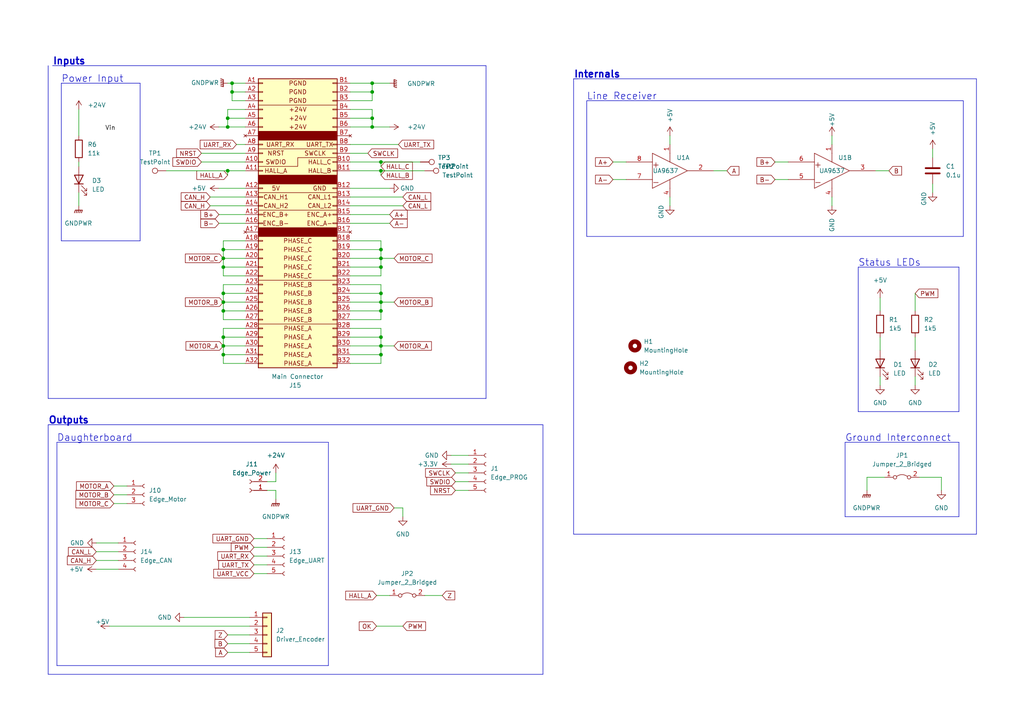
<source format=kicad_sch>
(kicad_sch (version 20230121) (generator eeschema)

  (uuid e63e39d7-6ac0-4ffd-8aa3-1841a4541b55)

  (paper "A4")

  (title_block
    (title "Motor Driver Carrier Board (for B-G431B-ESC1)")
    (date "2023-08-01")
    (rev "v01")
    (company "Delft Mercurians")
    (comment 1 "Thomas Hettasch")
  )

  (lib_symbols
    (symbol "Connector:Conn_01x02_Female" (pin_names (offset 1.016) hide) (in_bom yes) (on_board yes)
      (property "Reference" "J" (at 0 2.54 0)
        (effects (font (size 1.27 1.27)))
      )
      (property "Value" "Conn_01x02_Female" (at 0 -5.08 0)
        (effects (font (size 1.27 1.27)))
      )
      (property "Footprint" "" (at 0 0 0)
        (effects (font (size 1.27 1.27)) hide)
      )
      (property "Datasheet" "~" (at 0 0 0)
        (effects (font (size 1.27 1.27)) hide)
      )
      (property "ki_keywords" "connector" (at 0 0 0)
        (effects (font (size 1.27 1.27)) hide)
      )
      (property "ki_description" "Generic connector, single row, 01x02, script generated (kicad-library-utils/schlib/autogen/connector/)" (at 0 0 0)
        (effects (font (size 1.27 1.27)) hide)
      )
      (property "ki_fp_filters" "Connector*:*_1x??_*" (at 0 0 0)
        (effects (font (size 1.27 1.27)) hide)
      )
      (symbol "Conn_01x02_Female_1_1"
        (arc (start 0 -2.032) (mid -0.5058 -2.54) (end 0 -3.048)
          (stroke (width 0.1524) (type default))
          (fill (type none))
        )
        (polyline
          (pts
            (xy -1.27 -2.54)
            (xy -0.508 -2.54)
          )
          (stroke (width 0.1524) (type default))
          (fill (type none))
        )
        (polyline
          (pts
            (xy -1.27 0)
            (xy -0.508 0)
          )
          (stroke (width 0.1524) (type default))
          (fill (type none))
        )
        (arc (start 0 0.508) (mid -0.5058 0) (end 0 -0.508)
          (stroke (width 0.1524) (type default))
          (fill (type none))
        )
        (pin passive line (at -5.08 0 0) (length 3.81)
          (name "Pin_1" (effects (font (size 1.27 1.27))))
          (number "1" (effects (font (size 1.27 1.27))))
        )
        (pin passive line (at -5.08 -2.54 0) (length 3.81)
          (name "Pin_2" (effects (font (size 1.27 1.27))))
          (number "2" (effects (font (size 1.27 1.27))))
        )
      )
    )
    (symbol "Connector:Conn_01x03_Female" (pin_names (offset 1.016) hide) (in_bom yes) (on_board yes)
      (property "Reference" "J" (at 0 5.08 0)
        (effects (font (size 1.27 1.27)))
      )
      (property "Value" "Conn_01x03_Female" (at 0 -5.08 0)
        (effects (font (size 1.27 1.27)))
      )
      (property "Footprint" "" (at 0 0 0)
        (effects (font (size 1.27 1.27)) hide)
      )
      (property "Datasheet" "~" (at 0 0 0)
        (effects (font (size 1.27 1.27)) hide)
      )
      (property "ki_keywords" "connector" (at 0 0 0)
        (effects (font (size 1.27 1.27)) hide)
      )
      (property "ki_description" "Generic connector, single row, 01x03, script generated (kicad-library-utils/schlib/autogen/connector/)" (at 0 0 0)
        (effects (font (size 1.27 1.27)) hide)
      )
      (property "ki_fp_filters" "Connector*:*_1x??_*" (at 0 0 0)
        (effects (font (size 1.27 1.27)) hide)
      )
      (symbol "Conn_01x03_Female_1_1"
        (arc (start 0 -2.032) (mid -0.5058 -2.54) (end 0 -3.048)
          (stroke (width 0.1524) (type default))
          (fill (type none))
        )
        (polyline
          (pts
            (xy -1.27 -2.54)
            (xy -0.508 -2.54)
          )
          (stroke (width 0.1524) (type default))
          (fill (type none))
        )
        (polyline
          (pts
            (xy -1.27 0)
            (xy -0.508 0)
          )
          (stroke (width 0.1524) (type default))
          (fill (type none))
        )
        (polyline
          (pts
            (xy -1.27 2.54)
            (xy -0.508 2.54)
          )
          (stroke (width 0.1524) (type default))
          (fill (type none))
        )
        (arc (start 0 0.508) (mid -0.5058 0) (end 0 -0.508)
          (stroke (width 0.1524) (type default))
          (fill (type none))
        )
        (arc (start 0 3.048) (mid -0.5058 2.54) (end 0 2.032)
          (stroke (width 0.1524) (type default))
          (fill (type none))
        )
        (pin passive line (at -5.08 2.54 0) (length 3.81)
          (name "Pin_1" (effects (font (size 1.27 1.27))))
          (number "1" (effects (font (size 1.27 1.27))))
        )
        (pin passive line (at -5.08 0 0) (length 3.81)
          (name "Pin_2" (effects (font (size 1.27 1.27))))
          (number "2" (effects (font (size 1.27 1.27))))
        )
        (pin passive line (at -5.08 -2.54 0) (length 3.81)
          (name "Pin_3" (effects (font (size 1.27 1.27))))
          (number "3" (effects (font (size 1.27 1.27))))
        )
      )
    )
    (symbol "Connector:Conn_01x04_Female" (pin_names (offset 1.016) hide) (in_bom yes) (on_board yes)
      (property "Reference" "J" (at 0 5.08 0)
        (effects (font (size 1.27 1.27)))
      )
      (property "Value" "Conn_01x04_Female" (at 0 -7.62 0)
        (effects (font (size 1.27 1.27)))
      )
      (property "Footprint" "" (at 0 0 0)
        (effects (font (size 1.27 1.27)) hide)
      )
      (property "Datasheet" "~" (at 0 0 0)
        (effects (font (size 1.27 1.27)) hide)
      )
      (property "ki_keywords" "connector" (at 0 0 0)
        (effects (font (size 1.27 1.27)) hide)
      )
      (property "ki_description" "Generic connector, single row, 01x04, script generated (kicad-library-utils/schlib/autogen/connector/)" (at 0 0 0)
        (effects (font (size 1.27 1.27)) hide)
      )
      (property "ki_fp_filters" "Connector*:*_1x??_*" (at 0 0 0)
        (effects (font (size 1.27 1.27)) hide)
      )
      (symbol "Conn_01x04_Female_1_1"
        (arc (start 0 -4.572) (mid -0.5058 -5.08) (end 0 -5.588)
          (stroke (width 0.1524) (type default))
          (fill (type none))
        )
        (arc (start 0 -2.032) (mid -0.5058 -2.54) (end 0 -3.048)
          (stroke (width 0.1524) (type default))
          (fill (type none))
        )
        (polyline
          (pts
            (xy -1.27 -5.08)
            (xy -0.508 -5.08)
          )
          (stroke (width 0.1524) (type default))
          (fill (type none))
        )
        (polyline
          (pts
            (xy -1.27 -2.54)
            (xy -0.508 -2.54)
          )
          (stroke (width 0.1524) (type default))
          (fill (type none))
        )
        (polyline
          (pts
            (xy -1.27 0)
            (xy -0.508 0)
          )
          (stroke (width 0.1524) (type default))
          (fill (type none))
        )
        (polyline
          (pts
            (xy -1.27 2.54)
            (xy -0.508 2.54)
          )
          (stroke (width 0.1524) (type default))
          (fill (type none))
        )
        (arc (start 0 0.508) (mid -0.5058 0) (end 0 -0.508)
          (stroke (width 0.1524) (type default))
          (fill (type none))
        )
        (arc (start 0 3.048) (mid -0.5058 2.54) (end 0 2.032)
          (stroke (width 0.1524) (type default))
          (fill (type none))
        )
        (pin passive line (at -5.08 2.54 0) (length 3.81)
          (name "Pin_1" (effects (font (size 1.27 1.27))))
          (number "1" (effects (font (size 1.27 1.27))))
        )
        (pin passive line (at -5.08 0 0) (length 3.81)
          (name "Pin_2" (effects (font (size 1.27 1.27))))
          (number "2" (effects (font (size 1.27 1.27))))
        )
        (pin passive line (at -5.08 -2.54 0) (length 3.81)
          (name "Pin_3" (effects (font (size 1.27 1.27))))
          (number "3" (effects (font (size 1.27 1.27))))
        )
        (pin passive line (at -5.08 -5.08 0) (length 3.81)
          (name "Pin_4" (effects (font (size 1.27 1.27))))
          (number "4" (effects (font (size 1.27 1.27))))
        )
      )
    )
    (symbol "Connector:Conn_01x05_Female" (pin_names (offset 1.016) hide) (in_bom yes) (on_board yes)
      (property "Reference" "J" (at 0 7.62 0)
        (effects (font (size 1.27 1.27)))
      )
      (property "Value" "Conn_01x05_Female" (at 0 -7.62 0)
        (effects (font (size 1.27 1.27)))
      )
      (property "Footprint" "" (at 0 0 0)
        (effects (font (size 1.27 1.27)) hide)
      )
      (property "Datasheet" "~" (at 0 0 0)
        (effects (font (size 1.27 1.27)) hide)
      )
      (property "ki_keywords" "connector" (at 0 0 0)
        (effects (font (size 1.27 1.27)) hide)
      )
      (property "ki_description" "Generic connector, single row, 01x05, script generated (kicad-library-utils/schlib/autogen/connector/)" (at 0 0 0)
        (effects (font (size 1.27 1.27)) hide)
      )
      (property "ki_fp_filters" "Connector*:*_1x??_*" (at 0 0 0)
        (effects (font (size 1.27 1.27)) hide)
      )
      (symbol "Conn_01x05_Female_1_1"
        (arc (start 0 -4.572) (mid -0.5058 -5.08) (end 0 -5.588)
          (stroke (width 0.1524) (type default))
          (fill (type none))
        )
        (arc (start 0 -2.032) (mid -0.5058 -2.54) (end 0 -3.048)
          (stroke (width 0.1524) (type default))
          (fill (type none))
        )
        (polyline
          (pts
            (xy -1.27 -5.08)
            (xy -0.508 -5.08)
          )
          (stroke (width 0.1524) (type default))
          (fill (type none))
        )
        (polyline
          (pts
            (xy -1.27 -2.54)
            (xy -0.508 -2.54)
          )
          (stroke (width 0.1524) (type default))
          (fill (type none))
        )
        (polyline
          (pts
            (xy -1.27 0)
            (xy -0.508 0)
          )
          (stroke (width 0.1524) (type default))
          (fill (type none))
        )
        (polyline
          (pts
            (xy -1.27 2.54)
            (xy -0.508 2.54)
          )
          (stroke (width 0.1524) (type default))
          (fill (type none))
        )
        (polyline
          (pts
            (xy -1.27 5.08)
            (xy -0.508 5.08)
          )
          (stroke (width 0.1524) (type default))
          (fill (type none))
        )
        (arc (start 0 0.508) (mid -0.5058 0) (end 0 -0.508)
          (stroke (width 0.1524) (type default))
          (fill (type none))
        )
        (arc (start 0 3.048) (mid -0.5058 2.54) (end 0 2.032)
          (stroke (width 0.1524) (type default))
          (fill (type none))
        )
        (arc (start 0 5.588) (mid -0.5058 5.08) (end 0 4.572)
          (stroke (width 0.1524) (type default))
          (fill (type none))
        )
        (pin passive line (at -5.08 5.08 0) (length 3.81)
          (name "Pin_1" (effects (font (size 1.27 1.27))))
          (number "1" (effects (font (size 1.27 1.27))))
        )
        (pin passive line (at -5.08 2.54 0) (length 3.81)
          (name "Pin_2" (effects (font (size 1.27 1.27))))
          (number "2" (effects (font (size 1.27 1.27))))
        )
        (pin passive line (at -5.08 0 0) (length 3.81)
          (name "Pin_3" (effects (font (size 1.27 1.27))))
          (number "3" (effects (font (size 1.27 1.27))))
        )
        (pin passive line (at -5.08 -2.54 0) (length 3.81)
          (name "Pin_4" (effects (font (size 1.27 1.27))))
          (number "4" (effects (font (size 1.27 1.27))))
        )
        (pin passive line (at -5.08 -5.08 0) (length 3.81)
          (name "Pin_5" (effects (font (size 1.27 1.27))))
          (number "5" (effects (font (size 1.27 1.27))))
        )
      )
    )
    (symbol "Connector:TestPoint" (pin_numbers hide) (pin_names (offset 0.762) hide) (in_bom yes) (on_board yes)
      (property "Reference" "TP" (at 0 6.858 0)
        (effects (font (size 1.27 1.27)))
      )
      (property "Value" "TestPoint" (at 0 5.08 0)
        (effects (font (size 1.27 1.27)))
      )
      (property "Footprint" "" (at 5.08 0 0)
        (effects (font (size 1.27 1.27)) hide)
      )
      (property "Datasheet" "~" (at 5.08 0 0)
        (effects (font (size 1.27 1.27)) hide)
      )
      (property "ki_keywords" "test point tp" (at 0 0 0)
        (effects (font (size 1.27 1.27)) hide)
      )
      (property "ki_description" "test point" (at 0 0 0)
        (effects (font (size 1.27 1.27)) hide)
      )
      (property "ki_fp_filters" "Pin* Test*" (at 0 0 0)
        (effects (font (size 1.27 1.27)) hide)
      )
      (symbol "TestPoint_0_1"
        (circle (center 0 3.302) (radius 0.762)
          (stroke (width 0) (type default))
          (fill (type none))
        )
      )
      (symbol "TestPoint_1_1"
        (pin passive line (at 0 0 90) (length 2.54)
          (name "1" (effects (font (size 1.27 1.27))))
          (number "1" (effects (font (size 1.27 1.27))))
        )
      )
    )
    (symbol "Connector_Generic:Conn_01x05" (pin_names (offset 1.016) hide) (in_bom yes) (on_board yes)
      (property "Reference" "J" (at 0 7.62 0)
        (effects (font (size 1.27 1.27)))
      )
      (property "Value" "Conn_01x05" (at 0 -7.62 0)
        (effects (font (size 1.27 1.27)))
      )
      (property "Footprint" "" (at 0 0 0)
        (effects (font (size 1.27 1.27)) hide)
      )
      (property "Datasheet" "~" (at 0 0 0)
        (effects (font (size 1.27 1.27)) hide)
      )
      (property "ki_keywords" "connector" (at 0 0 0)
        (effects (font (size 1.27 1.27)) hide)
      )
      (property "ki_description" "Generic connector, single row, 01x05, script generated (kicad-library-utils/schlib/autogen/connector/)" (at 0 0 0)
        (effects (font (size 1.27 1.27)) hide)
      )
      (property "ki_fp_filters" "Connector*:*_1x??_*" (at 0 0 0)
        (effects (font (size 1.27 1.27)) hide)
      )
      (symbol "Conn_01x05_1_1"
        (rectangle (start -1.27 -4.953) (end 0 -5.207)
          (stroke (width 0.1524) (type default))
          (fill (type none))
        )
        (rectangle (start -1.27 -2.413) (end 0 -2.667)
          (stroke (width 0.1524) (type default))
          (fill (type none))
        )
        (rectangle (start -1.27 0.127) (end 0 -0.127)
          (stroke (width 0.1524) (type default))
          (fill (type none))
        )
        (rectangle (start -1.27 2.667) (end 0 2.413)
          (stroke (width 0.1524) (type default))
          (fill (type none))
        )
        (rectangle (start -1.27 5.207) (end 0 4.953)
          (stroke (width 0.1524) (type default))
          (fill (type none))
        )
        (rectangle (start -1.27 6.35) (end 1.27 -6.35)
          (stroke (width 0.254) (type default))
          (fill (type background))
        )
        (pin passive line (at -5.08 5.08 0) (length 3.81)
          (name "Pin_1" (effects (font (size 1.27 1.27))))
          (number "1" (effects (font (size 1.27 1.27))))
        )
        (pin passive line (at -5.08 2.54 0) (length 3.81)
          (name "Pin_2" (effects (font (size 1.27 1.27))))
          (number "2" (effects (font (size 1.27 1.27))))
        )
        (pin passive line (at -5.08 0 0) (length 3.81)
          (name "Pin_3" (effects (font (size 1.27 1.27))))
          (number "3" (effects (font (size 1.27 1.27))))
        )
        (pin passive line (at -5.08 -2.54 0) (length 3.81)
          (name "Pin_4" (effects (font (size 1.27 1.27))))
          (number "4" (effects (font (size 1.27 1.27))))
        )
        (pin passive line (at -5.08 -5.08 0) (length 3.81)
          (name "Pin_5" (effects (font (size 1.27 1.27))))
          (number "5" (effects (font (size 1.27 1.27))))
        )
      )
    )
    (symbol "DelftMercurians:PCIe_x4_MotorDriver" (pin_names (offset 1.016) hide) (in_bom yes) (on_board yes)
      (property "Reference" "J15" (at 8.89 -48.26 0)
        (effects (font (size 1.27 1.27)) (justify left))
      )
      (property "Value" "Motor Driver" (at 5.08 -45.72 0)
        (effects (font (size 1.27 1.27)) (justify left))
      )
      (property "Footprint" "DelftMercurians:PCI_x4_MotorDriver" (at 11.43 40.64 0)
        (effects (font (size 1.27 1.27)) hide)
      )
      (property "Datasheet" "http://www.ritrontek.com/uploadfile/2016/1026/20161026105231124.pdf#page=63" (at -8.89 -57.15 0)
        (effects (font (size 1.27 1.27)) hide)
      )
      (property "ki_keywords" "connector" (at 0 0 0)
        (effects (font (size 1.27 1.27)) hide)
      )
      (property "ki_description" "Generic connector, double row, 02x32, row letter first pin numbering scheme (pin number consists of a letter for the row and a number for the pin index in this row. a1, ..., aN; b1, ..., bN), script generated (kicad-library-utils/schlib/autogen/connector/)" (at 0 0 0)
        (effects (font (size 1.27 1.27)) hide)
      )
      (property "ki_fp_filters" "Connector*:*_2x??_*" (at 0 0 0)
        (effects (font (size 1.27 1.27)) hide)
      )
      (symbol "PCIe_x4_MotorDriver_1_1"
        (rectangle (start -1.27 -43.053) (end 0 -43.307)
          (stroke (width 0.1524) (type default))
          (fill (type none))
        )
        (rectangle (start -1.27 -40.513) (end 0 -40.767)
          (stroke (width 0.1524) (type default))
          (fill (type none))
        )
        (rectangle (start -1.27 -37.973) (end 0 -38.227)
          (stroke (width 0.1524) (type default))
          (fill (type none))
        )
        (rectangle (start -1.27 -35.433) (end 0 -35.687)
          (stroke (width 0.1524) (type default))
          (fill (type none))
        )
        (rectangle (start -1.27 -32.893) (end 0 -33.147)
          (stroke (width 0.1524) (type default))
          (fill (type none))
        )
        (rectangle (start -1.27 -30.353) (end 0 -30.607)
          (stroke (width 0.1524) (type default))
          (fill (type none))
        )
        (rectangle (start -1.27 -27.813) (end 0 -28.067)
          (stroke (width 0.1524) (type default))
          (fill (type none))
        )
        (rectangle (start -1.27 -25.273) (end 0 -25.527)
          (stroke (width 0.1524) (type default))
          (fill (type none))
        )
        (rectangle (start -1.27 -22.733) (end 0 -22.987)
          (stroke (width 0.1524) (type default))
          (fill (type none))
        )
        (rectangle (start -1.27 -20.193) (end 0 -20.447)
          (stroke (width 0.1524) (type default))
          (fill (type none))
        )
        (rectangle (start -1.27 -17.653) (end 0 -17.907)
          (stroke (width 0.1524) (type default))
          (fill (type none))
        )
        (rectangle (start -1.27 -15.113) (end 0 -15.367)
          (stroke (width 0.1524) (type default))
          (fill (type none))
        )
        (rectangle (start -1.27 -12.573) (end 0 -12.827)
          (stroke (width 0.1524) (type default))
          (fill (type none))
        )
        (rectangle (start -1.27 -10.033) (end 0 -10.287)
          (stroke (width 0.1524) (type default))
          (fill (type none))
        )
        (rectangle (start -1.27 -7.493) (end 0 -7.747)
          (stroke (width 0.1524) (type default))
          (fill (type none))
        )
        (rectangle (start -1.27 -4.953) (end 0 -5.207)
          (stroke (width 0.1524) (type default))
          (fill (type none))
        )
        (rectangle (start -1.27 -3.81) (end 21.59 -6.35)
          (stroke (width 0) (type default))
          (fill (type outline))
        )
        (rectangle (start -1.27 -2.413) (end 0 -2.667)
          (stroke (width 0.1524) (type default))
          (fill (type none))
        )
        (rectangle (start -1.27 0.127) (end 0 -0.127)
          (stroke (width 0.1524) (type default))
          (fill (type none))
        )
        (rectangle (start -1.27 2.667) (end 0 2.413)
          (stroke (width 0.1524) (type default))
          (fill (type none))
        )
        (rectangle (start -1.27 5.207) (end 0 4.953)
          (stroke (width 0.1524) (type default))
          (fill (type none))
        )
        (rectangle (start -1.27 7.747) (end 0 7.493)
          (stroke (width 0.1524) (type default))
          (fill (type none))
        )
        (rectangle (start -1.27 11.43) (end 21.59 8.89)
          (stroke (width 0) (type default))
          (fill (type outline))
        )
        (rectangle (start -1.27 12.827) (end 0 12.573)
          (stroke (width 0.1524) (type default))
          (fill (type none))
        )
        (rectangle (start -1.27 15.367) (end 0 15.113)
          (stroke (width 0.1524) (type default))
          (fill (type none))
        )
        (rectangle (start -1.27 17.907) (end 0 17.653)
          (stroke (width 0.1524) (type default))
          (fill (type none))
        )
        (rectangle (start -1.27 20.447) (end 0 20.193)
          (stroke (width 0.1524) (type default))
          (fill (type none))
        )
        (rectangle (start -1.27 22.987) (end 0 22.733)
          (stroke (width 0.1524) (type default))
          (fill (type none))
        )
        (rectangle (start -1.27 24.13) (end 21.59 21.59)
          (stroke (width 0) (type default))
          (fill (type outline))
        )
        (rectangle (start -1.27 25.527) (end 0 25.273)
          (stroke (width 0.1524) (type default))
          (fill (type none))
        )
        (rectangle (start -1.27 28.067) (end 0 27.813)
          (stroke (width 0.1524) (type default))
          (fill (type none))
        )
        (rectangle (start -1.27 30.607) (end 0 30.353)
          (stroke (width 0.1524) (type default))
          (fill (type none))
        )
        (rectangle (start -1.27 33.147) (end 0 32.893)
          (stroke (width 0.1524) (type default))
          (fill (type none))
        )
        (rectangle (start -1.27 35.687) (end 0 35.433)
          (stroke (width 0.1524) (type default))
          (fill (type none))
        )
        (rectangle (start -1.27 38.227) (end 0 37.973)
          (stroke (width 0.1524) (type default))
          (fill (type none))
        )
        (rectangle (start -1.27 39.37) (end 21.59 -44.45)
          (stroke (width 0.254) (type default))
          (fill (type background))
        )
        (polyline
          (pts
            (xy -1.27 -31.75)
            (xy 21.59 -31.75)
          )
          (stroke (width 0) (type default))
          (fill (type none))
        )
        (polyline
          (pts
            (xy -1.27 -6.35)
            (xy 21.59 -6.35)
          )
          (stroke (width 0) (type default))
          (fill (type none))
        )
        (polyline
          (pts
            (xy -1.27 1.27)
            (xy 21.59 1.27)
          )
          (stroke (width 0) (type default))
          (fill (type none))
        )
        (polyline
          (pts
            (xy -1.27 8.89)
            (xy 21.59 8.89)
          )
          (stroke (width 0) (type default))
          (fill (type none))
        )
        (polyline
          (pts
            (xy -1.27 21.59)
            (xy 21.59 21.59)
          )
          (stroke (width 0) (type default))
          (fill (type none))
        )
        (polyline
          (pts
            (xy -1.27 31.75)
            (xy 21.59 31.75)
          )
          (stroke (width 0) (type default))
          (fill (type none))
        )
        (polyline
          (pts
            (xy 21.59 -19.05)
            (xy -1.27 -19.05)
          )
          (stroke (width 0) (type default))
          (fill (type none))
        )
        (polyline
          (pts
            (xy 21.59 -3.81)
            (xy -1.27 -3.81)
          )
          (stroke (width 0) (type default))
          (fill (type none))
        )
        (polyline
          (pts
            (xy 21.59 6.35)
            (xy -1.27 6.35)
          )
          (stroke (width 0) (type default))
          (fill (type none))
        )
        (polyline
          (pts
            (xy 21.59 11.43)
            (xy -1.27 11.43)
          )
          (stroke (width 0) (type default))
          (fill (type none))
        )
        (polyline
          (pts
            (xy 21.59 19.05)
            (xy -1.27 19.05)
          )
          (stroke (width 0) (type default))
          (fill (type none))
        )
        (polyline
          (pts
            (xy 21.59 24.13)
            (xy -1.27 24.13)
          )
          (stroke (width 0) (type default))
          (fill (type none))
        )
        (polyline
          (pts
            (xy -1.27 13.97)
            (xy 10.16 13.97)
            (xy 10.16 16.51)
            (xy 21.59 16.51)
          )
          (stroke (width 0) (type default))
          (fill (type none))
        )
        (rectangle (start 21.59 -43.053) (end 20.32 -43.307)
          (stroke (width 0.1524) (type default))
          (fill (type none))
        )
        (rectangle (start 21.59 -40.513) (end 20.32 -40.767)
          (stroke (width 0.1524) (type default))
          (fill (type none))
        )
        (rectangle (start 21.59 -37.973) (end 20.32 -38.227)
          (stroke (width 0.1524) (type default))
          (fill (type none))
        )
        (rectangle (start 21.59 -35.433) (end 20.32 -35.687)
          (stroke (width 0.1524) (type default))
          (fill (type none))
        )
        (rectangle (start 21.59 -32.893) (end 20.32 -33.147)
          (stroke (width 0.1524) (type default))
          (fill (type none))
        )
        (rectangle (start 21.59 -30.353) (end 20.32 -30.607)
          (stroke (width 0.1524) (type default))
          (fill (type none))
        )
        (rectangle (start 21.59 -27.813) (end 20.32 -28.067)
          (stroke (width 0.1524) (type default))
          (fill (type none))
        )
        (rectangle (start 21.59 -25.273) (end 20.32 -25.527)
          (stroke (width 0.1524) (type default))
          (fill (type none))
        )
        (rectangle (start 21.59 -22.733) (end 20.32 -22.987)
          (stroke (width 0.1524) (type default))
          (fill (type none))
        )
        (rectangle (start 21.59 -20.193) (end 20.32 -20.447)
          (stroke (width 0.1524) (type default))
          (fill (type none))
        )
        (rectangle (start 21.59 -17.653) (end 20.32 -17.907)
          (stroke (width 0.1524) (type default))
          (fill (type none))
        )
        (rectangle (start 21.59 -15.113) (end 20.32 -15.367)
          (stroke (width 0.1524) (type default))
          (fill (type none))
        )
        (rectangle (start 21.59 -12.573) (end 20.32 -12.827)
          (stroke (width 0.1524) (type default))
          (fill (type none))
        )
        (rectangle (start 21.59 -10.033) (end 20.32 -10.287)
          (stroke (width 0.1524) (type default))
          (fill (type none))
        )
        (rectangle (start 21.59 -7.493) (end 20.32 -7.747)
          (stroke (width 0.1524) (type default))
          (fill (type none))
        )
        (rectangle (start 21.59 -4.953) (end 20.32 -5.207)
          (stroke (width 0.1524) (type default))
          (fill (type none))
        )
        (rectangle (start 21.59 -2.413) (end 20.32 -2.667)
          (stroke (width 0.1524) (type default))
          (fill (type none))
        )
        (rectangle (start 21.59 0.127) (end 20.32 -0.127)
          (stroke (width 0.1524) (type default))
          (fill (type none))
        )
        (rectangle (start 21.59 2.667) (end 20.32 2.413)
          (stroke (width 0.1524) (type default))
          (fill (type none))
        )
        (rectangle (start 21.59 5.207) (end 20.32 4.953)
          (stroke (width 0.1524) (type default))
          (fill (type none))
        )
        (rectangle (start 21.59 7.747) (end 20.32 7.493)
          (stroke (width 0.1524) (type default))
          (fill (type none))
        )
        (rectangle (start 21.59 12.827) (end 20.32 12.573)
          (stroke (width 0.1524) (type default))
          (fill (type none))
        )
        (rectangle (start 21.59 15.367) (end 20.32 15.113)
          (stroke (width 0.1524) (type default))
          (fill (type none))
        )
        (rectangle (start 21.59 17.907) (end 20.32 17.653)
          (stroke (width 0.1524) (type default))
          (fill (type none))
        )
        (rectangle (start 21.59 20.447) (end 20.32 20.193)
          (stroke (width 0.1524) (type default))
          (fill (type none))
        )
        (rectangle (start 21.59 22.987) (end 20.32 22.733)
          (stroke (width 0.1524) (type default))
          (fill (type none))
        )
        (rectangle (start 21.59 25.527) (end 20.32 25.273)
          (stroke (width 0.1524) (type default))
          (fill (type none))
        )
        (rectangle (start 21.59 28.067) (end 20.32 27.813)
          (stroke (width 0.1524) (type default))
          (fill (type none))
        )
        (rectangle (start 21.59 30.607) (end 20.32 30.353)
          (stroke (width 0.1524) (type default))
          (fill (type none))
        )
        (rectangle (start 21.59 33.147) (end 20.32 32.893)
          (stroke (width 0.1524) (type default))
          (fill (type none))
        )
        (rectangle (start 21.59 35.687) (end 20.32 35.433)
          (stroke (width 0.1524) (type default))
          (fill (type none))
        )
        (rectangle (start 21.59 38.227) (end 20.32 37.973)
          (stroke (width 0.1524) (type default))
          (fill (type none))
        )
        (text "+24V" (at 10.16 25.4 0)
          (effects (font (size 1.27 1.27)))
        )
        (text "+24V" (at 10.16 27.94 0)
          (effects (font (size 1.27 1.27)))
        )
        (text "+24V" (at 10.16 30.48 0)
          (effects (font (size 1.27 1.27)))
        )
        (text "5V" (at 3.81 7.62 0)
          (effects (font (size 1.27 1.27)))
        )
        (text "CAN_H1" (at 3.81 5.08 0)
          (effects (font (size 1.27 1.27)))
        )
        (text "CAN_H2" (at 3.81 2.54 0)
          (effects (font (size 1.27 1.27)))
        )
        (text "CAN_L1" (at 16.51 5.08 0)
          (effects (font (size 1.27 1.27)))
        )
        (text "CAN_L2" (at 16.51 2.54 0)
          (effects (font (size 1.27 1.27)))
        )
        (text "ENC_A+" (at 16.51 0 0)
          (effects (font (size 1.27 1.27)))
        )
        (text "ENC_A-" (at 16.51 -2.54 0)
          (effects (font (size 1.27 1.27)))
        )
        (text "ENC_B+" (at 3.81 0 0)
          (effects (font (size 1.27 1.27)))
        )
        (text "ENC_B-" (at 3.81 -2.54 0)
          (effects (font (size 1.27 1.27)))
        )
        (text "GND" (at 16.51 7.62 0)
          (effects (font (size 1.27 1.27)))
        )
        (text "HALL_A" (at 3.81 12.7 0)
          (effects (font (size 1.27 1.27)))
        )
        (text "HALL_B" (at 16.51 12.7 0)
          (effects (font (size 1.27 1.27)))
        )
        (text "HALL_C" (at 16.51 15.24 0)
          (effects (font (size 1.27 1.27)))
        )
        (text "NRST" (at 3.81 17.78 0)
          (effects (font (size 1.27 1.27)))
        )
        (text "PGND" (at 10.16 33.02 0)
          (effects (font (size 1.27 1.27)))
        )
        (text "PGND" (at 10.16 35.56 0)
          (effects (font (size 1.27 1.27)))
        )
        (text "PGND" (at 10.16 38.1 0)
          (effects (font (size 1.27 1.27)))
        )
        (text "PHASE_A" (at 10.16 -43.18 0)
          (effects (font (size 1.27 1.27)))
        )
        (text "PHASE_A" (at 10.16 -40.64 0)
          (effects (font (size 1.27 1.27)))
        )
        (text "PHASE_A" (at 10.16 -38.1 0)
          (effects (font (size 1.27 1.27)))
        )
        (text "PHASE_A" (at 10.16 -35.56 0)
          (effects (font (size 1.27 1.27)))
        )
        (text "PHASE_A" (at 10.16 -33.02 0)
          (effects (font (size 1.27 1.27)))
        )
        (text "PHASE_B" (at 10.16 -30.48 0)
          (effects (font (size 1.27 1.27)))
        )
        (text "PHASE_B" (at 10.16 -27.94 0)
          (effects (font (size 1.27 1.27)))
        )
        (text "PHASE_B" (at 10.16 -25.4 0)
          (effects (font (size 1.27 1.27)))
        )
        (text "PHASE_B" (at 10.16 -22.86 0)
          (effects (font (size 1.27 1.27)))
        )
        (text "PHASE_B" (at 10.16 -20.32 0)
          (effects (font (size 1.27 1.27)))
        )
        (text "PHASE_C" (at 10.16 -17.78 0)
          (effects (font (size 1.27 1.27)))
        )
        (text "PHASE_C" (at 10.16 -15.24 0)
          (effects (font (size 1.27 1.27)))
        )
        (text "PHASE_C" (at 10.16 -12.7 0)
          (effects (font (size 1.27 1.27)))
        )
        (text "PHASE_C" (at 10.16 -10.16 0)
          (effects (font (size 1.27 1.27)))
        )
        (text "PHASE_C" (at 10.16 -7.62 0)
          (effects (font (size 1.27 1.27)))
        )
        (text "SWCLK" (at 15.24 17.78 0)
          (effects (font (size 1.27 1.27)))
        )
        (text "SWDIO" (at 3.81 15.24 0)
          (effects (font (size 1.27 1.27)))
        )
        (text "UART_RX" (at 5.08 20.32 0)
          (effects (font (size 1.27 1.27)))
        )
        (text "UART_TX" (at 16.51 20.32 0)
          (effects (font (size 1.27 1.27)))
        )
        (pin power_in line (at -5.08 38.1 0) (length 3.81)
          (name "PGND" (effects (font (size 1.27 1.27))))
          (number "A1" (effects (font (size 1.27 1.27))))
        )
        (pin bidirectional line (at -5.08 15.24 0) (length 3.81)
          (name "SWDIO" (effects (font (size 1.27 1.27))))
          (number "A10" (effects (font (size 1.27 1.27))))
        )
        (pin input line (at -5.08 12.7 0) (length 3.81)
          (name "HALL_A" (effects (font (size 1.27 1.27))))
          (number "A11" (effects (font (size 1.27 1.27))))
        )
        (pin power_in line (at -5.08 7.62 0) (length 3.81)
          (name "+5V" (effects (font (size 1.27 1.27))))
          (number "A12" (effects (font (size 1.27 1.27))))
        )
        (pin bidirectional line (at -5.08 5.08 0) (length 3.81)
          (name "CAN_H" (effects (font (size 1.27 1.27))))
          (number "A13" (effects (font (size 1.27 1.27))))
        )
        (pin bidirectional line (at -5.08 2.54 0) (length 3.81)
          (name "CAN_H" (effects (font (size 1.27 1.27))))
          (number "A14" (effects (font (size 1.27 1.27))))
        )
        (pin input line (at -5.08 0 0) (length 3.81)
          (name "ENC_B+" (effects (font (size 1.27 1.27))))
          (number "A15" (effects (font (size 1.27 1.27))))
        )
        (pin input line (at -5.08 -2.54 0) (length 3.81)
          (name "ENC_B-" (effects (font (size 1.27 1.27))))
          (number "A16" (effects (font (size 1.27 1.27))))
        )
        (pin no_connect line (at -5.08 -5.08 0) (length 3.81)
          (name "A17" (effects (font (size 1.27 1.27))))
          (number "A17" (effects (font (size 1.27 1.27))))
        )
        (pin power_out line (at -5.08 -7.62 0) (length 3.81)
          (name "PHASE_C" (effects (font (size 1.27 1.27))))
          (number "A18" (effects (font (size 1.27 1.27))))
        )
        (pin power_out line (at -5.08 -10.16 0) (length 3.81)
          (name "PHASE_C" (effects (font (size 1.27 1.27))))
          (number "A19" (effects (font (size 1.27 1.27))))
        )
        (pin power_in line (at -5.08 35.56 0) (length 3.81)
          (name "PGND" (effects (font (size 1.27 1.27))))
          (number "A2" (effects (font (size 1.27 1.27))))
        )
        (pin power_out line (at -5.08 -12.7 0) (length 3.81)
          (name "PHASE_C" (effects (font (size 1.27 1.27))))
          (number "A20" (effects (font (size 1.27 1.27))))
        )
        (pin power_out line (at -5.08 -15.24 0) (length 3.81)
          (name "PHASE_C" (effects (font (size 1.27 1.27))))
          (number "A21" (effects (font (size 1.27 1.27))))
        )
        (pin power_out line (at -5.08 -17.78 0) (length 3.81)
          (name "PHASE_C" (effects (font (size 1.27 1.27))))
          (number "A22" (effects (font (size 1.27 1.27))))
        )
        (pin power_out line (at -5.08 -20.32 0) (length 3.81)
          (name "PHASE_B" (effects (font (size 1.27 1.27))))
          (number "A23" (effects (font (size 1.27 1.27))))
        )
        (pin power_out line (at -5.08 -22.86 0) (length 3.81)
          (name "PHASE_B" (effects (font (size 1.27 1.27))))
          (number "A24" (effects (font (size 1.27 1.27))))
        )
        (pin power_out line (at -5.08 -25.4 0) (length 3.81)
          (name "PHASE_B" (effects (font (size 1.27 1.27))))
          (number "A25" (effects (font (size 1.27 1.27))))
        )
        (pin power_out line (at -5.08 -27.94 0) (length 3.81)
          (name "PHASE_B" (effects (font (size 1.27 1.27))))
          (number "A26" (effects (font (size 1.27 1.27))))
        )
        (pin power_out line (at -5.08 -30.48 0) (length 3.81)
          (name "PHASE_B" (effects (font (size 1.27 1.27))))
          (number "A27" (effects (font (size 1.27 1.27))))
        )
        (pin power_out line (at -5.08 -33.02 0) (length 3.81)
          (name "PHASE_A" (effects (font (size 1.27 1.27))))
          (number "A28" (effects (font (size 1.27 1.27))))
        )
        (pin power_out line (at -5.08 -35.56 0) (length 3.81)
          (name "PHASE_A" (effects (font (size 1.27 1.27))))
          (number "A29" (effects (font (size 1.27 1.27))))
        )
        (pin power_in line (at -5.08 33.02 0) (length 3.81)
          (name "PGND" (effects (font (size 1.27 1.27))))
          (number "A3" (effects (font (size 1.27 1.27))))
        )
        (pin power_out line (at -5.08 -38.1 0) (length 3.81)
          (name "PHASE_A" (effects (font (size 1.27 1.27))))
          (number "A30" (effects (font (size 1.27 1.27))))
        )
        (pin power_out line (at -5.08 -40.64 0) (length 3.81)
          (name "PHASE_A" (effects (font (size 1.27 1.27))))
          (number "A31" (effects (font (size 1.27 1.27))))
        )
        (pin power_out line (at -5.08 -43.18 0) (length 3.81)
          (name "PHASE_A" (effects (font (size 1.27 1.27))))
          (number "A32" (effects (font (size 1.27 1.27))))
        )
        (pin power_in line (at -5.08 30.48 0) (length 3.81)
          (name "VCC" (effects (font (size 1.27 1.27))))
          (number "A4" (effects (font (size 1.27 1.27))))
        )
        (pin power_in line (at -5.08 27.94 0) (length 3.81)
          (name "VCC" (effects (font (size 1.27 1.27))))
          (number "A5" (effects (font (size 1.27 1.27))))
        )
        (pin power_in line (at -5.08 25.4 0) (length 3.81)
          (name "VCC" (effects (font (size 1.27 1.27))))
          (number "A6" (effects (font (size 1.27 1.27))))
        )
        (pin no_connect line (at -5.08 22.86 0) (length 3.81)
          (name "A7" (effects (font (size 1.27 1.27))))
          (number "A7" (effects (font (size 1.27 1.27))))
        )
        (pin input line (at -5.08 20.32 0) (length 3.81)
          (name "UART_RX" (effects (font (size 1.27 1.27))))
          (number "A8" (effects (font (size 1.27 1.27))))
        )
        (pin input line (at -5.08 17.78 0) (length 3.81)
          (name "NRST" (effects (font (size 1.27 1.27))))
          (number "A9" (effects (font (size 1.27 1.27))))
        )
        (pin power_in line (at 25.4 38.1 180) (length 3.81)
          (name "PGND" (effects (font (size 1.27 1.27))))
          (number "B1" (effects (font (size 1.27 1.27))))
        )
        (pin input line (at 25.4 15.24 180) (length 3.81)
          (name "HALL_C" (effects (font (size 1.27 1.27))))
          (number "B10" (effects (font (size 1.27 1.27))))
        )
        (pin input line (at 25.4 12.7 180) (length 3.81)
          (name "HALL_B" (effects (font (size 1.27 1.27))))
          (number "B11" (effects (font (size 1.27 1.27))))
        )
        (pin power_in line (at 25.4 7.62 180) (length 3.81)
          (name "GND" (effects (font (size 1.27 1.27))))
          (number "B12" (effects (font (size 1.27 1.27))))
        )
        (pin bidirectional line (at 25.4 5.08 180) (length 3.81)
          (name "CAN_L" (effects (font (size 1.27 1.27))))
          (number "B13" (effects (font (size 1.27 1.27))))
        )
        (pin bidirectional line (at 25.4 2.54 180) (length 3.81)
          (name "CAN_L" (effects (font (size 1.27 1.27))))
          (number "B14" (effects (font (size 1.27 1.27))))
        )
        (pin input line (at 25.4 0 180) (length 3.81)
          (name "ENC_A+" (effects (font (size 1.27 1.27))))
          (number "B15" (effects (font (size 1.27 1.27))))
        )
        (pin input line (at 25.4 -2.54 180) (length 3.81)
          (name "ENC_A-" (effects (font (size 1.27 1.27))))
          (number "B16" (effects (font (size 1.27 1.27))))
        )
        (pin no_connect line (at 25.4 -5.08 180) (length 3.81)
          (name "B17" (effects (font (size 1.27 1.27))))
          (number "B17" (effects (font (size 1.27 1.27))))
        )
        (pin power_out line (at 25.4 -7.62 180) (length 3.81)
          (name "PHASE_C" (effects (font (size 1.27 1.27))))
          (number "B18" (effects (font (size 1.27 1.27))))
        )
        (pin power_out line (at 25.4 -10.16 180) (length 3.81)
          (name "PHASE_C" (effects (font (size 1.27 1.27))))
          (number "B19" (effects (font (size 1.27 1.27))))
        )
        (pin power_in line (at 25.4 35.56 180) (length 3.81)
          (name "PGND" (effects (font (size 1.27 1.27))))
          (number "B2" (effects (font (size 1.27 1.27))))
        )
        (pin power_out line (at 25.4 -12.7 180) (length 3.81)
          (name "PHASE_C" (effects (font (size 1.27 1.27))))
          (number "B20" (effects (font (size 1.27 1.27))))
        )
        (pin power_out line (at 25.4 -15.24 180) (length 3.81)
          (name "PHASE_C" (effects (font (size 1.27 1.27))))
          (number "B21" (effects (font (size 1.27 1.27))))
        )
        (pin power_out line (at 25.4 -17.78 180) (length 3.81)
          (name "PHASE_C" (effects (font (size 1.27 1.27))))
          (number "B22" (effects (font (size 1.27 1.27))))
        )
        (pin power_out line (at 25.4 -20.32 180) (length 3.81)
          (name "PHASE_B" (effects (font (size 1.27 1.27))))
          (number "B23" (effects (font (size 1.27 1.27))))
        )
        (pin power_out line (at 25.4 -22.86 180) (length 3.81)
          (name "PHASE_B" (effects (font (size 1.27 1.27))))
          (number "B24" (effects (font (size 1.27 1.27))))
        )
        (pin power_out line (at 25.4 -25.4 180) (length 3.81)
          (name "PHASE_B" (effects (font (size 1.27 1.27))))
          (number "B25" (effects (font (size 1.27 1.27))))
        )
        (pin power_out line (at 25.4 -27.94 180) (length 3.81)
          (name "PHASE_B" (effects (font (size 1.27 1.27))))
          (number "B26" (effects (font (size 1.27 1.27))))
        )
        (pin power_out line (at 25.4 -30.48 180) (length 3.81)
          (name "PHASE_B" (effects (font (size 1.27 1.27))))
          (number "B27" (effects (font (size 1.27 1.27))))
        )
        (pin power_out line (at 25.4 -33.02 180) (length 3.81)
          (name "PHASE_A" (effects (font (size 1.27 1.27))))
          (number "B28" (effects (font (size 1.27 1.27))))
        )
        (pin power_out line (at 25.4 -35.56 180) (length 3.81)
          (name "PHASE_A" (effects (font (size 1.27 1.27))))
          (number "B29" (effects (font (size 1.27 1.27))))
        )
        (pin power_in line (at 25.4 33.02 180) (length 3.81)
          (name "PGND" (effects (font (size 1.27 1.27))))
          (number "B3" (effects (font (size 1.27 1.27))))
        )
        (pin power_out line (at 25.4 -38.1 180) (length 3.81)
          (name "PHASE_A" (effects (font (size 1.27 1.27))))
          (number "B30" (effects (font (size 1.27 1.27))))
        )
        (pin power_out line (at 25.4 -40.64 180) (length 3.81)
          (name "PHASE_A" (effects (font (size 1.27 1.27))))
          (number "B31" (effects (font (size 1.27 1.27))))
        )
        (pin power_out line (at 25.4 -43.18 180) (length 3.81)
          (name "PHASE_A" (effects (font (size 1.27 1.27))))
          (number "B32" (effects (font (size 1.27 1.27))))
        )
        (pin power_in line (at 25.4 30.48 180) (length 3.81)
          (name "VCC" (effects (font (size 1.27 1.27))))
          (number "B4" (effects (font (size 1.27 1.27))))
        )
        (pin power_in line (at 25.4 27.94 180) (length 3.81)
          (name "VCC" (effects (font (size 1.27 1.27))))
          (number "B5" (effects (font (size 1.27 1.27))))
        )
        (pin power_in line (at 25.4 25.4 180) (length 3.81)
          (name "VCC" (effects (font (size 1.27 1.27))))
          (number "B6" (effects (font (size 1.27 1.27))))
        )
        (pin no_connect line (at 25.4 22.86 180) (length 3.81)
          (name "B7" (effects (font (size 1.27 1.27))))
          (number "B7" (effects (font (size 1.27 1.27))))
        )
        (pin output line (at 25.4 20.32 180) (length 3.81)
          (name "UART_TX" (effects (font (size 1.27 1.27))))
          (number "B8" (effects (font (size 1.27 1.27))))
        )
        (pin bidirectional line (at 25.4 17.78 180) (length 3.81)
          (name "SWCLK" (effects (font (size 1.27 1.27))))
          (number "B9" (effects (font (size 1.27 1.27))))
        )
      )
    )
    (symbol "Device:C" (pin_numbers hide) (pin_names (offset 0.254)) (in_bom yes) (on_board yes)
      (property "Reference" "C" (at 0.635 2.54 0)
        (effects (font (size 1.27 1.27)) (justify left))
      )
      (property "Value" "C" (at 0.635 -2.54 0)
        (effects (font (size 1.27 1.27)) (justify left))
      )
      (property "Footprint" "" (at 0.9652 -3.81 0)
        (effects (font (size 1.27 1.27)) hide)
      )
      (property "Datasheet" "~" (at 0 0 0)
        (effects (font (size 1.27 1.27)) hide)
      )
      (property "ki_keywords" "cap capacitor" (at 0 0 0)
        (effects (font (size 1.27 1.27)) hide)
      )
      (property "ki_description" "Unpolarized capacitor" (at 0 0 0)
        (effects (font (size 1.27 1.27)) hide)
      )
      (property "ki_fp_filters" "C_*" (at 0 0 0)
        (effects (font (size 1.27 1.27)) hide)
      )
      (symbol "C_0_1"
        (polyline
          (pts
            (xy -2.032 -0.762)
            (xy 2.032 -0.762)
          )
          (stroke (width 0.508) (type default))
          (fill (type none))
        )
        (polyline
          (pts
            (xy -2.032 0.762)
            (xy 2.032 0.762)
          )
          (stroke (width 0.508) (type default))
          (fill (type none))
        )
      )
      (symbol "C_1_1"
        (pin passive line (at 0 3.81 270) (length 2.794)
          (name "~" (effects (font (size 1.27 1.27))))
          (number "1" (effects (font (size 1.27 1.27))))
        )
        (pin passive line (at 0 -3.81 90) (length 2.794)
          (name "~" (effects (font (size 1.27 1.27))))
          (number "2" (effects (font (size 1.27 1.27))))
        )
      )
    )
    (symbol "Device:LED" (pin_numbers hide) (pin_names (offset 1.016) hide) (in_bom yes) (on_board yes)
      (property "Reference" "D" (at 0 2.54 0)
        (effects (font (size 1.27 1.27)))
      )
      (property "Value" "LED" (at 0 -2.54 0)
        (effects (font (size 1.27 1.27)))
      )
      (property "Footprint" "" (at 0 0 0)
        (effects (font (size 1.27 1.27)) hide)
      )
      (property "Datasheet" "~" (at 0 0 0)
        (effects (font (size 1.27 1.27)) hide)
      )
      (property "ki_keywords" "LED diode" (at 0 0 0)
        (effects (font (size 1.27 1.27)) hide)
      )
      (property "ki_description" "Light emitting diode" (at 0 0 0)
        (effects (font (size 1.27 1.27)) hide)
      )
      (property "ki_fp_filters" "LED* LED_SMD:* LED_THT:*" (at 0 0 0)
        (effects (font (size 1.27 1.27)) hide)
      )
      (symbol "LED_0_1"
        (polyline
          (pts
            (xy -1.27 -1.27)
            (xy -1.27 1.27)
          )
          (stroke (width 0.254) (type default))
          (fill (type none))
        )
        (polyline
          (pts
            (xy -1.27 0)
            (xy 1.27 0)
          )
          (stroke (width 0) (type default))
          (fill (type none))
        )
        (polyline
          (pts
            (xy 1.27 -1.27)
            (xy 1.27 1.27)
            (xy -1.27 0)
            (xy 1.27 -1.27)
          )
          (stroke (width 0.254) (type default))
          (fill (type none))
        )
        (polyline
          (pts
            (xy -3.048 -0.762)
            (xy -4.572 -2.286)
            (xy -3.81 -2.286)
            (xy -4.572 -2.286)
            (xy -4.572 -1.524)
          )
          (stroke (width 0) (type default))
          (fill (type none))
        )
        (polyline
          (pts
            (xy -1.778 -0.762)
            (xy -3.302 -2.286)
            (xy -2.54 -2.286)
            (xy -3.302 -2.286)
            (xy -3.302 -1.524)
          )
          (stroke (width 0) (type default))
          (fill (type none))
        )
      )
      (symbol "LED_1_1"
        (pin passive line (at -3.81 0 0) (length 2.54)
          (name "K" (effects (font (size 1.27 1.27))))
          (number "1" (effects (font (size 1.27 1.27))))
        )
        (pin passive line (at 3.81 0 180) (length 2.54)
          (name "A" (effects (font (size 1.27 1.27))))
          (number "2" (effects (font (size 1.27 1.27))))
        )
      )
    )
    (symbol "Device:R" (pin_numbers hide) (pin_names (offset 0)) (in_bom yes) (on_board yes)
      (property "Reference" "R" (at 2.032 0 90)
        (effects (font (size 1.27 1.27)))
      )
      (property "Value" "R" (at 0 0 90)
        (effects (font (size 1.27 1.27)))
      )
      (property "Footprint" "" (at -1.778 0 90)
        (effects (font (size 1.27 1.27)) hide)
      )
      (property "Datasheet" "~" (at 0 0 0)
        (effects (font (size 1.27 1.27)) hide)
      )
      (property "ki_keywords" "R res resistor" (at 0 0 0)
        (effects (font (size 1.27 1.27)) hide)
      )
      (property "ki_description" "Resistor" (at 0 0 0)
        (effects (font (size 1.27 1.27)) hide)
      )
      (property "ki_fp_filters" "R_*" (at 0 0 0)
        (effects (font (size 1.27 1.27)) hide)
      )
      (symbol "R_0_1"
        (rectangle (start -1.016 -2.54) (end 1.016 2.54)
          (stroke (width 0.254) (type default))
          (fill (type none))
        )
      )
      (symbol "R_1_1"
        (pin passive line (at 0 3.81 270) (length 1.27)
          (name "~" (effects (font (size 1.27 1.27))))
          (number "1" (effects (font (size 1.27 1.27))))
        )
        (pin passive line (at 0 -3.81 90) (length 1.27)
          (name "~" (effects (font (size 1.27 1.27))))
          (number "2" (effects (font (size 1.27 1.27))))
        )
      )
    )
    (symbol "Interface_LineDriver:UA9637" (pin_names (offset 1.016) hide) (in_bom yes) (on_board yes)
      (property "Reference" "U" (at -5.08 7.62 0)
        (effects (font (size 1.27 1.27)))
      )
      (property "Value" "UA9637" (at 5.08 5.08 0)
        (effects (font (size 1.27 1.27)))
      )
      (property "Footprint" "Package_DIP:DIP-8_W7.62mm" (at 0 -10.16 0)
        (effects (font (size 1.27 1.27)) hide)
      )
      (property "Datasheet" "http://pdf.datasheetcatalog.com/datasheets2/28/284473_1.pdf" (at 0 0 0)
        (effects (font (size 1.27 1.27)) hide)
      )
      (property "ki_keywords" "Dual differential line receiver" (at 0 0 0)
        (effects (font (size 1.27 1.27)) hide)
      )
      (property "ki_description" "Dual differential line receiver, DIP-8" (at 0 0 0)
        (effects (font (size 1.27 1.27)) hide)
      )
      (property "ki_fp_filters" "DIP*W7.62mm*" (at 0 0 0)
        (effects (font (size 1.27 1.27)) hide)
      )
      (symbol "UA9637_0_1"
        (polyline
          (pts
            (xy -5.08 5.08)
            (xy -5.08 -5.08)
          )
          (stroke (width 0) (type default))
          (fill (type none))
        )
        (polyline
          (pts
            (xy -5.08 5.08)
            (xy 5.08 0)
          )
          (stroke (width 0) (type default))
          (fill (type none))
        )
        (polyline
          (pts
            (xy 0 -2.54)
            (xy 0 -5.08)
          )
          (stroke (width 0) (type default))
          (fill (type none))
        )
        (polyline
          (pts
            (xy 0 5.08)
            (xy 0 2.54)
          )
          (stroke (width 0) (type default))
          (fill (type none))
        )
        (polyline
          (pts
            (xy 5.08 0)
            (xy -5.08 -5.08)
          )
          (stroke (width 0) (type default))
          (fill (type none))
        )
        (text "+" (at -4.064 1.8034 0)
          (effects (font (size 1.778 1.778)))
        )
        (text "-" (at -4.064 -3.2766 0)
          (effects (font (size 1.778 1.778)))
        )
      )
      (symbol "UA9637_1_1"
        (pin power_in line (at 0 7.62 270) (length 2.54)
          (name "VCC" (effects (font (size 1.27 1.27))))
          (number "1" (effects (font (size 1.27 1.27))))
        )
        (pin output line (at 12.7 0 180) (length 7.62)
          (name "OUT" (effects (font (size 1.27 1.27))))
          (number "2" (effects (font (size 1.27 1.27))))
        )
        (pin power_in line (at 0 -7.62 90) (length 2.54)
          (name "GND" (effects (font (size 1.27 1.27))))
          (number "4" (effects (font (size 1.27 1.27))))
        )
        (pin input line (at -12.7 -2.54 0) (length 7.62)
          (name "IN-" (effects (font (size 1.27 1.27))))
          (number "7" (effects (font (size 1.27 1.27))))
        )
        (pin input line (at -12.7 2.54 0) (length 7.62)
          (name "IN+" (effects (font (size 1.27 1.27))))
          (number "8" (effects (font (size 1.27 1.27))))
        )
      )
      (symbol "UA9637_2_1"
        (pin power_in line (at 0 7.62 270) (length 2.54)
          (name "VCC" (effects (font (size 1.27 1.27))))
          (number "1" (effects (font (size 1.27 1.27))))
        )
        (pin output line (at 12.7 0 180) (length 7.62)
          (name "OUT" (effects (font (size 1.27 1.27))))
          (number "3" (effects (font (size 1.27 1.27))))
        )
        (pin power_in line (at 0 -7.62 90) (length 2.54)
          (name "GND" (effects (font (size 1.27 1.27))))
          (number "4" (effects (font (size 1.27 1.27))))
        )
        (pin input line (at -12.7 -2.54 0) (length 7.62)
          (name "IN-" (effects (font (size 1.27 1.27))))
          (number "5" (effects (font (size 1.27 1.27))))
        )
        (pin input line (at -12.7 2.54 0) (length 7.62)
          (name "IN+" (effects (font (size 1.27 1.27))))
          (number "6" (effects (font (size 1.27 1.27))))
        )
      )
    )
    (symbol "Jumper:Jumper_2_Bridged" (pin_names (offset 0) hide) (in_bom yes) (on_board yes)
      (property "Reference" "JP" (at 0 1.905 0)
        (effects (font (size 1.27 1.27)))
      )
      (property "Value" "Jumper_2_Bridged" (at 0 -2.54 0)
        (effects (font (size 1.27 1.27)))
      )
      (property "Footprint" "" (at 0 0 0)
        (effects (font (size 1.27 1.27)) hide)
      )
      (property "Datasheet" "~" (at 0 0 0)
        (effects (font (size 1.27 1.27)) hide)
      )
      (property "ki_keywords" "Jumper SPST" (at 0 0 0)
        (effects (font (size 1.27 1.27)) hide)
      )
      (property "ki_description" "Jumper, 2-pole, closed/bridged" (at 0 0 0)
        (effects (font (size 1.27 1.27)) hide)
      )
      (property "ki_fp_filters" "Jumper* TestPoint*2Pads* TestPoint*Bridge*" (at 0 0 0)
        (effects (font (size 1.27 1.27)) hide)
      )
      (symbol "Jumper_2_Bridged_0_0"
        (circle (center -2.032 0) (radius 0.508)
          (stroke (width 0) (type default))
          (fill (type none))
        )
        (circle (center 2.032 0) (radius 0.508)
          (stroke (width 0) (type default))
          (fill (type none))
        )
      )
      (symbol "Jumper_2_Bridged_0_1"
        (arc (start 1.524 0.254) (mid 0 0.762) (end -1.524 0.254)
          (stroke (width 0) (type default))
          (fill (type none))
        )
      )
      (symbol "Jumper_2_Bridged_1_1"
        (pin passive line (at -5.08 0 0) (length 2.54)
          (name "A" (effects (font (size 1.27 1.27))))
          (number "1" (effects (font (size 1.27 1.27))))
        )
        (pin passive line (at 5.08 0 180) (length 2.54)
          (name "B" (effects (font (size 1.27 1.27))))
          (number "2" (effects (font (size 1.27 1.27))))
        )
      )
    )
    (symbol "Mechanical:MountingHole" (pin_names (offset 1.016)) (in_bom yes) (on_board yes)
      (property "Reference" "H" (at 0 5.08 0)
        (effects (font (size 1.27 1.27)))
      )
      (property "Value" "MountingHole" (at 0 3.175 0)
        (effects (font (size 1.27 1.27)))
      )
      (property "Footprint" "" (at 0 0 0)
        (effects (font (size 1.27 1.27)) hide)
      )
      (property "Datasheet" "~" (at 0 0 0)
        (effects (font (size 1.27 1.27)) hide)
      )
      (property "ki_keywords" "mounting hole" (at 0 0 0)
        (effects (font (size 1.27 1.27)) hide)
      )
      (property "ki_description" "Mounting Hole without connection" (at 0 0 0)
        (effects (font (size 1.27 1.27)) hide)
      )
      (property "ki_fp_filters" "MountingHole*" (at 0 0 0)
        (effects (font (size 1.27 1.27)) hide)
      )
      (symbol "MountingHole_0_1"
        (circle (center 0 0) (radius 1.27)
          (stroke (width 1.27) (type default))
          (fill (type none))
        )
      )
    )
    (symbol "power:+24V" (power) (pin_names (offset 0)) (in_bom yes) (on_board yes)
      (property "Reference" "#PWR" (at 0 -3.81 0)
        (effects (font (size 1.27 1.27)) hide)
      )
      (property "Value" "+24V" (at 0 3.556 0)
        (effects (font (size 1.27 1.27)))
      )
      (property "Footprint" "" (at 0 0 0)
        (effects (font (size 1.27 1.27)) hide)
      )
      (property "Datasheet" "" (at 0 0 0)
        (effects (font (size 1.27 1.27)) hide)
      )
      (property "ki_keywords" "power-flag" (at 0 0 0)
        (effects (font (size 1.27 1.27)) hide)
      )
      (property "ki_description" "Power symbol creates a global label with name \"+24V\"" (at 0 0 0)
        (effects (font (size 1.27 1.27)) hide)
      )
      (symbol "+24V_0_1"
        (polyline
          (pts
            (xy -0.762 1.27)
            (xy 0 2.54)
          )
          (stroke (width 0) (type default))
          (fill (type none))
        )
        (polyline
          (pts
            (xy 0 0)
            (xy 0 2.54)
          )
          (stroke (width 0) (type default))
          (fill (type none))
        )
        (polyline
          (pts
            (xy 0 2.54)
            (xy 0.762 1.27)
          )
          (stroke (width 0) (type default))
          (fill (type none))
        )
      )
      (symbol "+24V_1_1"
        (pin power_in line (at 0 0 90) (length 0) hide
          (name "+24V" (effects (font (size 1.27 1.27))))
          (number "1" (effects (font (size 1.27 1.27))))
        )
      )
    )
    (symbol "power:+3.3V" (power) (pin_names (offset 0)) (in_bom yes) (on_board yes)
      (property "Reference" "#PWR" (at 0 -3.81 0)
        (effects (font (size 1.27 1.27)) hide)
      )
      (property "Value" "+3.3V" (at 0 3.556 0)
        (effects (font (size 1.27 1.27)))
      )
      (property "Footprint" "" (at 0 0 0)
        (effects (font (size 1.27 1.27)) hide)
      )
      (property "Datasheet" "" (at 0 0 0)
        (effects (font (size 1.27 1.27)) hide)
      )
      (property "ki_keywords" "global power" (at 0 0 0)
        (effects (font (size 1.27 1.27)) hide)
      )
      (property "ki_description" "Power symbol creates a global label with name \"+3.3V\"" (at 0 0 0)
        (effects (font (size 1.27 1.27)) hide)
      )
      (symbol "+3.3V_0_1"
        (polyline
          (pts
            (xy -0.762 1.27)
            (xy 0 2.54)
          )
          (stroke (width 0) (type default))
          (fill (type none))
        )
        (polyline
          (pts
            (xy 0 0)
            (xy 0 2.54)
          )
          (stroke (width 0) (type default))
          (fill (type none))
        )
        (polyline
          (pts
            (xy 0 2.54)
            (xy 0.762 1.27)
          )
          (stroke (width 0) (type default))
          (fill (type none))
        )
      )
      (symbol "+3.3V_1_1"
        (pin power_in line (at 0 0 90) (length 0) hide
          (name "+3.3V" (effects (font (size 1.27 1.27))))
          (number "1" (effects (font (size 1.27 1.27))))
        )
      )
    )
    (symbol "power:+5V" (power) (pin_names (offset 0)) (in_bom yes) (on_board yes)
      (property "Reference" "#PWR" (at 0 -3.81 0)
        (effects (font (size 1.27 1.27)) hide)
      )
      (property "Value" "+5V" (at 0 3.556 0)
        (effects (font (size 1.27 1.27)))
      )
      (property "Footprint" "" (at 0 0 0)
        (effects (font (size 1.27 1.27)) hide)
      )
      (property "Datasheet" "" (at 0 0 0)
        (effects (font (size 1.27 1.27)) hide)
      )
      (property "ki_keywords" "power-flag" (at 0 0 0)
        (effects (font (size 1.27 1.27)) hide)
      )
      (property "ki_description" "Power symbol creates a global label with name \"+5V\"" (at 0 0 0)
        (effects (font (size 1.27 1.27)) hide)
      )
      (symbol "+5V_0_1"
        (polyline
          (pts
            (xy -0.762 1.27)
            (xy 0 2.54)
          )
          (stroke (width 0) (type default))
          (fill (type none))
        )
        (polyline
          (pts
            (xy 0 0)
            (xy 0 2.54)
          )
          (stroke (width 0) (type default))
          (fill (type none))
        )
        (polyline
          (pts
            (xy 0 2.54)
            (xy 0.762 1.27)
          )
          (stroke (width 0) (type default))
          (fill (type none))
        )
      )
      (symbol "+5V_1_1"
        (pin power_in line (at 0 0 90) (length 0) hide
          (name "+5V" (effects (font (size 1.27 1.27))))
          (number "1" (effects (font (size 1.27 1.27))))
        )
      )
    )
    (symbol "power:GND" (power) (pin_names (offset 0)) (in_bom yes) (on_board yes)
      (property "Reference" "#PWR" (at 0 -6.35 0)
        (effects (font (size 1.27 1.27)) hide)
      )
      (property "Value" "GND" (at 0 -3.81 0)
        (effects (font (size 1.27 1.27)))
      )
      (property "Footprint" "" (at 0 0 0)
        (effects (font (size 1.27 1.27)) hide)
      )
      (property "Datasheet" "" (at 0 0 0)
        (effects (font (size 1.27 1.27)) hide)
      )
      (property "ki_keywords" "power-flag" (at 0 0 0)
        (effects (font (size 1.27 1.27)) hide)
      )
      (property "ki_description" "Power symbol creates a global label with name \"GND\" , ground" (at 0 0 0)
        (effects (font (size 1.27 1.27)) hide)
      )
      (symbol "GND_0_1"
        (polyline
          (pts
            (xy 0 0)
            (xy 0 -1.27)
            (xy 1.27 -1.27)
            (xy 0 -2.54)
            (xy -1.27 -1.27)
            (xy 0 -1.27)
          )
          (stroke (width 0) (type default))
          (fill (type none))
        )
      )
      (symbol "GND_1_1"
        (pin power_in line (at 0 0 270) (length 0) hide
          (name "GND" (effects (font (size 1.27 1.27))))
          (number "1" (effects (font (size 1.27 1.27))))
        )
      )
    )
    (symbol "power:GNDPWR" (power) (pin_names (offset 0)) (in_bom yes) (on_board yes)
      (property "Reference" "#PWR" (at 0 -5.08 0)
        (effects (font (size 1.27 1.27)) hide)
      )
      (property "Value" "GNDPWR" (at 0 -3.302 0)
        (effects (font (size 1.27 1.27)))
      )
      (property "Footprint" "" (at 0 -1.27 0)
        (effects (font (size 1.27 1.27)) hide)
      )
      (property "Datasheet" "" (at 0 -1.27 0)
        (effects (font (size 1.27 1.27)) hide)
      )
      (property "ki_keywords" "power-flag" (at 0 0 0)
        (effects (font (size 1.27 1.27)) hide)
      )
      (property "ki_description" "Power symbol creates a global label with name \"GNDPWR\" , power ground" (at 0 0 0)
        (effects (font (size 1.27 1.27)) hide)
      )
      (symbol "GNDPWR_0_1"
        (polyline
          (pts
            (xy 0 -1.27)
            (xy 0 0)
          )
          (stroke (width 0) (type default))
          (fill (type none))
        )
        (polyline
          (pts
            (xy -1.016 -1.27)
            (xy -1.27 -2.032)
            (xy -1.27 -2.032)
          )
          (stroke (width 0.2032) (type default))
          (fill (type none))
        )
        (polyline
          (pts
            (xy -0.508 -1.27)
            (xy -0.762 -2.032)
            (xy -0.762 -2.032)
          )
          (stroke (width 0.2032) (type default))
          (fill (type none))
        )
        (polyline
          (pts
            (xy 0 -1.27)
            (xy -0.254 -2.032)
            (xy -0.254 -2.032)
          )
          (stroke (width 0.2032) (type default))
          (fill (type none))
        )
        (polyline
          (pts
            (xy 0.508 -1.27)
            (xy 0.254 -2.032)
            (xy 0.254 -2.032)
          )
          (stroke (width 0.2032) (type default))
          (fill (type none))
        )
        (polyline
          (pts
            (xy 1.016 -1.27)
            (xy -1.016 -1.27)
            (xy -1.016 -1.27)
          )
          (stroke (width 0.2032) (type default))
          (fill (type none))
        )
        (polyline
          (pts
            (xy 1.016 -1.27)
            (xy 0.762 -2.032)
            (xy 0.762 -2.032)
            (xy 0.762 -2.032)
          )
          (stroke (width 0.2032) (type default))
          (fill (type none))
        )
      )
      (symbol "GNDPWR_1_1"
        (pin power_in line (at 0 0 270) (length 0) hide
          (name "GNDPWR" (effects (font (size 1.27 1.27))))
          (number "1" (effects (font (size 1.27 1.27))))
        )
      )
    )
  )

  (junction (at 64.77 74.93) (diameter 0) (color 0 0 0 0)
    (uuid 04bbf941-2192-4297-b534-d096fc5c9107)
  )
  (junction (at 107.95 24.13) (diameter 0) (color 0 0 0 0)
    (uuid 263eb66b-5841-4568-bfe0-542a251c6443)
  )
  (junction (at 64.77 90.17) (diameter 0) (color 0 0 0 0)
    (uuid 2cca600a-2735-48f1-b0b8-ca299c30a415)
  )
  (junction (at 64.77 100.33) (diameter 0) (color 0 0 0 0)
    (uuid 2f5e9621-a821-4d7c-97ef-f0600ab88063)
  )
  (junction (at 64.77 77.47) (diameter 0) (color 0 0 0 0)
    (uuid 3644287a-46af-4f99-a2c6-0e5f46f1fe5f)
  )
  (junction (at 64.77 72.39) (diameter 0) (color 0 0 0 0)
    (uuid 3829ead3-dba8-482c-a75e-f6a1cae5b6fb)
  )
  (junction (at 107.95 26.67) (diameter 0) (color 0 0 0 0)
    (uuid 397e9da6-b3fd-4523-bede-e6983ab2c1e2)
  )
  (junction (at 66.04 36.83) (diameter 0) (color 0 0 0 0)
    (uuid 40eea2c2-5a78-4854-9b91-d5c71be5358b)
  )
  (junction (at 64.77 102.87) (diameter 0) (color 0 0 0 0)
    (uuid 43c3b236-c003-44eb-b3bb-1c4ec8091398)
  )
  (junction (at 67.31 26.67) (diameter 0) (color 0 0 0 0)
    (uuid 45f1523b-a7e3-4373-b32f-f98ebf539843)
  )
  (junction (at 107.95 36.83) (diameter 0) (color 0 0 0 0)
    (uuid 5c52de2f-b05d-422c-86c6-aec97848318c)
  )
  (junction (at 110.49 100.33) (diameter 0) (color 0 0 0 0)
    (uuid 69d2a9a9-60ca-4d71-b449-ba394e76522a)
  )
  (junction (at 66.04 34.29) (diameter 0) (color 0 0 0 0)
    (uuid 72fbcf72-c6bc-4220-9ce1-0a71166a3b0e)
  )
  (junction (at 110.49 74.93) (diameter 0) (color 0 0 0 0)
    (uuid 9210e8c7-9d47-448c-b70d-984d532d2ffe)
  )
  (junction (at 64.77 97.79) (diameter 0) (color 0 0 0 0)
    (uuid 9af8d42d-ff73-4333-9cca-7160f37da174)
  )
  (junction (at 110.49 77.47) (diameter 0) (color 0 0 0 0)
    (uuid 9fb826bf-db48-4b03-a144-9fb32bea398c)
  )
  (junction (at 110.49 87.63) (diameter 0) (color 0 0 0 0)
    (uuid ab095055-c742-4f68-b6cd-15152c0f1cd6)
  )
  (junction (at 66.04 49.53) (diameter 0) (color 0 0 0 0)
    (uuid ad462171-1b96-4401-b573-26a404044a5e)
  )
  (junction (at 67.31 24.13) (diameter 0) (color 0 0 0 0)
    (uuid b04a067b-139f-4f2e-b494-24cc5219b41f)
  )
  (junction (at 110.49 90.17) (diameter 0) (color 0 0 0 0)
    (uuid b7dd09df-c23c-4fd7-a979-f06600404608)
  )
  (junction (at 64.77 85.09) (diameter 0) (color 0 0 0 0)
    (uuid b7e59294-6f45-4d96-9932-0982eccb04b7)
  )
  (junction (at 110.49 102.87) (diameter 0) (color 0 0 0 0)
    (uuid b7e7df08-1a8c-4732-8dd0-4b058bfba91d)
  )
  (junction (at 64.77 87.63) (diameter 0) (color 0 0 0 0)
    (uuid c01a34ce-809e-416a-a6b9-df42038e9369)
  )
  (junction (at 110.49 97.79) (diameter 0) (color 0 0 0 0)
    (uuid c2bb39d8-2c9f-45d5-a63a-fac29112abf6)
  )
  (junction (at 110.49 85.09) (diameter 0) (color 0 0 0 0)
    (uuid c8a04b97-05b6-41ec-9805-631045b7fe02)
  )
  (junction (at 107.95 34.29) (diameter 0) (color 0 0 0 0)
    (uuid c934a00a-494c-45cb-83e4-9ec27da7f09e)
  )
  (junction (at 110.49 49.53) (diameter 0) (color 0 0 0 0)
    (uuid dd25eeae-fb7c-4847-b06a-d12288608238)
  )
  (junction (at 110.49 72.39) (diameter 0) (color 0 0 0 0)
    (uuid ef21fd7f-8320-453f-9632-b4b21e568609)
  )
  (junction (at 110.49 46.99) (diameter 0) (color 0 0 0 0)
    (uuid f4e8df5e-0591-4a6e-960a-0348fe0527be)
  )

  (wire (pts (xy 110.49 50.8) (xy 110.49 49.53))
    (stroke (width 0) (type default))
    (uuid 028d1907-5903-480d-8d4d-4fa9796553e2)
  )
  (wire (pts (xy 64.77 85.09) (xy 71.12 85.09))
    (stroke (width 0) (type default))
    (uuid 03065914-8772-4a0f-957a-8b95bbad5880)
  )
  (polyline (pts (xy 16.51 193.04) (xy 95.25 193.04))
    (stroke (width 0) (type default))
    (uuid 05a519f1-f584-44d9-b483-c3ad2e222ede)
  )

  (wire (pts (xy 110.49 46.99) (xy 121.92 46.99))
    (stroke (width 0) (type default))
    (uuid 09cfc176-6287-40fa-94bd-61fc9d1bade1)
  )
  (polyline (pts (xy 13.97 123.19) (xy 13.97 195.58))
    (stroke (width 0) (type default))
    (uuid 0bb21b3d-1ff9-4b2e-9255-00c5c3f9d478)
  )

  (wire (pts (xy 110.49 92.71) (xy 110.49 90.17))
    (stroke (width 0) (type default))
    (uuid 0bed3a93-118e-403b-bcf6-aa9c5d5b4f22)
  )
  (wire (pts (xy 33.02 143.51) (xy 36.83 143.51))
    (stroke (width 0) (type default))
    (uuid 0d4c9221-7cc8-472b-b5f2-14d1a9b7fb73)
  )
  (wire (pts (xy 251.46 138.43) (xy 256.54 138.43))
    (stroke (width 0) (type default))
    (uuid 0fbc4f41-b24d-4456-b7ab-a98b6d4fc242)
  )
  (wire (pts (xy 101.6 41.91) (xy 115.57 41.91))
    (stroke (width 0) (type default))
    (uuid 10675b64-56d0-4dff-85f3-ef2977bd5d30)
  )
  (wire (pts (xy 66.04 189.23) (xy 72.39 189.23))
    (stroke (width 0) (type default))
    (uuid 10eefbcf-f82d-4a91-ae15-4ef1a14a5bf1)
  )
  (wire (pts (xy 130.81 132.08) (xy 135.89 132.08))
    (stroke (width 0) (type default))
    (uuid 11b62b28-72dd-487d-82c9-47732e64be3d)
  )
  (wire (pts (xy 71.12 64.77) (xy 63.5 64.77))
    (stroke (width 0) (type default))
    (uuid 12797310-ae5d-4fb4-89c7-90ad03a5590b)
  )
  (wire (pts (xy 64.77 102.87) (xy 64.77 105.41))
    (stroke (width 0) (type default))
    (uuid 127cf5d1-6d51-40fc-bbef-b44d86d9e78b)
  )
  (wire (pts (xy 73.66 158.75) (xy 77.47 158.75))
    (stroke (width 0) (type default))
    (uuid 1377f852-bf1a-4a7c-a9bc-bb3df8c0c4b0)
  )
  (wire (pts (xy 73.66 156.21) (xy 77.47 156.21))
    (stroke (width 0) (type default))
    (uuid 155036a7-d6bc-40b4-9aa8-db489e5b7818)
  )
  (polyline (pts (xy 170.18 68.58) (xy 279.4 68.58))
    (stroke (width 0) (type default))
    (uuid 15523a4c-7357-434c-9377-cb9c73511904)
  )

  (wire (pts (xy 110.49 87.63) (xy 114.3 87.63))
    (stroke (width 0) (type default))
    (uuid 165589cf-91b9-4299-b868-8ea82d54c584)
  )
  (wire (pts (xy 110.49 72.39) (xy 110.49 74.93))
    (stroke (width 0) (type default))
    (uuid 17e9eb17-8331-48ac-931d-65d916bce688)
  )
  (wire (pts (xy 110.49 97.79) (xy 110.49 100.33))
    (stroke (width 0) (type default))
    (uuid 18c7843e-7dd8-4aa9-a618-ec1d74657975)
  )
  (wire (pts (xy 207.01 49.53) (xy 210.82 49.53))
    (stroke (width 0) (type default))
    (uuid 1a944455-8f8a-4189-9f1e-2551185df32b)
  )
  (polyline (pts (xy 140.97 115.57) (xy 140.97 19.05))
    (stroke (width 0) (type default))
    (uuid 1bef631a-f0e2-4aeb-976c-544cf89b9a28)
  )

  (wire (pts (xy 101.6 102.87) (xy 110.49 102.87))
    (stroke (width 0) (type default))
    (uuid 1f96b983-de7a-41fd-a6fb-bc036de9301b)
  )
  (wire (pts (xy 132.08 137.16) (xy 135.89 137.16))
    (stroke (width 0) (type default))
    (uuid 207b495e-e109-4da6-93ae-b6aa05027b71)
  )
  (wire (pts (xy 71.12 36.83) (xy 66.04 36.83))
    (stroke (width 0) (type default))
    (uuid 21013e52-0072-4896-9b5e-4e938ef7c137)
  )
  (wire (pts (xy 110.49 69.85) (xy 110.49 72.39))
    (stroke (width 0) (type default))
    (uuid 2141829b-81f8-4069-a360-2fd152c10caa)
  )
  (polyline (pts (xy 248.92 77.47) (xy 248.92 119.38))
    (stroke (width 0) (type default))
    (uuid 2153e12d-fa83-446b-95df-9e13ab9f2710)
  )

  (wire (pts (xy 22.86 31.75) (xy 22.86 39.37))
    (stroke (width 0) (type default))
    (uuid 23d837ba-dc5e-411c-9f2a-aada12ded467)
  )
  (wire (pts (xy 101.6 44.45) (xy 106.68 44.45))
    (stroke (width 0) (type default))
    (uuid 24424cfd-22b9-4b8d-8993-641e062f0c16)
  )
  (wire (pts (xy 64.77 102.87) (xy 71.12 102.87))
    (stroke (width 0) (type default))
    (uuid 2539a5d5-bb2d-49e4-b272-3401d032a487)
  )
  (wire (pts (xy 66.04 24.13) (xy 67.31 24.13))
    (stroke (width 0) (type default))
    (uuid 255e6211-0476-4115-80ca-7b405bd68d23)
  )
  (wire (pts (xy 109.22 181.61) (xy 116.84 181.61))
    (stroke (width 0) (type default))
    (uuid 268491d6-1875-45dc-8edd-3479c61a6a59)
  )
  (wire (pts (xy 66.04 31.75) (xy 66.04 34.29))
    (stroke (width 0) (type default))
    (uuid 26a904f3-08d5-4838-a858-7eac197c9228)
  )
  (wire (pts (xy 64.77 77.47) (xy 64.77 80.01))
    (stroke (width 0) (type default))
    (uuid 2980ac00-4706-4f13-8e6e-28da0530b82d)
  )
  (polyline (pts (xy 283.21 154.94) (xy 283.21 22.86))
    (stroke (width 0) (type default))
    (uuid 2a36f39a-1859-42c0-a57d-9e34b9cc452c)
  )

  (wire (pts (xy 101.6 85.09) (xy 110.49 85.09))
    (stroke (width 0) (type default))
    (uuid 2a3fa08d-e25b-47d0-ae88-b531a5cd0f91)
  )
  (wire (pts (xy 72.39 186.69) (xy 66.04 186.69))
    (stroke (width 0) (type default))
    (uuid 2ae7833a-9e2f-40a0-b46b-dd5cedcc1d28)
  )
  (wire (pts (xy 132.08 142.24) (xy 135.89 142.24))
    (stroke (width 0) (type default))
    (uuid 2c3454c0-7573-408d-968b-05f80c1191db)
  )
  (wire (pts (xy 27.94 165.1) (xy 34.29 165.1))
    (stroke (width 0) (type default))
    (uuid 2df4b72a-1a72-480d-bbfb-c6c946a0e04c)
  )
  (wire (pts (xy 224.79 46.99) (xy 228.6 46.99))
    (stroke (width 0) (type default))
    (uuid 2fb5516a-969f-4054-9314-e44100923cc8)
  )
  (wire (pts (xy 71.12 54.61) (xy 63.5 54.61))
    (stroke (width 0) (type default))
    (uuid 3021a69c-5c3d-464b-be53-28850a277dd1)
  )
  (wire (pts (xy 101.6 97.79) (xy 110.49 97.79))
    (stroke (width 0) (type default))
    (uuid 3289eb7a-c1c8-4678-92e4-edc398167d2e)
  )
  (polyline (pts (xy 157.48 123.19) (xy 13.97 123.19))
    (stroke (width 0) (type default))
    (uuid 32cd31de-41f5-40b5-a8e7-0cd04e89829c)
  )

  (wire (pts (xy 71.12 26.67) (xy 67.31 26.67))
    (stroke (width 0) (type default))
    (uuid 32d1cd79-455e-4be5-a370-ff05c16c105a)
  )
  (wire (pts (xy 273.05 142.24) (xy 273.05 138.43))
    (stroke (width 0) (type default))
    (uuid 330e69eb-c1cd-495d-9a75-0ea0b0d8ead8)
  )
  (wire (pts (xy 101.6 69.85) (xy 110.49 69.85))
    (stroke (width 0) (type default))
    (uuid 37c7c3e9-5969-4426-815a-bfb134fd2476)
  )
  (wire (pts (xy 265.43 85.09) (xy 265.43 90.17))
    (stroke (width 0) (type default))
    (uuid 38983721-a3f1-4de5-9500-3eac12a6c1ef)
  )
  (wire (pts (xy 71.12 74.93) (xy 64.77 74.93))
    (stroke (width 0) (type default))
    (uuid 394328b9-9352-4f75-8e95-177b3a534557)
  )
  (wire (pts (xy 71.12 72.39) (xy 64.77 72.39))
    (stroke (width 0) (type default))
    (uuid 39b490ba-e801-4176-9b13-8db46730d866)
  )
  (polyline (pts (xy 248.92 119.38) (xy 278.13 119.38))
    (stroke (width 0) (type default))
    (uuid 3b509b6b-d8b6-404d-ab5b-b429addcd92f)
  )

  (wire (pts (xy 64.77 85.09) (xy 64.77 87.63))
    (stroke (width 0) (type default))
    (uuid 3ce5f3b0-f163-4306-adf3-0e2853de9b51)
  )
  (polyline (pts (xy 95.25 193.04) (xy 95.25 128.27))
    (stroke (width 0) (type default))
    (uuid 3e9501f3-37b5-4c09-a413-e2c0ce11e902)
  )

  (wire (pts (xy 66.04 184.15) (xy 72.39 184.15))
    (stroke (width 0) (type default))
    (uuid 3ecb3a8f-1a48-47a2-bcd3-b6b36b742b3e)
  )
  (wire (pts (xy 110.49 90.17) (xy 110.49 87.63))
    (stroke (width 0) (type default))
    (uuid 3f24edf8-868b-4675-8f86-ed69736e720a)
  )
  (wire (pts (xy 101.6 59.69) (xy 116.84 59.69))
    (stroke (width 0) (type default))
    (uuid 3fc00d7a-cb1c-4f8f-b00f-2b2b52ac1134)
  )
  (wire (pts (xy 64.77 100.33) (xy 64.77 102.87))
    (stroke (width 0) (type default))
    (uuid 405d6a23-9b4f-4671-8ef2-73eb4b15c482)
  )
  (wire (pts (xy 66.04 34.29) (xy 71.12 34.29))
    (stroke (width 0) (type default))
    (uuid 408501b7-7ef0-4aad-80ed-7790db7b5eb1)
  )
  (wire (pts (xy 60.96 59.69) (xy 71.12 59.69))
    (stroke (width 0) (type default))
    (uuid 424247c7-263d-49d6-aa0e-c959bff2a906)
  )
  (wire (pts (xy 48.26 49.53) (xy 66.04 49.53))
    (stroke (width 0) (type default))
    (uuid 43f42362-7bc0-40bf-bd5a-2f2f8cb89f51)
  )
  (wire (pts (xy 68.58 41.91) (xy 71.12 41.91))
    (stroke (width 0) (type default))
    (uuid 462b34bf-b25d-4e7b-bc32-377f3957afcb)
  )
  (wire (pts (xy 101.6 77.47) (xy 110.49 77.47))
    (stroke (width 0) (type default))
    (uuid 46f8ec2c-b335-4e14-864b-bbecc22daac7)
  )
  (wire (pts (xy 110.49 95.25) (xy 110.49 97.79))
    (stroke (width 0) (type default))
    (uuid 4704c1f5-f00b-4193-bab8-38bd720cf0b1)
  )
  (polyline (pts (xy 245.11 128.27) (xy 245.11 149.86))
    (stroke (width 0) (type default))
    (uuid 48e3676d-b49a-4c4c-b9c2-2cef498f28a6)
  )

  (wire (pts (xy 66.04 36.83) (xy 63.5 36.83))
    (stroke (width 0) (type default))
    (uuid 4a964e89-c7d1-43eb-97e6-38aa1156f41a)
  )
  (wire (pts (xy 110.49 105.41) (xy 110.49 102.87))
    (stroke (width 0) (type default))
    (uuid 4e1e8d32-06ef-4211-86d9-b473c6e51201)
  )
  (wire (pts (xy 64.77 74.93) (xy 64.77 77.47))
    (stroke (width 0) (type default))
    (uuid 4fd4292d-812b-49a3-a4ef-a3c80d7b52a7)
  )
  (wire (pts (xy 101.6 72.39) (xy 110.49 72.39))
    (stroke (width 0) (type default))
    (uuid 5072499d-1e56-4455-b766-73310cb501d8)
  )
  (wire (pts (xy 241.3 39.37) (xy 241.3 41.91))
    (stroke (width 0) (type default))
    (uuid 512a3fd9-b56a-46b0-968d-f9fa028179da)
  )
  (wire (pts (xy 22.86 46.99) (xy 22.86 48.26))
    (stroke (width 0) (type default))
    (uuid 534b5cbe-a55f-4a66-a7db-4b5711b4dd8d)
  )
  (wire (pts (xy 177.8 52.07) (xy 181.61 52.07))
    (stroke (width 0) (type default))
    (uuid 53b2cddf-993d-421c-a022-9ae2010f055c)
  )
  (wire (pts (xy 101.6 54.61) (xy 113.03 54.61))
    (stroke (width 0) (type default))
    (uuid 541f0946-539a-4d1b-890b-d7e28f2845ca)
  )
  (wire (pts (xy 71.12 24.13) (xy 67.31 24.13))
    (stroke (width 0) (type default))
    (uuid 552bd7ea-416c-4709-aaf5-9eeec22e9a0c)
  )
  (wire (pts (xy 33.02 140.97) (xy 36.83 140.97))
    (stroke (width 0) (type default))
    (uuid 55380a6d-df21-4329-9595-a68eac0e2d06)
  )
  (wire (pts (xy 101.6 46.99) (xy 110.49 46.99))
    (stroke (width 0) (type default))
    (uuid 5538d132-68c1-488a-9db2-b320ac395eb1)
  )
  (polyline (pts (xy 166.37 22.86) (xy 167.64 22.86))
    (stroke (width 0) (type default))
    (uuid 557126f4-56a4-4610-b41d-8c208015f300)
  )

  (wire (pts (xy 132.08 139.7) (xy 135.89 139.7))
    (stroke (width 0) (type default))
    (uuid 57789f4a-772b-4086-8d52-7baa5dd24e27)
  )
  (wire (pts (xy 101.6 105.41) (xy 110.49 105.41))
    (stroke (width 0) (type default))
    (uuid 59c33006-aaeb-422f-be9f-989186da1c14)
  )
  (wire (pts (xy 130.81 134.62) (xy 135.89 134.62))
    (stroke (width 0) (type default))
    (uuid 5a194c73-b59d-411b-a22b-9facf603cfe4)
  )
  (polyline (pts (xy 15.24 19.05) (xy 140.97 19.05))
    (stroke (width 0) (type default))
    (uuid 5a57fc5a-cef7-4e58-914f-a383c4f2536e)
  )

  (wire (pts (xy 224.79 52.07) (xy 228.6 52.07))
    (stroke (width 0) (type default))
    (uuid 5cbd1f12-07c7-46a9-8a0b-97b91eba585d)
  )
  (wire (pts (xy 116.84 149.86) (xy 116.84 147.32))
    (stroke (width 0) (type default))
    (uuid 5e565914-0b62-4460-8e25-9976188964d1)
  )
  (wire (pts (xy 101.6 90.17) (xy 110.49 90.17))
    (stroke (width 0) (type default))
    (uuid 5fa9d94c-2c26-4bf8-8cac-53c88c65fbec)
  )
  (wire (pts (xy 110.49 77.47) (xy 110.49 74.93))
    (stroke (width 0) (type default))
    (uuid 6204b55d-863c-4695-9d08-a264177cdaa2)
  )
  (polyline (pts (xy 166.37 154.94) (xy 166.37 22.86))
    (stroke (width 0) (type default))
    (uuid 62278ce1-c66b-499c-a9f4-163f8e4f1314)
  )

  (wire (pts (xy 71.12 31.75) (xy 66.04 31.75))
    (stroke (width 0) (type default))
    (uuid 62bf07c8-bc13-48a9-8216-02afa726776c)
  )
  (polyline (pts (xy 278.13 149.86) (xy 278.13 128.27))
    (stroke (width 0) (type default))
    (uuid 633ef17a-d759-420a-bce9-3322cc217abe)
  )

  (wire (pts (xy 33.02 146.05) (xy 36.83 146.05))
    (stroke (width 0) (type default))
    (uuid 636ef322-a8b0-4213-a799-16fb8e9b8bf6)
  )
  (wire (pts (xy 107.95 29.21) (xy 107.95 26.67))
    (stroke (width 0) (type default))
    (uuid 6a13046a-2b6d-41fd-ad37-e18c696d4e0b)
  )
  (wire (pts (xy 101.6 31.75) (xy 107.95 31.75))
    (stroke (width 0) (type default))
    (uuid 6b2a4742-f07a-448e-a2e7-90e067e583b4)
  )
  (polyline (pts (xy 245.11 149.86) (xy 278.13 149.86))
    (stroke (width 0) (type default))
    (uuid 6ccd98a0-e405-4314-a482-1eb34a9c011f)
  )

  (wire (pts (xy 71.12 90.17) (xy 64.77 90.17))
    (stroke (width 0) (type default))
    (uuid 70d62f38-d8b9-4a90-b59e-b7934413cdf4)
  )
  (wire (pts (xy 101.6 34.29) (xy 107.95 34.29))
    (stroke (width 0) (type default))
    (uuid 72f216ef-87e3-4d18-a204-dc4ce632a4b5)
  )
  (wire (pts (xy 80.01 144.78) (xy 80.01 142.24))
    (stroke (width 0) (type default))
    (uuid 7349be9f-4094-4ce4-83be-31284f843d97)
  )
  (wire (pts (xy 110.49 100.33) (xy 114.3 100.33))
    (stroke (width 0) (type default))
    (uuid 73559eef-2545-463a-aece-0219f3d48bbc)
  )
  (wire (pts (xy 110.49 48.26) (xy 110.49 46.99))
    (stroke (width 0) (type default))
    (uuid 741b1084-f16c-40e8-b974-9d8f9368649b)
  )
  (polyline (pts (xy 13.97 115.57) (xy 140.97 115.57))
    (stroke (width 0) (type default))
    (uuid 757150f2-966c-4937-a489-6f93b29bccdf)
  )

  (wire (pts (xy 64.77 69.85) (xy 64.77 72.39))
    (stroke (width 0) (type default))
    (uuid 76969cbf-2eab-4a8f-b8dd-d477db5473ad)
  )
  (wire (pts (xy 64.77 95.25) (xy 64.77 97.79))
    (stroke (width 0) (type default))
    (uuid 7a01d420-e374-451e-aed2-8a8a0cdd216d)
  )
  (wire (pts (xy 63.5 62.23) (xy 71.12 62.23))
    (stroke (width 0) (type default))
    (uuid 7a03672a-99f2-4f90-a3c6-a1713d9666f1)
  )
  (polyline (pts (xy 248.92 77.47) (xy 278.13 77.47))
    (stroke (width 0) (type default))
    (uuid 7a6947fc-3632-44a2-92dd-2fa94bcc243e)
  )

  (wire (pts (xy 71.12 82.55) (xy 64.77 82.55))
    (stroke (width 0) (type default))
    (uuid 7d106f55-3dde-4f31-856c-0c362ba12ce0)
  )
  (polyline (pts (xy 166.37 154.94) (xy 283.21 154.94))
    (stroke (width 0) (type default))
    (uuid 7d707240-10b5-48c4-9219-135a674336d5)
  )

  (wire (pts (xy 27.94 157.48) (xy 34.29 157.48))
    (stroke (width 0) (type default))
    (uuid 7e27b937-c4e9-4e48-8499-1b7fb24071ee)
  )
  (wire (pts (xy 116.84 147.32) (xy 114.3 147.32))
    (stroke (width 0) (type default))
    (uuid 80e7870e-c244-4624-bbbc-9cfb27f6257b)
  )
  (wire (pts (xy 107.95 36.83) (xy 113.03 36.83))
    (stroke (width 0) (type default))
    (uuid 81ec43cd-c3cc-4fd7-a2a3-9c025757476c)
  )
  (wire (pts (xy 53.34 179.07) (xy 72.39 179.07))
    (stroke (width 0) (type default))
    (uuid 8582c4a9-a44e-42a6-9de0-1dae894177bd)
  )
  (wire (pts (xy 73.66 161.29) (xy 77.47 161.29))
    (stroke (width 0) (type default))
    (uuid 86a831b1-b0fb-4f0a-9878-534f40102b1f)
  )
  (wire (pts (xy 273.05 138.43) (xy 266.7 138.43))
    (stroke (width 0) (type default))
    (uuid 8779ff29-6c0e-4d78-8d31-1b171c487091)
  )
  (wire (pts (xy 110.49 74.93) (xy 114.3 74.93))
    (stroke (width 0) (type default))
    (uuid 87a6f8a2-2db6-45b5-8018-861c236b584b)
  )
  (wire (pts (xy 101.6 100.33) (xy 110.49 100.33))
    (stroke (width 0) (type default))
    (uuid 89bcf3fa-67b7-4d0a-a12a-f5bb48ba2123)
  )
  (wire (pts (xy 77.47 139.7) (xy 80.01 139.7))
    (stroke (width 0) (type default))
    (uuid 8a3693a5-cd57-4098-9bf1-54ef0d6aa640)
  )
  (wire (pts (xy 60.96 57.15) (xy 71.12 57.15))
    (stroke (width 0) (type default))
    (uuid 8bd84ee0-8a39-4dd2-877e-b179d1ba7143)
  )
  (polyline (pts (xy 16.51 128.27) (xy 16.51 193.04))
    (stroke (width 0) (type default))
    (uuid 8c1a5e77-2b5c-4c7c-8921-beefeaabf5d3)
  )
  (polyline (pts (xy 17.78 24.13) (xy 40.64 24.13))
    (stroke (width 0) (type default))
    (uuid 8d287b5c-d2ab-4d3b-9d3b-4e2b03995aed)
  )
  (polyline (pts (xy 157.48 195.58) (xy 157.48 123.19))
    (stroke (width 0) (type default))
    (uuid 8f57bfae-e545-4447-8855-9c36ceefcc97)
  )

  (wire (pts (xy 110.49 82.55) (xy 110.49 85.09))
    (stroke (width 0) (type default))
    (uuid 8f5fbf5b-aa05-4ad9-93ba-74fee29d04d7)
  )
  (polyline (pts (xy 245.11 128.27) (xy 278.13 128.27))
    (stroke (width 0) (type default))
    (uuid 8fe32d48-b012-4022-aa13-9fa4639ccb7a)
  )

  (wire (pts (xy 241.3 57.15) (xy 241.3 59.69))
    (stroke (width 0) (type default))
    (uuid 916fcda7-d04e-4233-b15c-55eb054436ac)
  )
  (wire (pts (xy 265.43 109.22) (xy 265.43 111.76))
    (stroke (width 0) (type default))
    (uuid 93870bbc-5780-41e3-96f4-8c9bd745650c)
  )
  (wire (pts (xy 101.6 95.25) (xy 110.49 95.25))
    (stroke (width 0) (type default))
    (uuid 93a3989f-f83d-4fc6-bff5-dedef8937c31)
  )
  (wire (pts (xy 64.77 72.39) (xy 64.77 74.93))
    (stroke (width 0) (type default))
    (uuid 9425e8d5-e048-42aa-b07e-32a5bd79fe05)
  )
  (wire (pts (xy 66.04 50.8) (xy 66.04 49.53))
    (stroke (width 0) (type default))
    (uuid 972f3382-2115-4610-90f0-3affa5ede3ea)
  )
  (wire (pts (xy 110.49 102.87) (xy 110.49 100.33))
    (stroke (width 0) (type default))
    (uuid 98021a5b-7020-40c2-9522-383ce353bf63)
  )
  (polyline (pts (xy 13.97 19.05) (xy 13.97 115.57))
    (stroke (width 0) (type default))
    (uuid 98b78ac0-4f27-479c-b527-23198687a768)
  )

  (wire (pts (xy 71.12 97.79) (xy 64.77 97.79))
    (stroke (width 0) (type default))
    (uuid 9975dce0-cfd3-40d5-a942-b1c348bbe6be)
  )
  (wire (pts (xy 31.75 181.61) (xy 72.39 181.61))
    (stroke (width 0) (type default))
    (uuid 9a4b4693-9e17-400d-8938-39669dd7c2c9)
  )
  (polyline (pts (xy 16.51 128.27) (xy 95.25 128.27))
    (stroke (width 0) (type default))
    (uuid 9a920911-a161-4e4c-9be1-5e44779e44be)
  )

  (wire (pts (xy 101.6 49.53) (xy 110.49 49.53))
    (stroke (width 0) (type default))
    (uuid 9b2bdc86-5b80-4eed-918a-080caa2e82fb)
  )
  (wire (pts (xy 255.27 109.22) (xy 255.27 111.76))
    (stroke (width 0) (type default))
    (uuid 9e66e55e-a977-46a0-89e3-16e50d413452)
  )
  (wire (pts (xy 64.77 80.01) (xy 71.12 80.01))
    (stroke (width 0) (type default))
    (uuid 9ea8c0a0-ec18-4f82-9e2f-3f7518940ddc)
  )
  (wire (pts (xy 58.42 44.45) (xy 71.12 44.45))
    (stroke (width 0) (type default))
    (uuid 9ff511af-8abc-43ed-b2ab-6aee7bce2f5b)
  )
  (wire (pts (xy 107.95 31.75) (xy 107.95 34.29))
    (stroke (width 0) (type default))
    (uuid a04e027d-d40b-4bd6-93eb-4c01a8b46d83)
  )
  (wire (pts (xy 73.66 163.83) (xy 77.47 163.83))
    (stroke (width 0) (type default))
    (uuid a2e54b2d-fefe-48b3-b6df-ecc6eb4e0b1b)
  )
  (wire (pts (xy 194.31 39.37) (xy 194.31 41.91))
    (stroke (width 0) (type default))
    (uuid a391cdd9-faa6-430a-b855-2f53322b4392)
  )
  (wire (pts (xy 194.31 57.15) (xy 194.31 59.69))
    (stroke (width 0) (type default))
    (uuid a90f8388-eef9-4ef6-a445-aa4877f9ebe4)
  )
  (wire (pts (xy 177.8 46.99) (xy 181.61 46.99))
    (stroke (width 0) (type default))
    (uuid a9d71fc5-cac5-4e5b-ace8-fed46c5e6026)
  )
  (wire (pts (xy 64.77 87.63) (xy 64.77 90.17))
    (stroke (width 0) (type default))
    (uuid aa515736-9e0d-45c7-9447-6797d0a88a38)
  )
  (wire (pts (xy 107.95 26.67) (xy 107.95 24.13))
    (stroke (width 0) (type default))
    (uuid ac1762fc-a38d-44ae-ae99-9eb4566ae9b4)
  )
  (wire (pts (xy 270.51 43.18) (xy 270.51 45.72))
    (stroke (width 0) (type default))
    (uuid acb8cd1a-3418-4e41-83e4-022838437343)
  )
  (wire (pts (xy 107.95 24.13) (xy 101.6 24.13))
    (stroke (width 0) (type default))
    (uuid acbe2c30-4167-4534-a041-a24c81ae7f73)
  )
  (wire (pts (xy 110.49 80.01) (xy 110.49 77.47))
    (stroke (width 0) (type default))
    (uuid b041c335-0b4e-4bd8-9382-953d2f0e7942)
  )
  (polyline (pts (xy 166.37 22.86) (xy 283.21 22.86))
    (stroke (width 0) (type default))
    (uuid b106c4f6-6f2d-45c0-b1d1-7bbc7ebccafe)
  )

  (wire (pts (xy 255.27 86.36) (xy 255.27 90.17))
    (stroke (width 0) (type default))
    (uuid b2d38510-9f4f-4190-be35-5f7865492c7d)
  )
  (wire (pts (xy 27.94 162.56) (xy 34.29 162.56))
    (stroke (width 0) (type default))
    (uuid b59b25a3-c888-4b21-8c9f-c3a265c2d335)
  )
  (wire (pts (xy 101.6 26.67) (xy 107.95 26.67))
    (stroke (width 0) (type default))
    (uuid b97c6dbd-ec8d-4f09-b112-8fd6beaeafea)
  )
  (wire (pts (xy 71.12 100.33) (xy 64.77 100.33))
    (stroke (width 0) (type default))
    (uuid ba735098-e2ea-4f7f-86fc-01037791d9eb)
  )
  (wire (pts (xy 67.31 29.21) (xy 67.31 26.67))
    (stroke (width 0) (type default))
    (uuid bc53ea48-2af4-458d-af3d-16683dadcebc)
  )
  (wire (pts (xy 67.31 26.67) (xy 67.31 24.13))
    (stroke (width 0) (type default))
    (uuid bf9551a2-ad2a-49d2-8506-20842475f12c)
  )
  (wire (pts (xy 101.6 57.15) (xy 116.84 57.15))
    (stroke (width 0) (type default))
    (uuid c092552d-51ff-4f60-9ed2-ed626314e5cc)
  )
  (wire (pts (xy 64.77 97.79) (xy 64.77 100.33))
    (stroke (width 0) (type default))
    (uuid c09cc440-d812-4f33-ad85-e757057b0541)
  )
  (wire (pts (xy 110.49 85.09) (xy 110.49 87.63))
    (stroke (width 0) (type default))
    (uuid c16b39d6-3e52-4cbc-84b1-cc7800767628)
  )
  (wire (pts (xy 265.43 97.79) (xy 265.43 101.6))
    (stroke (width 0) (type default))
    (uuid c7bf1649-fd6f-48eb-8bcc-d868f89b2959)
  )
  (wire (pts (xy 71.12 92.71) (xy 64.77 92.71))
    (stroke (width 0) (type default))
    (uuid c7c500de-b074-48f5-9df2-ac87894b4ea1)
  )
  (polyline (pts (xy 170.18 29.21) (xy 279.4 29.21))
    (stroke (width 0) (type default))
    (uuid c9164c05-c607-4c0d-a63a-ad23b4bea24a)
  )
  (polyline (pts (xy 17.78 24.13) (xy 17.78 69.85))
    (stroke (width 0) (type default))
    (uuid c929846b-0dbe-439a-aee2-8b69fabb8f47)
  )

  (wire (pts (xy 101.6 87.63) (xy 110.49 87.63))
    (stroke (width 0) (type default))
    (uuid c96c093c-a166-4181-ba17-2edb726064a3)
  )
  (wire (pts (xy 101.6 80.01) (xy 110.49 80.01))
    (stroke (width 0) (type default))
    (uuid c9b6f1f2-7650-41b5-97c0-416617c36588)
  )
  (wire (pts (xy 71.12 29.21) (xy 67.31 29.21))
    (stroke (width 0) (type default))
    (uuid c9c44ea3-e737-486e-ba60-2b0806f5ca69)
  )
  (wire (pts (xy 101.6 74.93) (xy 110.49 74.93))
    (stroke (width 0) (type default))
    (uuid c9f2d7d1-a0ed-4fc6-a154-8bca099b5cee)
  )
  (wire (pts (xy 58.42 46.99) (xy 71.12 46.99))
    (stroke (width 0) (type default))
    (uuid cf4269f4-1e04-4f14-9424-15c66e1b3436)
  )
  (wire (pts (xy 254 49.53) (xy 257.81 49.53))
    (stroke (width 0) (type default))
    (uuid cfc48e71-3d11-4e25-b41d-8121297f5c2a)
  )
  (wire (pts (xy 101.6 29.21) (xy 107.95 29.21))
    (stroke (width 0) (type default))
    (uuid d0c669e8-d205-4ec3-a8b1-b1077c04453b)
  )
  (wire (pts (xy 22.86 55.88) (xy 22.86 59.69))
    (stroke (width 0) (type default))
    (uuid d1a6795c-d991-404e-b44f-c232534ba52d)
  )
  (polyline (pts (xy 170.18 29.21) (xy 170.18 68.58))
    (stroke (width 0) (type default))
    (uuid d49ba8ff-3871-42c4-9445-4a7812fd229f)
  )

  (wire (pts (xy 251.46 142.24) (xy 251.46 138.43))
    (stroke (width 0) (type default))
    (uuid d4f2eaef-548b-448c-96b5-2372725b9438)
  )
  (wire (pts (xy 66.04 34.29) (xy 66.04 36.83))
    (stroke (width 0) (type default))
    (uuid d68b5714-3b62-4fd2-a43f-8993945fa54d)
  )
  (wire (pts (xy 80.01 139.7) (xy 80.01 137.16))
    (stroke (width 0) (type default))
    (uuid d87527bd-6b42-40f2-ad7e-852c3e75fc72)
  )
  (wire (pts (xy 101.6 82.55) (xy 110.49 82.55))
    (stroke (width 0) (type default))
    (uuid da53f288-8fdd-402d-a9d4-d16654a12b7d)
  )
  (polyline (pts (xy 40.64 69.85) (xy 40.64 24.13))
    (stroke (width 0) (type default))
    (uuid dcc8e149-d8f5-40ad-9fd8-1d268a4ef2a5)
  )

  (wire (pts (xy 71.12 95.25) (xy 64.77 95.25))
    (stroke (width 0) (type default))
    (uuid dd44bf32-60c5-4659-9d9e-eed001ab9fc3)
  )
  (wire (pts (xy 27.94 160.02) (xy 34.29 160.02))
    (stroke (width 0) (type default))
    (uuid e10773e7-324f-4d85-b76c-6027132c902c)
  )
  (wire (pts (xy 64.77 77.47) (xy 71.12 77.47))
    (stroke (width 0) (type default))
    (uuid e3247367-28a3-4639-a3cd-e256e160affc)
  )
  (polyline (pts (xy 13.97 195.58) (xy 157.48 195.58))
    (stroke (width 0) (type default))
    (uuid e63e5b87-5531-40bb-9ffe-d62e25956a83)
  )

  (wire (pts (xy 64.77 105.41) (xy 71.12 105.41))
    (stroke (width 0) (type default))
    (uuid e6b58d37-dbc6-4afa-b29f-a49501997ee3)
  )
  (polyline (pts (xy 17.78 69.85) (xy 40.64 69.85))
    (stroke (width 0) (type default))
    (uuid e808a5a3-8958-46db-8672-378eeb93e246)
  )

  (wire (pts (xy 110.49 49.53) (xy 123.19 49.53))
    (stroke (width 0) (type default))
    (uuid e86b8ebb-ac37-4e14-9f16-5219bd5a3273)
  )
  (wire (pts (xy 109.22 172.72) (xy 113.03 172.72))
    (stroke (width 0) (type default))
    (uuid edfefc66-01bb-4056-8a49-ba4141664abc)
  )
  (wire (pts (xy 73.66 166.37) (xy 77.47 166.37))
    (stroke (width 0) (type default))
    (uuid ef127c16-f8fc-4d2a-9c57-db9bbf20f082)
  )
  (polyline (pts (xy 279.4 68.58) (xy 279.4 29.21))
    (stroke (width 0) (type default))
    (uuid ef753eb2-0094-4515-a740-9ad98a691c72)
  )

  (wire (pts (xy 107.95 24.13) (xy 113.03 24.13))
    (stroke (width 0) (type default))
    (uuid f032772a-daa9-467b-9c67-81ac47c0b801)
  )
  (wire (pts (xy 101.6 64.77) (xy 113.03 64.77))
    (stroke (width 0) (type default))
    (uuid f071e958-410e-471b-aecf-1bfedb6f552d)
  )
  (wire (pts (xy 101.6 36.83) (xy 107.95 36.83))
    (stroke (width 0) (type default))
    (uuid f0a77192-9c88-4821-bfa8-c40a4e89f1f8)
  )
  (wire (pts (xy 71.12 87.63) (xy 64.77 87.63))
    (stroke (width 0) (type default))
    (uuid f155aa99-00fb-4df4-9b98-a8c7092ff6f2)
  )
  (wire (pts (xy 270.51 53.34) (xy 270.51 55.88))
    (stroke (width 0) (type default))
    (uuid f173cebb-e447-4a6e-b822-6e3eed34afed)
  )
  (wire (pts (xy 80.01 142.24) (xy 77.47 142.24))
    (stroke (width 0) (type default))
    (uuid f28cdf81-7f3f-4924-8818-a7837cddf32a)
  )
  (wire (pts (xy 66.04 49.53) (xy 71.12 49.53))
    (stroke (width 0) (type default))
    (uuid f2beeca3-2dbc-4cec-9a34-4cfd68ef55f1)
  )
  (wire (pts (xy 71.12 69.85) (xy 64.77 69.85))
    (stroke (width 0) (type default))
    (uuid f2f2371c-3b7d-4a30-9f3c-418e7205d755)
  )
  (wire (pts (xy 128.27 172.72) (xy 123.19 172.72))
    (stroke (width 0) (type default))
    (uuid f59b7494-a872-4b82-9454-fa1e432984a3)
  )
  (polyline (pts (xy 278.13 119.38) (xy 278.13 77.47))
    (stroke (width 0) (type default))
    (uuid f79719c1-6498-4a77-96b1-39108d75b8b7)
  )

  (wire (pts (xy 255.27 97.79) (xy 255.27 101.6))
    (stroke (width 0) (type default))
    (uuid f8154dc0-7051-472d-8644-59bbac7556eb)
  )
  (wire (pts (xy 101.6 62.23) (xy 113.03 62.23))
    (stroke (width 0) (type default))
    (uuid f93857fa-7526-4cc8-a9ac-a84f487e0e6c)
  )
  (wire (pts (xy 64.77 82.55) (xy 64.77 85.09))
    (stroke (width 0) (type default))
    (uuid f9385b04-a39c-4fd6-985d-25ad4d19d808)
  )
  (wire (pts (xy 64.77 90.17) (xy 64.77 92.71))
    (stroke (width 0) (type default))
    (uuid fb99c93b-a16c-40cd-bad7-990c6f3a833c)
  )
  (wire (pts (xy 101.6 92.71) (xy 110.49 92.71))
    (stroke (width 0) (type default))
    (uuid fba54df4-204e-4da2-bd89-0999f0f94646)
  )
  (wire (pts (xy 107.95 34.29) (xy 107.95 36.83))
    (stroke (width 0) (type default))
    (uuid fc8455e9-575a-4ba2-a62c-8edbc605590f)
  )

  (text "Daughterboard" (at 16.51 128.27 0)
    (effects (font (size 2 2)) (justify left bottom))
    (uuid 26beb700-d794-4a08-91b2-7cad7acd46c5)
  )
  (text "Internals" (at 166.37 22.86 0)
    (effects (font (size 2 2) (thickness 0.4) bold) (justify left bottom))
    (uuid 4587c516-3f35-412a-bff4-f7495bbaeb7d)
  )
  (text "Status LEDs" (at 248.92 77.47 0)
    (effects (font (size 2 2)) (justify left bottom))
    (uuid 72758d95-b405-47c5-9122-5a24de7a38f4)
  )
  (text "Line Receiver" (at 170.18 29.21 0)
    (effects (font (size 2 2)) (justify left bottom))
    (uuid 7aa9121c-aed2-402f-b893-345eee594491)
  )
  (text "Ground Interconnect" (at 245.11 128.27 0)
    (effects (font (size 2 2)) (justify left bottom))
    (uuid 82cd7066-e005-4122-a8f7-cfba4499e454)
  )
  (text "Power Input" (at 17.78 24.13 0)
    (effects (font (size 2 2)) (justify left bottom))
    (uuid a1f29fea-f79b-4250-8bf1-f1beb85b1c61)
  )
  (text "Outputs" (at 13.97 123.19 0)
    (effects (font (size 2 2) bold) (justify left bottom))
    (uuid b003c15b-7abd-4672-bd6d-6687bb8ec632)
  )
  (text "Inputs" (at 15.24 19.05 0)
    (effects (font (size 2 2) bold) (justify left bottom))
    (uuid b6770e10-c888-4d7c-a5f0-23ac0ab069fd)
  )

  (label "Vin" (at 30.48 38.1 0) (fields_autoplaced)
    (effects (font (size 1.27 1.27)) (justify left bottom))
    (uuid c3ca6096-bcae-4e50-a23d-4495013d4c75)
  )

  (global_label "HALL_C" (shape input) (at 110.49 48.26 0) (fields_autoplaced)
    (effects (font (size 1.27 1.27)) (justify left))
    (uuid 00f4dac5-913b-4b84-8ec4-344d75bbcce3)
    (property "Intersheetrefs" "${INTERSHEET_REFS}" (at 120.1881 48.26 0)
      (effects (font (size 1.27 1.27)) (justify left) hide)
    )
  )
  (global_label "UART_RX" (shape input) (at 73.66 161.29 180) (fields_autoplaced)
    (effects (font (size 1.27 1.27)) (justify right))
    (uuid 0285514e-0e7e-47d4-b37f-e29fc9ab344e)
    (property "Intersheetrefs" "${INTERSHEET_REFS}" (at 63.1431 161.3694 0)
      (effects (font (size 1.27 1.27)) (justify right) hide)
    )
  )
  (global_label "MOTOR_C" (shape input) (at 64.77 74.93 180) (fields_autoplaced)
    (effects (font (size 1.27 1.27)) (justify right))
    (uuid 0c410c13-fc56-42ca-9864-136f794ee1d7)
    (property "Intersheetrefs" "${INTERSHEET_REFS}" (at 53.7693 74.8506 0)
      (effects (font (size 1.27 1.27)) (justify right) hide)
    )
  )
  (global_label "HALL_A" (shape input) (at 109.22 172.72 180) (fields_autoplaced)
    (effects (font (size 1.27 1.27)) (justify right))
    (uuid 11025415-1c18-4fd3-a869-394983334431)
    (property "Intersheetrefs" "${INTERSHEET_REFS}" (at 99.7033 172.72 0)
      (effects (font (size 1.27 1.27)) (justify right) hide)
    )
  )
  (global_label "MOTOR_A" (shape input) (at 64.77 100.33 180) (fields_autoplaced)
    (effects (font (size 1.27 1.27)) (justify right))
    (uuid 12bc481b-a211-4aaf-ad01-18c987f8959c)
    (property "Intersheetrefs" "${INTERSHEET_REFS}" (at 53.9507 100.2506 0)
      (effects (font (size 1.27 1.27)) (justify right) hide)
    )
  )
  (global_label "HALL_A" (shape input) (at 66.04 50.8 180) (fields_autoplaced)
    (effects (font (size 1.27 1.27)) (justify right))
    (uuid 13d932f8-7313-44de-b959-7858c30bd704)
    (property "Intersheetrefs" "${INTERSHEET_REFS}" (at 56.5233 50.8 0)
      (effects (font (size 1.27 1.27)) (justify right) hide)
    )
  )
  (global_label "CAN_H" (shape input) (at 60.96 59.69 180) (fields_autoplaced)
    (effects (font (size 1.27 1.27)) (justify right))
    (uuid 14e1ae08-57c0-4ee0-9e5e-1b0566ff0167)
    (property "Intersheetrefs" "${INTERSHEET_REFS}" (at 52.5598 59.7694 0)
      (effects (font (size 1.27 1.27)) (justify right) hide)
    )
  )
  (global_label "UART_VCC" (shape input) (at 73.66 166.37 180) (fields_autoplaced)
    (effects (font (size 1.27 1.27)) (justify right))
    (uuid 1ab7a9e8-4192-4b83-ae70-3eccea2d41f7)
    (property "Intersheetrefs" "${INTERSHEET_REFS}" (at 61.994 166.4494 0)
      (effects (font (size 1.27 1.27)) (justify right) hide)
    )
  )
  (global_label "B" (shape input) (at 257.81 49.53 0) (fields_autoplaced)
    (effects (font (size 1.27 1.27)) (justify left))
    (uuid 2d08dab5-d854-454c-b11d-bce0e71bee5a)
    (property "Intersheetrefs" "${INTERSHEET_REFS}" (at 261.4931 49.4506 0)
      (effects (font (size 1.27 1.27)) (justify left) hide)
    )
  )
  (global_label "A-" (shape input) (at 177.8 52.07 180) (fields_autoplaced)
    (effects (font (size 1.27 1.27)) (justify right))
    (uuid 2fe34fcb-c003-48f2-8484-c18f349743b9)
    (property "Intersheetrefs" "${INTERSHEET_REFS}" (at 172.7259 51.9906 0)
      (effects (font (size 1.27 1.27)) (justify right) hide)
    )
  )
  (global_label "MOTOR_B" (shape input) (at 64.77 87.63 180) (fields_autoplaced)
    (effects (font (size 1.27 1.27)) (justify right))
    (uuid 37ca929a-3111-4d02-9803-2426479b3cb1)
    (property "Intersheetrefs" "${INTERSHEET_REFS}" (at 53.7693 87.5506 0)
      (effects (font (size 1.27 1.27)) (justify right) hide)
    )
  )
  (global_label "SWDIO" (shape input) (at 132.08 139.7 180) (fields_autoplaced)
    (effects (font (size 1.27 1.27)) (justify right))
    (uuid 3e6e01da-d2ca-45ce-b718-fe215f161ec7)
    (property "Intersheetrefs" "${INTERSHEET_REFS}" (at 123.2286 139.7 0)
      (effects (font (size 1.27 1.27)) (justify right) hide)
    )
  )
  (global_label "CAN_H" (shape input) (at 27.94 162.56 180) (fields_autoplaced)
    (effects (font (size 1.27 1.27)) (justify right))
    (uuid 4925969a-38ac-4d0d-8dc6-1fc90ed93b3f)
    (property "Intersheetrefs" "${INTERSHEET_REFS}" (at 19.5398 162.4806 0)
      (effects (font (size 1.27 1.27)) (justify right) hide)
    )
  )
  (global_label "Z" (shape input) (at 128.27 172.72 0) (fields_autoplaced)
    (effects (font (size 1.27 1.27)) (justify left))
    (uuid 5082c981-379b-49ca-a8a3-061e39ad3028)
    (property "Intersheetrefs" "${INTERSHEET_REFS}" (at 132.4647 172.72 0)
      (effects (font (size 1.27 1.27)) (justify left) hide)
    )
  )
  (global_label "PWM" (shape input) (at 116.84 181.61 0) (fields_autoplaced)
    (effects (font (size 1.27 1.27)) (justify left))
    (uuid 61cfe8d9-317a-48f6-86aa-57d6e1f05bb4)
    (property "Intersheetrefs" "${INTERSHEET_REFS}" (at 123.998 181.61 0)
      (effects (font (size 1.27 1.27)) (justify left) hide)
    )
  )
  (global_label "MOTOR_A" (shape input) (at 33.02 140.97 180) (fields_autoplaced)
    (effects (font (size 1.27 1.27)) (justify right))
    (uuid 742a688d-d537-47a9-a7e9-1f169473420b)
    (property "Intersheetrefs" "${INTERSHEET_REFS}" (at 22.2007 140.8906 0)
      (effects (font (size 1.27 1.27)) (justify right) hide)
    )
  )
  (global_label "B+" (shape input) (at 224.79 46.99 180) (fields_autoplaced)
    (effects (font (size 1.27 1.27)) (justify right))
    (uuid 7a738947-73a6-4aa9-925b-79737faf328c)
    (property "Intersheetrefs" "${INTERSHEET_REFS}" (at 219.5345 47.0694 0)
      (effects (font (size 1.27 1.27)) (justify right) hide)
    )
  )
  (global_label "OK" (shape input) (at 109.22 181.61 180) (fields_autoplaced)
    (effects (font (size 1.27 1.27)) (justify right))
    (uuid 7e2c20ef-9c0d-4085-9c73-9d088facb899)
    (property "Intersheetrefs" "${INTERSHEET_REFS}" (at 103.6343 181.61 0)
      (effects (font (size 1.27 1.27)) (justify right) hide)
    )
  )
  (global_label "A" (shape input) (at 66.04 189.23 180) (fields_autoplaced)
    (effects (font (size 1.27 1.27)) (justify right))
    (uuid 7e9401a5-9270-4a69-9b4a-531764ea8dd3)
    (property "Intersheetrefs" "${INTERSHEET_REFS}" (at 62.5383 189.1506 0)
      (effects (font (size 1.27 1.27)) (justify right) hide)
    )
  )
  (global_label "PWM" (shape input) (at 73.66 158.75 180) (fields_autoplaced)
    (effects (font (size 1.27 1.27)) (justify right))
    (uuid 97ca28ef-a215-4406-88b6-4b7427037c6a)
    (property "Intersheetrefs" "${INTERSHEET_REFS}" (at 67.074 158.6706 0)
      (effects (font (size 1.27 1.27)) (justify right) hide)
    )
  )
  (global_label "UART_TX" (shape input) (at 115.57 41.91 0) (fields_autoplaced)
    (effects (font (size 1.27 1.27)) (justify left))
    (uuid 9b116526-e723-4a21-845f-35553ccaa366)
    (property "Intersheetrefs" "${INTERSHEET_REFS}" (at 125.7845 41.8306 0)
      (effects (font (size 1.27 1.27)) (justify left) hide)
    )
  )
  (global_label "B-" (shape input) (at 224.79 52.07 180) (fields_autoplaced)
    (effects (font (size 1.27 1.27)) (justify right))
    (uuid 9b6c6a68-d2ab-4252-a617-786153a264a7)
    (property "Intersheetrefs" "${INTERSHEET_REFS}" (at 219.5345 52.1494 0)
      (effects (font (size 1.27 1.27)) (justify right) hide)
    )
  )
  (global_label "UART_TX" (shape input) (at 73.66 163.83 180) (fields_autoplaced)
    (effects (font (size 1.27 1.27)) (justify right))
    (uuid 9dd36467-1fff-4ddd-ad49-f18351176987)
    (property "Intersheetrefs" "${INTERSHEET_REFS}" (at 63.4455 163.9094 0)
      (effects (font (size 1.27 1.27)) (justify right) hide)
    )
  )
  (global_label "UART_RX" (shape input) (at 68.58 41.91 180) (fields_autoplaced)
    (effects (font (size 1.27 1.27)) (justify right))
    (uuid a43ef80d-6280-49d0-a4cd-e29bec5babc1)
    (property "Intersheetrefs" "${INTERSHEET_REFS}" (at 58.0631 41.9894 0)
      (effects (font (size 1.27 1.27)) (justify right) hide)
    )
  )
  (global_label "UART_GND" (shape input) (at 114.3 147.32 180) (fields_autoplaced)
    (effects (font (size 1.27 1.27)) (justify right))
    (uuid a565e2bc-f949-4330-acf1-7801f95d22d9)
    (property "Intersheetrefs" "${INTERSHEET_REFS}" (at 102.3921 147.2406 0)
      (effects (font (size 1.27 1.27)) (justify right) hide)
    )
  )
  (global_label "CAN_L" (shape input) (at 27.94 160.02 180) (fields_autoplaced)
    (effects (font (size 1.27 1.27)) (justify right))
    (uuid a7820c52-fc07-4641-b1ac-236b79686487)
    (property "Intersheetrefs" "${INTERSHEET_REFS}" (at 19.8421 159.9406 0)
      (effects (font (size 1.27 1.27)) (justify right) hide)
    )
  )
  (global_label "A+" (shape input) (at 177.8 46.99 180) (fields_autoplaced)
    (effects (font (size 1.27 1.27)) (justify right))
    (uuid aa6e240d-084c-4186-97ad-cf8388b08719)
    (property "Intersheetrefs" "${INTERSHEET_REFS}" (at 172.7259 46.9106 0)
      (effects (font (size 1.27 1.27)) (justify right) hide)
    )
  )
  (global_label "UART_GND" (shape input) (at 73.66 156.21 180) (fields_autoplaced)
    (effects (font (size 1.27 1.27)) (justify right))
    (uuid abbd1c98-05c3-460e-a181-0f6ceb773e94)
    (property "Intersheetrefs" "${INTERSHEET_REFS}" (at 61.7521 156.2894 0)
      (effects (font (size 1.27 1.27)) (justify right) hide)
    )
  )
  (global_label "Z" (shape input) (at 66.04 184.15 180) (fields_autoplaced)
    (effects (font (size 1.27 1.27)) (justify right))
    (uuid b0e5fe36-fd70-4ede-9224-50f54651bd08)
    (property "Intersheetrefs" "${INTERSHEET_REFS}" (at 62.4174 184.0706 0)
      (effects (font (size 1.27 1.27)) (justify right) hide)
    )
  )
  (global_label "MOTOR_B" (shape input) (at 114.3 87.63 0) (fields_autoplaced)
    (effects (font (size 1.27 1.27)) (justify left))
    (uuid b1cc22f7-3f2c-47e2-ac60-9dcabab152aa)
    (property "Intersheetrefs" "${INTERSHEET_REFS}" (at 125.3007 87.7094 0)
      (effects (font (size 1.27 1.27)) (justify left) hide)
    )
  )
  (global_label "SWCLK" (shape input) (at 132.08 137.16 180) (fields_autoplaced)
    (effects (font (size 1.27 1.27)) (justify right))
    (uuid ba981c75-5bc9-4112-864c-ac023c4409af)
    (property "Intersheetrefs" "${INTERSHEET_REFS}" (at 122.8658 137.16 0)
      (effects (font (size 1.27 1.27)) (justify right) hide)
    )
  )
  (global_label "CAN_L" (shape input) (at 116.84 59.69 0) (fields_autoplaced)
    (effects (font (size 1.27 1.27)) (justify left))
    (uuid bbef1ada-d47a-443f-8b87-4dd1a5e90714)
    (property "Intersheetrefs" "${INTERSHEET_REFS}" (at 124.9379 59.6106 0)
      (effects (font (size 1.27 1.27)) (justify left) hide)
    )
  )
  (global_label "HALL_B" (shape input) (at 110.49 50.8 0) (fields_autoplaced)
    (effects (font (size 1.27 1.27)) (justify left))
    (uuid bd227b2f-8b2e-41fb-aa05-abbb3e5f2d03)
    (property "Intersheetrefs" "${INTERSHEET_REFS}" (at 120.1881 50.8 0)
      (effects (font (size 1.27 1.27)) (justify left) hide)
    )
  )
  (global_label "SWCLK" (shape input) (at 106.68 44.45 0) (fields_autoplaced)
    (effects (font (size 1.27 1.27)) (justify left))
    (uuid c0607329-fe93-4d2e-bbde-23714b11893e)
    (property "Intersheetrefs" "${INTERSHEET_REFS}" (at 115.8942 44.45 0)
      (effects (font (size 1.27 1.27)) (justify left) hide)
    )
  )
  (global_label "SWDIO" (shape input) (at 58.42 46.99 180) (fields_autoplaced)
    (effects (font (size 1.27 1.27)) (justify right))
    (uuid c6fc607d-6efd-412c-bf2b-feca418e0fc1)
    (property "Intersheetrefs" "${INTERSHEET_REFS}" (at 49.5686 46.99 0)
      (effects (font (size 1.27 1.27)) (justify right) hide)
    )
  )
  (global_label "B" (shape input) (at 66.04 186.69 180) (fields_autoplaced)
    (effects (font (size 1.27 1.27)) (justify right))
    (uuid cab14472-eadb-4b4a-baa7-089e2c9aeffd)
    (property "Intersheetrefs" "${INTERSHEET_REFS}" (at 62.3569 186.6106 0)
      (effects (font (size 1.27 1.27)) (justify right) hide)
    )
  )
  (global_label "CAN_L" (shape input) (at 116.84 57.15 0) (fields_autoplaced)
    (effects (font (size 1.27 1.27)) (justify left))
    (uuid d017690c-c155-48c5-876d-4b692d826ef4)
    (property "Intersheetrefs" "${INTERSHEET_REFS}" (at 124.9379 57.0706 0)
      (effects (font (size 1.27 1.27)) (justify left) hide)
    )
  )
  (global_label "PWM" (shape input) (at 265.43 85.09 0) (fields_autoplaced)
    (effects (font (size 1.27 1.27)) (justify left))
    (uuid d0fa12a7-f6a9-47df-94c0-7e0d21d2fc9c)
    (property "Intersheetrefs" "${INTERSHEET_REFS}" (at 272.016 85.0106 0)
      (effects (font (size 1.27 1.27)) (justify left) hide)
    )
  )
  (global_label "MOTOR_C" (shape input) (at 33.02 146.05 180) (fields_autoplaced)
    (effects (font (size 1.27 1.27)) (justify right))
    (uuid d68c0776-80de-4224-94f0-a8b89d978689)
    (property "Intersheetrefs" "${INTERSHEET_REFS}" (at 22.0193 145.9706 0)
      (effects (font (size 1.27 1.27)) (justify right) hide)
    )
  )
  (global_label "A+" (shape input) (at 113.03 62.23 0) (fields_autoplaced)
    (effects (font (size 1.27 1.27)) (justify left))
    (uuid dadb22af-b2c8-421d-8dc7-de9c7bb67c35)
    (property "Intersheetrefs" "${INTERSHEET_REFS}" (at 118.1041 62.1506 0)
      (effects (font (size 1.27 1.27)) (justify left) hide)
    )
  )
  (global_label "MOTOR_A" (shape input) (at 114.3 100.33 0) (fields_autoplaced)
    (effects (font (size 1.27 1.27)) (justify left))
    (uuid db6ee3a7-b470-44e1-8b86-c67a4f38e67a)
    (property "Intersheetrefs" "${INTERSHEET_REFS}" (at 125.1193 100.4094 0)
      (effects (font (size 1.27 1.27)) (justify left) hide)
    )
  )
  (global_label "MOTOR_C" (shape input) (at 114.3 74.93 0) (fields_autoplaced)
    (effects (font (size 1.27 1.27)) (justify left))
    (uuid de64e777-6f92-4633-854a-8b45682a31b6)
    (property "Intersheetrefs" "${INTERSHEET_REFS}" (at 125.3007 75.0094 0)
      (effects (font (size 1.27 1.27)) (justify left) hide)
    )
  )
  (global_label "A" (shape input) (at 210.82 49.53 0) (fields_autoplaced)
    (effects (font (size 1.27 1.27)) (justify left))
    (uuid e1682a11-cecb-47a0-b2ab-67e02ee4487c)
    (property "Intersheetrefs" "${INTERSHEET_REFS}" (at 214.3217 49.6094 0)
      (effects (font (size 1.27 1.27)) (justify left) hide)
    )
  )
  (global_label "CAN_H" (shape input) (at 60.96 57.15 180) (fields_autoplaced)
    (effects (font (size 1.27 1.27)) (justify right))
    (uuid e453ba72-b465-47d9-8179-c186e5517092)
    (property "Intersheetrefs" "${INTERSHEET_REFS}" (at 52.5598 57.2294 0)
      (effects (font (size 1.27 1.27)) (justify right) hide)
    )
  )
  (global_label "NRST" (shape input) (at 58.42 44.45 180) (fields_autoplaced)
    (effects (font (size 1.27 1.27)) (justify right))
    (uuid eebc2179-ee4c-4957-8f3b-2333cc10f7c9)
    (property "Intersheetrefs" "${INTERSHEET_REFS}" (at 50.6572 44.45 0)
      (effects (font (size 1.27 1.27)) (justify right) hide)
    )
  )
  (global_label "B+" (shape input) (at 63.5 62.23 180) (fields_autoplaced)
    (effects (font (size 1.27 1.27)) (justify right))
    (uuid f057267c-9652-403f-822d-bca212d5ac28)
    (property "Intersheetrefs" "${INTERSHEET_REFS}" (at 58.2445 62.1506 0)
      (effects (font (size 1.27 1.27)) (justify right) hide)
    )
  )
  (global_label "A-" (shape input) (at 113.03 64.77 0) (fields_autoplaced)
    (effects (font (size 1.27 1.27)) (justify left))
    (uuid f0d825ca-637c-47be-a8c9-ddc5ea7688b8)
    (property "Intersheetrefs" "${INTERSHEET_REFS}" (at 118.1041 64.8494 0)
      (effects (font (size 1.27 1.27)) (justify left) hide)
    )
  )
  (global_label "B-" (shape input) (at 63.5 64.77 180) (fields_autoplaced)
    (effects (font (size 1.27 1.27)) (justify right))
    (uuid f21ac8e5-e0c4-40bb-a4d5-edbcda05c690)
    (property "Intersheetrefs" "${INTERSHEET_REFS}" (at 58.2445 64.6906 0)
      (effects (font (size 1.27 1.27)) (justify right) hide)
    )
  )
  (global_label "MOTOR_B" (shape input) (at 33.02 143.51 180) (fields_autoplaced)
    (effects (font (size 1.27 1.27)) (justify right))
    (uuid f4618723-5941-418d-b6da-edc07bef531b)
    (property "Intersheetrefs" "${INTERSHEET_REFS}" (at 22.0193 143.4306 0)
      (effects (font (size 1.27 1.27)) (justify right) hide)
    )
  )
  (global_label "NRST" (shape input) (at 132.08 142.24 180) (fields_autoplaced)
    (effects (font (size 1.27 1.27)) (justify right))
    (uuid f594e31d-7f71-4880-b08a-ced918687e31)
    (property "Intersheetrefs" "${INTERSHEET_REFS}" (at 124.3172 142.24 0)
      (effects (font (size 1.27 1.27)) (justify right) hide)
    )
  )

  (symbol (lib_id "Connector:TestPoint") (at 48.26 49.53 90) (unit 1)
    (in_bom yes) (on_board yes) (dnp no) (fields_autoplaced)
    (uuid 0346ac2c-856c-4672-b84b-0040d6cd9ff7)
    (property "Reference" "TP1" (at 44.958 44.45 90)
      (effects (font (size 1.27 1.27)))
    )
    (property "Value" "TestPoint" (at 44.958 46.99 90)
      (effects (font (size 1.27 1.27)))
    )
    (property "Footprint" "TestPoint:TestPoint_Pad_D1.0mm" (at 48.26 44.45 0)
      (effects (font (size 1.27 1.27)) hide)
    )
    (property "Datasheet" "~" (at 48.26 44.45 0)
      (effects (font (size 1.27 1.27)) hide)
    )
    (pin "1" (uuid 18aa6584-8fce-404e-ae1e-e89063ed27d8))
    (instances
      (project "MotorDriverCarrier"
        (path "/e63e39d7-6ac0-4ffd-8aa3-1841a4541b55"
          (reference "TP1") (unit 1)
        )
      )
    )
  )

  (symbol (lib_id "Interface_LineDriver:UA9637") (at 241.3 49.53 0) (unit 2)
    (in_bom yes) (on_board yes) (dnp no)
    (uuid 078e84e8-faaa-4cee-baf4-d54b78434239)
    (property "Reference" "U1" (at 245.11 45.72 0)
      (effects (font (size 1.27 1.27)))
    )
    (property "Value" "UA9637" (at 241.3 49.53 0)
      (effects (font (size 1.27 1.27)))
    )
    (property "Footprint" "Package_SO:SOIC-8_3.9x4.9mm_P1.27mm" (at 241.3 59.69 0)
      (effects (font (size 1.27 1.27)) hide)
    )
    (property "Datasheet" "http://pdf.datasheetcatalog.com/datasheets2/28/284473_1.pdf" (at 241.3 49.53 0)
      (effects (font (size 1.27 1.27)) hide)
    )
    (pin "1" (uuid 77bd9a96-5292-4195-82fe-c52e41936acf))
    (pin "3" (uuid b1018380-b2d4-44eb-86db-fd0efadb0687))
    (pin "4" (uuid 28a27e7d-2d7f-41c7-94a7-3a9a0d509423))
    (pin "5" (uuid 94d25c28-6ab8-4286-8c0e-e68c34c2f3ad))
    (pin "6" (uuid e475610a-1e70-43d9-9f5b-84dc2db02b80))
    (pin "2" (uuid 6b516ee0-8ed8-4498-ae44-1c9d97b31dc7))
    (pin "4" (uuid b086251a-e8c2-4a20-9330-514e3c1cad4b))
    (pin "7" (uuid f0feca5b-3c6b-4620-8269-24ca4bbd748c))
    (pin "8" (uuid 7d620e52-272b-43b9-910b-5ddf221035b3))
    (pin "1" (uuid c3dfd41b-85fe-4e8d-85f9-5b351f362adf))
    (instances
      (project "MotorDriverCarrier"
        (path "/e63e39d7-6ac0-4ffd-8aa3-1841a4541b55"
          (reference "U1") (unit 2)
        )
      )
    )
  )

  (symbol (lib_id "Device:C") (at 270.51 49.53 0) (unit 1)
    (in_bom yes) (on_board yes) (dnp no) (fields_autoplaced)
    (uuid 07bd755a-bd66-4ff1-a1aa-e6ff626db4cc)
    (property "Reference" "C1" (at 274.32 48.2599 0)
      (effects (font (size 1.27 1.27)) (justify left))
    )
    (property "Value" "0.1u" (at 274.32 50.7999 0)
      (effects (font (size 1.27 1.27)) (justify left))
    )
    (property "Footprint" "Capacitor_SMD:C_0603_1608Metric_Pad1.08x0.95mm_HandSolder" (at 271.4752 53.34 0)
      (effects (font (size 1.27 1.27)) hide)
    )
    (property "Datasheet" "~" (at 270.51 49.53 0)
      (effects (font (size 1.27 1.27)) hide)
    )
    (pin "1" (uuid f8dcb35c-3885-4d49-ad5a-827bd22426fd))
    (pin "2" (uuid e8454ed3-99c4-4e7b-8c1c-869aa9b672b3))
    (instances
      (project "MotorDriverCarrier"
        (path "/e63e39d7-6ac0-4ffd-8aa3-1841a4541b55"
          (reference "C1") (unit 1)
        )
      )
    )
  )

  (symbol (lib_id "power:+24V") (at 80.01 137.16 0) (unit 1)
    (in_bom yes) (on_board yes) (dnp no) (fields_autoplaced)
    (uuid 0914bdb7-b960-4333-9178-fbd8836476e6)
    (property "Reference" "#PWR0111" (at 80.01 140.97 0)
      (effects (font (size 1.27 1.27)) hide)
    )
    (property "Value" "+24V" (at 80.01 132.08 0)
      (effects (font (size 1.27 1.27)))
    )
    (property "Footprint" "" (at 80.01 137.16 0)
      (effects (font (size 1.27 1.27)) hide)
    )
    (property "Datasheet" "" (at 80.01 137.16 0)
      (effects (font (size 1.27 1.27)) hide)
    )
    (pin "1" (uuid 8da72e11-f39d-4e38-b73d-f6d178849b7b))
    (instances
      (project "MotorDriverCarrier"
        (path "/e63e39d7-6ac0-4ffd-8aa3-1841a4541b55"
          (reference "#PWR0111") (unit 1)
        )
      )
    )
  )

  (symbol (lib_id "power:GND") (at 194.31 59.69 0) (unit 1)
    (in_bom yes) (on_board yes) (dnp no)
    (uuid 12c9486e-3f50-45ff-9505-7c7eb21e30ac)
    (property "Reference" "#PWR0125" (at 194.31 66.04 0)
      (effects (font (size 1.27 1.27)) hide)
    )
    (property "Value" "GND" (at 191.77 63.5 90)
      (effects (font (size 1.27 1.27)) (justify left))
    )
    (property "Footprint" "" (at 194.31 59.69 0)
      (effects (font (size 1.27 1.27)) hide)
    )
    (property "Datasheet" "" (at 194.31 59.69 0)
      (effects (font (size 1.27 1.27)) hide)
    )
    (pin "1" (uuid 6e01887b-b282-4b29-9e46-f34f466b1e0d))
    (instances
      (project "MotorDriverCarrier"
        (path "/e63e39d7-6ac0-4ffd-8aa3-1841a4541b55"
          (reference "#PWR0125") (unit 1)
        )
      )
    )
  )

  (symbol (lib_id "power:GND") (at 27.94 157.48 270) (unit 1)
    (in_bom yes) (on_board yes) (dnp no)
    (uuid 13ed8edc-9aea-4978-9b7b-548aa33516c3)
    (property "Reference" "#PWR0114" (at 21.59 157.48 0)
      (effects (font (size 1.27 1.27)) hide)
    )
    (property "Value" "GND" (at 20.32 157.48 90)
      (effects (font (size 1.27 1.27)) (justify left))
    )
    (property "Footprint" "" (at 27.94 157.48 0)
      (effects (font (size 1.27 1.27)) hide)
    )
    (property "Datasheet" "" (at 27.94 157.48 0)
      (effects (font (size 1.27 1.27)) hide)
    )
    (pin "1" (uuid f0874aac-f9f4-410b-b1cd-2adda6975919))
    (instances
      (project "MotorDriverCarrier"
        (path "/e63e39d7-6ac0-4ffd-8aa3-1841a4541b55"
          (reference "#PWR0114") (unit 1)
        )
      )
    )
  )

  (symbol (lib_id "power:+24V") (at 113.03 36.83 270) (unit 1)
    (in_bom yes) (on_board yes) (dnp no)
    (uuid 13f561e2-809b-4619-b0e3-aec309ad9d60)
    (property "Reference" "#PWR0132" (at 109.22 36.83 0)
      (effects (font (size 1.27 1.27)) hide)
    )
    (property "Value" "+24V" (at 118.11 36.8299 90)
      (effects (font (size 1.27 1.27)) (justify left))
    )
    (property "Footprint" "" (at 113.03 36.83 0)
      (effects (font (size 1.27 1.27)) hide)
    )
    (property "Datasheet" "" (at 113.03 36.83 0)
      (effects (font (size 1.27 1.27)) hide)
    )
    (pin "1" (uuid 3903c235-4d8d-4021-bfb1-cdf0a133da41))
    (instances
      (project "MotorDriverCarrier"
        (path "/e63e39d7-6ac0-4ffd-8aa3-1841a4541b55"
          (reference "#PWR0132") (unit 1)
        )
      )
    )
  )

  (symbol (lib_id "power:+5V") (at 31.75 181.61 90) (unit 1)
    (in_bom yes) (on_board yes) (dnp no)
    (uuid 1b0611f4-efea-40f6-855a-cd643ec49da7)
    (property "Reference" "#PWR0123" (at 35.56 181.61 0)
      (effects (font (size 1.27 1.27)) hide)
    )
    (property "Value" "+5V" (at 31.75 180.34 90)
      (effects (font (size 1.27 1.27)) (justify left))
    )
    (property "Footprint" "" (at 31.75 181.61 0)
      (effects (font (size 1.27 1.27)) hide)
    )
    (property "Datasheet" "" (at 31.75 181.61 0)
      (effects (font (size 1.27 1.27)) hide)
    )
    (pin "1" (uuid b70a28dd-21f0-4642-9845-687263ce083d))
    (instances
      (project "MotorDriverCarrier"
        (path "/e63e39d7-6ac0-4ffd-8aa3-1841a4541b55"
          (reference "#PWR0123") (unit 1)
        )
      )
    )
  )

  (symbol (lib_id "power:+5V") (at 270.51 43.18 0) (unit 1)
    (in_bom yes) (on_board yes) (dnp no)
    (uuid 27c97050-d46e-4341-9662-df34314ab5d6)
    (property "Reference" "#PWR0129" (at 270.51 46.99 0)
      (effects (font (size 1.27 1.27)) hide)
    )
    (property "Value" "+5V" (at 270.51 39.37 90)
      (effects (font (size 1.27 1.27)) (justify left))
    )
    (property "Footprint" "" (at 270.51 43.18 0)
      (effects (font (size 1.27 1.27)) hide)
    )
    (property "Datasheet" "" (at 270.51 43.18 0)
      (effects (font (size 1.27 1.27)) hide)
    )
    (pin "1" (uuid 90724045-9ff6-4a7c-afae-335ee3455539))
    (instances
      (project "MotorDriverCarrier"
        (path "/e63e39d7-6ac0-4ffd-8aa3-1841a4541b55"
          (reference "#PWR0129") (unit 1)
        )
      )
    )
  )

  (symbol (lib_id "power:+5V") (at 194.31 39.37 0) (unit 1)
    (in_bom yes) (on_board yes) (dnp no)
    (uuid 27ced63d-bd27-4ea9-8e91-39b4a66f1743)
    (property "Reference" "#PWR0127" (at 194.31 43.18 0)
      (effects (font (size 1.27 1.27)) hide)
    )
    (property "Value" "+5V" (at 194.31 35.56 90)
      (effects (font (size 1.27 1.27)) (justify left))
    )
    (property "Footprint" "" (at 194.31 39.37 0)
      (effects (font (size 1.27 1.27)) hide)
    )
    (property "Datasheet" "" (at 194.31 39.37 0)
      (effects (font (size 1.27 1.27)) hide)
    )
    (pin "1" (uuid 61bd5c70-2c40-4516-9d3c-f18d05e1ce40))
    (instances
      (project "MotorDriverCarrier"
        (path "/e63e39d7-6ac0-4ffd-8aa3-1841a4541b55"
          (reference "#PWR0127") (unit 1)
        )
      )
    )
  )

  (symbol (lib_id "power:GND") (at 273.05 142.24 0) (unit 1)
    (in_bom yes) (on_board yes) (dnp no) (fields_autoplaced)
    (uuid 28b9aebc-84a3-448b-bdc6-54d839fb537a)
    (property "Reference" "#PWR0119" (at 273.05 148.59 0)
      (effects (font (size 1.27 1.27)) hide)
    )
    (property "Value" "GND" (at 273.05 147.32 0)
      (effects (font (size 1.27 1.27)))
    )
    (property "Footprint" "" (at 273.05 142.24 0)
      (effects (font (size 1.27 1.27)) hide)
    )
    (property "Datasheet" "" (at 273.05 142.24 0)
      (effects (font (size 1.27 1.27)) hide)
    )
    (pin "1" (uuid 011ce088-1864-44ae-8033-81bdc5ee0d55))
    (instances
      (project "MotorDriverCarrier"
        (path "/e63e39d7-6ac0-4ffd-8aa3-1841a4541b55"
          (reference "#PWR0119") (unit 1)
        )
      )
    )
  )

  (symbol (lib_id "Connector:Conn_01x04_Female") (at 39.37 160.02 0) (unit 1)
    (in_bom yes) (on_board yes) (dnp no) (fields_autoplaced)
    (uuid 3057e8d2-5603-46a4-8494-07650ae27752)
    (property "Reference" "J14" (at 40.64 160.0199 0)
      (effects (font (size 1.27 1.27)) (justify left))
    )
    (property "Value" "Edge_CAN" (at 40.64 162.5599 0)
      (effects (font (size 1.27 1.27)) (justify left))
    )
    (property "Footprint" "DelftMercuriansFL:CustomEdge_CAN4" (at 39.37 160.02 0)
      (effects (font (size 1.27 1.27)) hide)
    )
    (property "Datasheet" "~" (at 39.37 160.02 0)
      (effects (font (size 1.27 1.27)) hide)
    )
    (pin "1" (uuid eb53075c-5cde-4a18-80e8-b80f14b3f8a2))
    (pin "2" (uuid f80f7dc2-5fcd-4664-8992-bba6d4a8152c))
    (pin "3" (uuid 2882b368-560e-4208-94cc-29b89778d673))
    (pin "4" (uuid 3f862c6a-b632-4fc0-b437-49eaf1e9477c))
    (instances
      (project "MotorDriverCarrier"
        (path "/e63e39d7-6ac0-4ffd-8aa3-1841a4541b55"
          (reference "J14") (unit 1)
        )
      )
    )
  )

  (symbol (lib_id "power:GNDPWR") (at 80.01 144.78 0) (unit 1)
    (in_bom yes) (on_board yes) (dnp no)
    (uuid 33dba869-6b71-487f-9719-dc13fbd44544)
    (property "Reference" "#PWR0108" (at 80.01 149.86 0)
      (effects (font (size 1.27 1.27)) hide)
    )
    (property "Value" "GNDPWR" (at 80.01 149.86 0)
      (effects (font (size 1.27 1.27)))
    )
    (property "Footprint" "" (at 80.01 146.05 0)
      (effects (font (size 1.27 1.27)) hide)
    )
    (property "Datasheet" "" (at 80.01 146.05 0)
      (effects (font (size 1.27 1.27)) hide)
    )
    (pin "1" (uuid 4cf06eef-10d9-41f4-9c38-90a4f7631987))
    (instances
      (project "MotorDriverCarrier"
        (path "/e63e39d7-6ac0-4ffd-8aa3-1841a4541b55"
          (reference "#PWR0108") (unit 1)
        )
      )
    )
  )

  (symbol (lib_id "power:GNDPWR") (at 251.46 142.24 0) (unit 1)
    (in_bom yes) (on_board yes) (dnp no) (fields_autoplaced)
    (uuid 38bfba5c-4a9d-4e6b-8028-30cb989852ca)
    (property "Reference" "#PWR0118" (at 251.46 147.32 0)
      (effects (font (size 1.27 1.27)) hide)
    )
    (property "Value" "GNDPWR" (at 251.333 147.32 0)
      (effects (font (size 1.27 1.27)))
    )
    (property "Footprint" "" (at 251.46 143.51 0)
      (effects (font (size 1.27 1.27)) hide)
    )
    (property "Datasheet" "" (at 251.46 143.51 0)
      (effects (font (size 1.27 1.27)) hide)
    )
    (pin "1" (uuid 1c52b123-765a-4e6a-b5b7-8011254cdf59))
    (instances
      (project "MotorDriverCarrier"
        (path "/e63e39d7-6ac0-4ffd-8aa3-1841a4541b55"
          (reference "#PWR0118") (unit 1)
        )
      )
    )
  )

  (symbol (lib_id "power:GND") (at 116.84 149.86 0) (unit 1)
    (in_bom yes) (on_board yes) (dnp no) (fields_autoplaced)
    (uuid 3a157836-bba8-4259-9898-c7b1aa9b2de6)
    (property "Reference" "#PWR0103" (at 116.84 156.21 0)
      (effects (font (size 1.27 1.27)) hide)
    )
    (property "Value" "GND" (at 116.84 154.94 0)
      (effects (font (size 1.27 1.27)))
    )
    (property "Footprint" "" (at 116.84 149.86 0)
      (effects (font (size 1.27 1.27)) hide)
    )
    (property "Datasheet" "" (at 116.84 149.86 0)
      (effects (font (size 1.27 1.27)) hide)
    )
    (pin "1" (uuid 3cc8c766-6e80-41c9-a677-dd3168184e6e))
    (instances
      (project "MotorDriverCarrier"
        (path "/e63e39d7-6ac0-4ffd-8aa3-1841a4541b55"
          (reference "#PWR0103") (unit 1)
        )
      )
    )
  )

  (symbol (lib_id "Device:R") (at 265.43 93.98 0) (unit 1)
    (in_bom yes) (on_board yes) (dnp no) (fields_autoplaced)
    (uuid 462306fa-d1c6-4ade-a0cc-1c9c63620ef3)
    (property "Reference" "R2" (at 267.97 92.7099 0)
      (effects (font (size 1.27 1.27)) (justify left))
    )
    (property "Value" "1k5" (at 267.97 95.2499 0)
      (effects (font (size 1.27 1.27)) (justify left))
    )
    (property "Footprint" "Resistor_SMD:R_0603_1608Metric_Pad0.98x0.95mm_HandSolder" (at 263.652 93.98 90)
      (effects (font (size 1.27 1.27)) hide)
    )
    (property "Datasheet" "~" (at 265.43 93.98 0)
      (effects (font (size 1.27 1.27)) hide)
    )
    (pin "1" (uuid 6df15912-5ffb-4291-87a9-9ac859a63a37))
    (pin "2" (uuid 62664196-ab9a-47a3-bdde-ec51441c6fdd))
    (instances
      (project "MotorDriverCarrier"
        (path "/e63e39d7-6ac0-4ffd-8aa3-1841a4541b55"
          (reference "R2") (unit 1)
        )
      )
    )
  )

  (symbol (lib_id "Device:LED") (at 22.86 52.07 90) (unit 1)
    (in_bom yes) (on_board yes) (dnp no) (fields_autoplaced)
    (uuid 472dc076-c916-41a9-91bc-395aff15162b)
    (property "Reference" "D3" (at 26.67 52.3874 90)
      (effects (font (size 1.27 1.27)) (justify right))
    )
    (property "Value" "LED" (at 26.67 54.9274 90)
      (effects (font (size 1.27 1.27)) (justify right))
    )
    (property "Footprint" "LED_SMD:LED_0603_1608Metric_Pad1.05x0.95mm_HandSolder" (at 22.86 52.07 0)
      (effects (font (size 1.27 1.27)) hide)
    )
    (property "Datasheet" "~" (at 22.86 52.07 0)
      (effects (font (size 1.27 1.27)) hide)
    )
    (pin "1" (uuid c6986406-2475-4a1c-ac40-e61b0db9ee59))
    (pin "2" (uuid 2b9cdd49-89ce-49a7-9d70-cd81eaee18b7))
    (instances
      (project "MotorDriverCarrier"
        (path "/e63e39d7-6ac0-4ffd-8aa3-1841a4541b55"
          (reference "D3") (unit 1)
        )
      )
    )
  )

  (symbol (lib_id "Jumper:Jumper_2_Bridged") (at 118.11 172.72 0) (unit 1)
    (in_bom yes) (on_board yes) (dnp no) (fields_autoplaced)
    (uuid 4cbf46df-7629-4120-a7dd-7824a51487d6)
    (property "Reference" "JP2" (at 118.11 166.37 0)
      (effects (font (size 1.27 1.27)))
    )
    (property "Value" "Jumper_2_Bridged" (at 118.11 168.91 0)
      (effects (font (size 1.27 1.27)))
    )
    (property "Footprint" "Jumper:SolderJumper-2_P1.3mm_Bridged_RoundedPad1.0x1.5mm" (at 118.11 172.72 0)
      (effects (font (size 1.27 1.27)) hide)
    )
    (property "Datasheet" "~" (at 118.11 172.72 0)
      (effects (font (size 1.27 1.27)) hide)
    )
    (pin "1" (uuid 9776caca-d4d4-483f-b29e-fc489f011c1d))
    (pin "2" (uuid 88598e40-4397-4429-b199-59a62c85137b))
    (instances
      (project "MotorDriverCarrier"
        (path "/e63e39d7-6ac0-4ffd-8aa3-1841a4541b55"
          (reference "JP2") (unit 1)
        )
      )
    )
  )

  (symbol (lib_id "Interface_LineDriver:UA9637") (at 194.31 49.53 0) (unit 1)
    (in_bom yes) (on_board yes) (dnp no)
    (uuid 4f1ac074-8f28-4f33-ac9c-a959fb8f66ef)
    (property "Reference" "U1" (at 198.12 45.72 0)
      (effects (font (size 1.27 1.27)))
    )
    (property "Value" "UA9637" (at 193.04 49.53 0)
      (effects (font (size 1.27 1.27)))
    )
    (property "Footprint" "Package_SO:SOIC-8_3.9x4.9mm_P1.27mm" (at 194.31 59.69 0)
      (effects (font (size 1.27 1.27)) hide)
    )
    (property "Datasheet" "http://pdf.datasheetcatalog.com/datasheets2/28/284473_1.pdf" (at 194.31 49.53 0)
      (effects (font (size 1.27 1.27)) hide)
    )
    (pin "1" (uuid 9b5527a6-01c9-4f23-bb2f-9ca14ee65f52))
    (pin "2" (uuid 4ddc805e-15d7-4369-a148-d23c5a668d95))
    (pin "4" (uuid e39bb8fb-659c-4e1f-8408-bc89b7f00c25))
    (pin "7" (uuid 03541b26-22f1-4594-a7fc-da32931139f7))
    (pin "8" (uuid 21541d8c-79cc-4520-81d7-3ac4e29be424))
    (pin "6" (uuid 0278746d-ae11-4048-903e-d9a1a4f8fe33))
    (pin "1" (uuid acb8895f-fd36-48f8-bf84-9f5365d7eda4))
    (pin "4" (uuid 39e70c03-1c5e-4345-9d1b-788076e13a1f))
    (pin "3" (uuid 57bb809a-acae-4712-a4d0-978873af7c25))
    (pin "5" (uuid 55c413c9-90c8-43d3-911b-0cb1dbdc680b))
    (instances
      (project "MotorDriverCarrier"
        (path "/e63e39d7-6ac0-4ffd-8aa3-1841a4541b55"
          (reference "U1") (unit 1)
        )
      )
    )
  )

  (symbol (lib_id "power:GND") (at 241.3 59.69 0) (unit 1)
    (in_bom yes) (on_board yes) (dnp no)
    (uuid 4fc1e22e-d70f-4894-bf0b-e0d2ec3c4701)
    (property "Reference" "#PWR0126" (at 241.3 66.04 0)
      (effects (font (size 1.27 1.27)) hide)
    )
    (property "Value" "GND" (at 241.3 67.31 90)
      (effects (font (size 1.27 1.27)) (justify left))
    )
    (property "Footprint" "" (at 241.3 59.69 0)
      (effects (font (size 1.27 1.27)) hide)
    )
    (property "Datasheet" "" (at 241.3 59.69 0)
      (effects (font (size 1.27 1.27)) hide)
    )
    (pin "1" (uuid c6498523-9337-4e19-b054-d3ec9f90658a))
    (instances
      (project "MotorDriverCarrier"
        (path "/e63e39d7-6ac0-4ffd-8aa3-1841a4541b55"
          (reference "#PWR0126") (unit 1)
        )
      )
    )
  )

  (symbol (lib_id "power:+24V") (at 63.5 36.83 90) (unit 1)
    (in_bom yes) (on_board yes) (dnp no)
    (uuid 5250039c-0f6f-4fce-a796-b9604a3b4da2)
    (property "Reference" "#PWR0135" (at 67.31 36.83 0)
      (effects (font (size 1.27 1.27)) hide)
    )
    (property "Value" "+24V" (at 54.61 36.83 90)
      (effects (font (size 1.27 1.27)) (justify right))
    )
    (property "Footprint" "" (at 63.5 36.83 0)
      (effects (font (size 1.27 1.27)) hide)
    )
    (property "Datasheet" "" (at 63.5 36.83 0)
      (effects (font (size 1.27 1.27)) hide)
    )
    (pin "1" (uuid 81b7b4e5-191a-460b-9626-bc6347dd5409))
    (instances
      (project "MotorDriverCarrier"
        (path "/e63e39d7-6ac0-4ffd-8aa3-1841a4541b55"
          (reference "#PWR0135") (unit 1)
        )
      )
    )
  )

  (symbol (lib_id "Mechanical:MountingHole") (at 184.15 100.33 0) (unit 1)
    (in_bom yes) (on_board yes) (dnp no) (fields_autoplaced)
    (uuid 534a337f-366b-4e48-a66d-f5f26fb405ed)
    (property "Reference" "H1" (at 186.69 99.06 0)
      (effects (font (size 1.27 1.27)) (justify left))
    )
    (property "Value" "MountingHole" (at 186.69 101.6 0)
      (effects (font (size 1.27 1.27)) (justify left))
    )
    (property "Footprint" "MountingHole:MountingHole_3.2mm_M3_ISO14580" (at 184.15 100.33 0)
      (effects (font (size 1.27 1.27)) hide)
    )
    (property "Datasheet" "~" (at 184.15 100.33 0)
      (effects (font (size 1.27 1.27)) hide)
    )
    (instances
      (project "MotorDriverCarrier"
        (path "/e63e39d7-6ac0-4ffd-8aa3-1841a4541b55"
          (reference "H1") (unit 1)
        )
      )
    )
  )

  (symbol (lib_id "power:+5V") (at 255.27 86.36 0) (unit 1)
    (in_bom yes) (on_board yes) (dnp no) (fields_autoplaced)
    (uuid 5e279f2e-23c5-4795-a7c8-145ee445dd00)
    (property "Reference" "#PWR0104" (at 255.27 90.17 0)
      (effects (font (size 1.27 1.27)) hide)
    )
    (property "Value" "+5V" (at 255.27 81.28 0)
      (effects (font (size 1.27 1.27)))
    )
    (property "Footprint" "" (at 255.27 86.36 0)
      (effects (font (size 1.27 1.27)) hide)
    )
    (property "Datasheet" "" (at 255.27 86.36 0)
      (effects (font (size 1.27 1.27)) hide)
    )
    (pin "1" (uuid bd9b99bf-a42f-4ac9-9534-6f947ad92cfb))
    (instances
      (project "MotorDriverCarrier"
        (path "/e63e39d7-6ac0-4ffd-8aa3-1841a4541b55"
          (reference "#PWR0104") (unit 1)
        )
      )
    )
  )

  (symbol (lib_id "Connector:Conn_01x05_Female") (at 82.55 161.29 0) (unit 1)
    (in_bom yes) (on_board yes) (dnp no) (fields_autoplaced)
    (uuid 5fd2f63a-0bbe-4083-b455-ed8789d873db)
    (property "Reference" "J13" (at 83.82 160.0199 0)
      (effects (font (size 1.27 1.27)) (justify left))
    )
    (property "Value" "Edge_UART" (at 83.82 162.5599 0)
      (effects (font (size 1.27 1.27)) (justify left))
    )
    (property "Footprint" "DelftMercuriansFL:CustomEdge_UART5" (at 82.55 161.29 0)
      (effects (font (size 1.27 1.27)) hide)
    )
    (property "Datasheet" "~" (at 82.55 161.29 0)
      (effects (font (size 1.27 1.27)) hide)
    )
    (pin "1" (uuid af5e082c-f6a7-4c63-acc5-3277d420b4ae))
    (pin "2" (uuid ce2b98e7-7752-403f-953c-b617c8af9ffd))
    (pin "3" (uuid 07d67354-2f31-4688-84f9-c78d8173f73f))
    (pin "4" (uuid e4438bcc-e238-4937-8435-31b6e844807b))
    (pin "5" (uuid 538901db-4e4f-4274-95cc-c6b69a9a74e7))
    (instances
      (project "MotorDriverCarrier"
        (path "/e63e39d7-6ac0-4ffd-8aa3-1841a4541b55"
          (reference "J13") (unit 1)
        )
      )
    )
  )

  (symbol (lib_id "Mechanical:MountingHole") (at 182.88 106.68 0) (unit 1)
    (in_bom yes) (on_board yes) (dnp no) (fields_autoplaced)
    (uuid 62f059e1-736a-4689-adea-e605588149d8)
    (property "Reference" "H2" (at 185.42 105.41 0)
      (effects (font (size 1.27 1.27)) (justify left))
    )
    (property "Value" "MountingHole" (at 185.42 107.95 0)
      (effects (font (size 1.27 1.27)) (justify left))
    )
    (property "Footprint" "MountingHole:MountingHole_3.2mm_M3_ISO14580" (at 182.88 106.68 0)
      (effects (font (size 1.27 1.27)) hide)
    )
    (property "Datasheet" "~" (at 182.88 106.68 0)
      (effects (font (size 1.27 1.27)) hide)
    )
    (instances
      (project "MotorDriverCarrier"
        (path "/e63e39d7-6ac0-4ffd-8aa3-1841a4541b55"
          (reference "H2") (unit 1)
        )
      )
    )
  )

  (symbol (lib_id "power:GND") (at 113.03 54.61 90) (unit 1)
    (in_bom yes) (on_board yes) (dnp no)
    (uuid 63a5963a-fea2-454e-a612-a3b9e9942187)
    (property "Reference" "#PWR0133" (at 119.38 54.61 0)
      (effects (font (size 1.27 1.27)) hide)
    )
    (property "Value" "GND" (at 118.11 54.61 90)
      (effects (font (size 1.27 1.27)))
    )
    (property "Footprint" "" (at 113.03 54.61 0)
      (effects (font (size 1.27 1.27)) hide)
    )
    (property "Datasheet" "" (at 113.03 54.61 0)
      (effects (font (size 1.27 1.27)) hide)
    )
    (pin "1" (uuid 3db169df-197c-4347-b193-1058adcc7996))
    (instances
      (project "MotorDriverCarrier"
        (path "/e63e39d7-6ac0-4ffd-8aa3-1841a4541b55"
          (reference "#PWR0133") (unit 1)
        )
      )
    )
  )

  (symbol (lib_id "DelftMercurians:PCIe_x4_MotorDriver") (at 76.2 62.23 0) (unit 1)
    (in_bom yes) (on_board yes) (dnp no)
    (uuid 649e60d7-80d3-42dc-ade0-2733b2d1eeb7)
    (property "Reference" "J15" (at 83.82 111.76 0)
      (effects (font (size 1.27 1.27)) (justify left))
    )
    (property "Value" "Main Connector" (at 78.74 109.22 0)
      (effects (font (size 1.27 1.27)) (justify left))
    )
    (property "Footprint" "Connector_PCBEdge:BUS_PCIexpress_x4" (at 76.2 64.77 0)
      (effects (font (size 1.27 1.27)) hide)
    )
    (property "Datasheet" "http://www.ritrontek.com/uploadfile/2016/1026/20161026105231124.pdf#page=63" (at 67.31 119.38 0)
      (effects (font (size 1.27 1.27)) hide)
    )
    (pin "A1" (uuid e0b00ba4-3204-44b6-8da4-9f6c63222621))
    (pin "A10" (uuid 329ca2d3-6a85-4e68-b6b3-bb2907832d08))
    (pin "A11" (uuid 172bfdd2-539b-4842-b780-9ee607b78e8d))
    (pin "A12" (uuid 053892d9-c1c2-4cba-9f62-52e0cc8d93a0))
    (pin "A13" (uuid dab88efc-4273-4656-8015-9b766e9434b2))
    (pin "A14" (uuid eb686309-88de-4e19-a64b-3d2a708d1801))
    (pin "A15" (uuid 31f08a37-5c4d-427d-b3e1-f7ec9c41e1c3))
    (pin "A16" (uuid e60cbbc4-dc16-4ea7-b43c-052475d4d008))
    (pin "A17" (uuid 8102b403-d0b1-47c3-a566-29054b06ec2c))
    (pin "A18" (uuid a37616fb-beb4-4c32-b313-11b81769e09a))
    (pin "A19" (uuid ece82d1b-d3fa-4000-8834-bddc476bc19e))
    (pin "A2" (uuid 9106e291-06ef-41bd-9a8b-34addc074c67))
    (pin "A20" (uuid 8ac23d79-19bc-4534-b893-04c10ad9b469))
    (pin "A21" (uuid b4fd0ede-7fcb-45a4-813f-be576771e1de))
    (pin "A22" (uuid e6368f10-bebb-438d-ae47-41c934948e5f))
    (pin "A23" (uuid a1c07ad7-c31f-49f6-9217-1dc3555be665))
    (pin "A24" (uuid f6c91106-5359-4a1e-b618-b21875215476))
    (pin "A25" (uuid 037ae34d-a269-4f9d-9daa-c6ff1580b3f3))
    (pin "A26" (uuid 22acce72-fb88-4d8b-952b-d494c37c7b5d))
    (pin "A27" (uuid 48ec4afe-6965-4b74-819a-4811971ea93b))
    (pin "A28" (uuid 617cb6fd-696f-4ec9-8ea5-12301ecc20b0))
    (pin "A29" (uuid 65ddad02-bbed-4862-8452-3324dce1e244))
    (pin "A3" (uuid 38358531-eeb2-430f-8d7e-42a89821eede))
    (pin "A30" (uuid e760cfe0-0d1f-4ae2-af64-a7957139a3e7))
    (pin "A31" (uuid e367cb3f-35a6-4040-95ae-cfee340e1aca))
    (pin "A32" (uuid 723faf0e-10c9-45d9-9237-0cc6ddc0e1d5))
    (pin "A4" (uuid 297ead72-a4fa-4041-9e6d-cf591851a2e1))
    (pin "A5" (uuid 18519a18-a7c4-41df-a44a-6c42fd4003e5))
    (pin "A6" (uuid db850c29-f31c-4e47-9b44-ba089f83fd3e))
    (pin "A7" (uuid 6b1d36c6-b67e-4a4a-84ed-539e3e6dde04))
    (pin "A8" (uuid 9203862c-35ac-4877-8f11-68f08ed0b605))
    (pin "A9" (uuid 17d53044-f90f-445e-bef6-359127dd1889))
    (pin "B1" (uuid 676ed697-9547-4d33-bfb0-8b1ef117edf0))
    (pin "B10" (uuid 53136fcf-12de-4b33-b673-b7d4f34f274c))
    (pin "B11" (uuid 3b19e348-0fa5-4699-9bec-89dbabce72f3))
    (pin "B12" (uuid 2edb2244-b77a-426c-89cd-7281aacf49a4))
    (pin "B13" (uuid 9e65d60b-057e-460d-bbd5-091fcf3d7b33))
    (pin "B14" (uuid 204b27b5-a3cc-41d7-99ea-8a56cd3fdb9c))
    (pin "B15" (uuid 1abd5522-a62e-4bf4-9815-f333b3ccd07b))
    (pin "B16" (uuid 37ff6b11-fd9f-40fc-a4a0-fda67141988f))
    (pin "B17" (uuid 86459158-beb4-430a-8198-43f4697be8a6))
    (pin "B18" (uuid 6245f98e-fd41-4ef1-9341-5d153b54c6c2))
    (pin "B19" (uuid 752744a0-125c-418e-91b2-b726d649ea32))
    (pin "B2" (uuid c3332297-befc-4e31-9349-aff019361dd2))
    (pin "B20" (uuid c09a3d76-5e77-4ae9-8c08-6f0e1aadbe3e))
    (pin "B21" (uuid 42e5d10b-e8fa-48e8-9feb-8929a6c18bf6))
    (pin "B22" (uuid c6f5641c-e31f-4a7e-a8f8-da16e969ed13))
    (pin "B23" (uuid eb4a890c-094d-4c93-9f59-41be2c4eab5f))
    (pin "B24" (uuid 3ae6db8b-4b21-425d-aaf2-206f87e08107))
    (pin "B25" (uuid d192f923-2fc9-428f-b8a4-a6c294bd6b34))
    (pin "B26" (uuid 77e6f6b9-274b-49f7-9348-05ef76330af8))
    (pin "B27" (uuid 5f81b274-3a6e-4ce9-a437-bd69bc939935))
    (pin "B28" (uuid d72eef0c-9f16-42b5-86da-317629b25dfc))
    (pin "B29" (uuid e3f527da-1744-4926-a01b-7bf1aae7294d))
    (pin "B3" (uuid f2bbbdb1-919e-49ac-8f94-d1bf6d71846a))
    (pin "B30" (uuid ca85d8f7-644e-42cc-a3e4-e20ebadb3fb2))
    (pin "B31" (uuid c1005a31-f268-4598-a66a-35607ba7df59))
    (pin "B32" (uuid 7bee9ec2-18cc-42be-85f7-72e3b15b62cd))
    (pin "B4" (uuid 9919aa57-4767-47b1-bf16-a2f139bdef4d))
    (pin "B5" (uuid f14b1a3c-201d-47ff-aa86-929f26457d47))
    (pin "B6" (uuid 0dac3b86-059f-4ce0-bf9e-b17b75050971))
    (pin "B7" (uuid 1e3c4457-ff74-4ae4-9e49-cb14b109139e))
    (pin "B8" (uuid ee86f6f1-a722-4978-a07b-1c26abd7f092))
    (pin "B9" (uuid b8fd7934-2f9f-48cb-a167-d8023111981f))
    (instances
      (project "MotorDriverCarrier"
        (path "/e63e39d7-6ac0-4ffd-8aa3-1841a4541b55"
          (reference "J15") (unit 1)
        )
      )
    )
  )

  (symbol (lib_id "power:GND") (at 265.43 111.76 0) (unit 1)
    (in_bom yes) (on_board yes) (dnp no) (fields_autoplaced)
    (uuid 70fffb41-dd03-4406-b076-5c08a52e1c19)
    (property "Reference" "#PWR0101" (at 265.43 118.11 0)
      (effects (font (size 1.27 1.27)) hide)
    )
    (property "Value" "GND" (at 265.43 116.84 0)
      (effects (font (size 1.27 1.27)))
    )
    (property "Footprint" "" (at 265.43 111.76 0)
      (effects (font (size 1.27 1.27)) hide)
    )
    (property "Datasheet" "" (at 265.43 111.76 0)
      (effects (font (size 1.27 1.27)) hide)
    )
    (pin "1" (uuid 4eb04acf-edbf-4251-bd8b-53aebae507ee))
    (instances
      (project "MotorDriverCarrier"
        (path "/e63e39d7-6ac0-4ffd-8aa3-1841a4541b55"
          (reference "#PWR0101") (unit 1)
        )
      )
    )
  )

  (symbol (lib_id "power:GND") (at 255.27 111.76 0) (unit 1)
    (in_bom yes) (on_board yes) (dnp no) (fields_autoplaced)
    (uuid 7220def5-fd75-41ae-9121-ed7d3a565613)
    (property "Reference" "#PWR0102" (at 255.27 118.11 0)
      (effects (font (size 1.27 1.27)) hide)
    )
    (property "Value" "GND" (at 255.27 116.84 0)
      (effects (font (size 1.27 1.27)))
    )
    (property "Footprint" "" (at 255.27 111.76 0)
      (effects (font (size 1.27 1.27)) hide)
    )
    (property "Datasheet" "" (at 255.27 111.76 0)
      (effects (font (size 1.27 1.27)) hide)
    )
    (pin "1" (uuid c3778ac6-b2c2-4699-9205-66c2cfd4b614))
    (instances
      (project "MotorDriverCarrier"
        (path "/e63e39d7-6ac0-4ffd-8aa3-1841a4541b55"
          (reference "#PWR0102") (unit 1)
        )
      )
    )
  )

  (symbol (lib_id "Connector:Conn_01x02_Female") (at 72.39 142.24 180) (unit 1)
    (in_bom yes) (on_board yes) (dnp no) (fields_autoplaced)
    (uuid 74c34372-f3a7-46d7-9c8d-4d02c381cba2)
    (property "Reference" "J11" (at 73.025 134.62 0)
      (effects (font (size 1.27 1.27)))
    )
    (property "Value" "Edge_Power" (at 73.025 137.16 0)
      (effects (font (size 1.27 1.27)))
    )
    (property "Footprint" "DelftMercuriansFL:CustomEdge_Power2" (at 72.39 142.24 0)
      (effects (font (size 1.27 1.27)) hide)
    )
    (property "Datasheet" "~" (at 72.39 142.24 0)
      (effects (font (size 1.27 1.27)) hide)
    )
    (pin "1" (uuid 33a458eb-f615-4118-a60e-acb9b1818f80))
    (pin "2" (uuid 7ee5bb00-d675-4c82-9308-680c42c72210))
    (instances
      (project "MotorDriverCarrier"
        (path "/e63e39d7-6ac0-4ffd-8aa3-1841a4541b55"
          (reference "J11") (unit 1)
        )
      )
    )
  )

  (symbol (lib_id "Device:R") (at 22.86 43.18 0) (unit 1)
    (in_bom yes) (on_board yes) (dnp no) (fields_autoplaced)
    (uuid 769873cc-dcc2-47f3-b09b-183876cc546e)
    (property "Reference" "R6" (at 25.4 41.9099 0)
      (effects (font (size 1.27 1.27)) (justify left))
    )
    (property "Value" "11k" (at 25.4 44.4499 0)
      (effects (font (size 1.27 1.27)) (justify left))
    )
    (property "Footprint" "Resistor_SMD:R_0603_1608Metric_Pad0.98x0.95mm_HandSolder" (at 21.082 43.18 90)
      (effects (font (size 1.27 1.27)) hide)
    )
    (property "Datasheet" "~" (at 22.86 43.18 0)
      (effects (font (size 1.27 1.27)) hide)
    )
    (pin "1" (uuid 5edaba0f-357f-4559-8702-4ebbecc74423))
    (pin "2" (uuid 3aa0440c-554a-4ff6-b1ae-6c6248e2f51c))
    (instances
      (project "MotorDriverCarrier"
        (path "/e63e39d7-6ac0-4ffd-8aa3-1841a4541b55"
          (reference "R6") (unit 1)
        )
      )
    )
  )

  (symbol (lib_id "power:+5V") (at 63.5 54.61 90) (unit 1)
    (in_bom yes) (on_board yes) (dnp no)
    (uuid 772329b0-8141-4ebb-b7ce-e368c44597bb)
    (property "Reference" "#PWR0134" (at 67.31 54.61 0)
      (effects (font (size 1.27 1.27)) hide)
    )
    (property "Value" "+5V" (at 59.69 54.61 90)
      (effects (font (size 1.27 1.27)) (justify left))
    )
    (property "Footprint" "" (at 63.5 54.61 0)
      (effects (font (size 1.27 1.27)) hide)
    )
    (property "Datasheet" "" (at 63.5 54.61 0)
      (effects (font (size 1.27 1.27)) hide)
    )
    (pin "1" (uuid 07a43ecd-1101-44b6-a223-07a702d03c42))
    (instances
      (project "MotorDriverCarrier"
        (path "/e63e39d7-6ac0-4ffd-8aa3-1841a4541b55"
          (reference "#PWR0134") (unit 1)
        )
      )
    )
  )

  (symbol (lib_id "Device:LED") (at 255.27 105.41 90) (unit 1)
    (in_bom yes) (on_board yes) (dnp no) (fields_autoplaced)
    (uuid 82b0fb7d-5548-49c3-b3cc-d6b0947d4a74)
    (property "Reference" "D1" (at 259.08 105.7274 90)
      (effects (font (size 1.27 1.27)) (justify right))
    )
    (property "Value" "LED" (at 259.08 108.2674 90)
      (effects (font (size 1.27 1.27)) (justify right))
    )
    (property "Footprint" "LED_SMD:LED_0603_1608Metric_Pad1.05x0.95mm_HandSolder" (at 255.27 105.41 0)
      (effects (font (size 1.27 1.27)) hide)
    )
    (property "Datasheet" "~" (at 255.27 105.41 0)
      (effects (font (size 1.27 1.27)) hide)
    )
    (pin "1" (uuid 790a19b0-516d-4651-b0b4-2f431397247f))
    (pin "2" (uuid d4e95aa0-57e4-47b6-a6b2-4749d2491cdb))
    (instances
      (project "MotorDriverCarrier"
        (path "/e63e39d7-6ac0-4ffd-8aa3-1841a4541b55"
          (reference "D1") (unit 1)
        )
      )
    )
  )

  (symbol (lib_id "Connector:Conn_01x05_Female") (at 140.97 137.16 0) (unit 1)
    (in_bom yes) (on_board yes) (dnp no) (fields_autoplaced)
    (uuid 8809fbb7-16fa-47ec-8c52-e944f84693c2)
    (property "Reference" "J1" (at 142.24 135.8899 0)
      (effects (font (size 1.27 1.27)) (justify left))
    )
    (property "Value" "Edge_PROG" (at 142.24 138.4299 0)
      (effects (font (size 1.27 1.27)) (justify left))
    )
    (property "Footprint" "DelftMercuriansFL:CustomEdge_PROG" (at 140.97 137.16 0)
      (effects (font (size 1.27 1.27)) hide)
    )
    (property "Datasheet" "~" (at 140.97 137.16 0)
      (effects (font (size 1.27 1.27)) hide)
    )
    (pin "1" (uuid f22ac5c4-b1a3-43e3-8be3-df50b8fde2de))
    (pin "2" (uuid a63846ab-510e-44b8-b832-29a3c9c18c31))
    (pin "3" (uuid d6f22c5e-193d-4a45-b2d6-6db29c0faf25))
    (pin "4" (uuid 98f625c9-5eab-4b3a-9227-d2cf5fdac107))
    (pin "5" (uuid ea076173-0fe3-4bfd-bf5a-bc67373e0e34))
    (instances
      (project "MotorDriverCarrier"
        (path "/e63e39d7-6ac0-4ffd-8aa3-1841a4541b55"
          (reference "J1") (unit 1)
        )
      )
    )
  )

  (symbol (lib_id "power:+5V") (at 241.3 39.37 0) (unit 1)
    (in_bom yes) (on_board yes) (dnp no)
    (uuid 97f6b6ba-8b7a-4a74-aa18-d1c7b4dc21ed)
    (property "Reference" "#PWR0124" (at 241.3 43.18 0)
      (effects (font (size 1.27 1.27)) hide)
    )
    (property "Value" "+5V" (at 241.3 36.83 90)
      (effects (font (size 1.27 1.27)) (justify left))
    )
    (property "Footprint" "" (at 241.3 39.37 0)
      (effects (font (size 1.27 1.27)) hide)
    )
    (property "Datasheet" "" (at 241.3 39.37 0)
      (effects (font (size 1.27 1.27)) hide)
    )
    (pin "1" (uuid 1f51957b-88f4-432e-88c7-0c4890afde10))
    (instances
      (project "MotorDriverCarrier"
        (path "/e63e39d7-6ac0-4ffd-8aa3-1841a4541b55"
          (reference "#PWR0124") (unit 1)
        )
      )
    )
  )

  (symbol (lib_id "Connector_Generic:Conn_01x05") (at 77.47 184.15 0) (unit 1)
    (in_bom yes) (on_board yes) (dnp no) (fields_autoplaced)
    (uuid a0c4f317-771b-41cf-b691-057cd8bb1e13)
    (property "Reference" "J2" (at 80.01 182.8799 0)
      (effects (font (size 1.27 1.27)) (justify left))
    )
    (property "Value" "Driver_Encoder" (at 80.01 185.4199 0)
      (effects (font (size 1.27 1.27)) (justify left))
    )
    (property "Footprint" "Connector_PinHeader_2.00mm:PinHeader_1x05_P2.00mm_Vertical" (at 77.47 184.15 0)
      (effects (font (size 1.27 1.27)) hide)
    )
    (property "Datasheet" "~" (at 77.47 184.15 0)
      (effects (font (size 1.27 1.27)) hide)
    )
    (pin "1" (uuid 33036480-2ca5-4c66-a0d1-9f1b0b9730ae))
    (pin "2" (uuid 811d7616-4295-4009-abe1-926be33cd2b2))
    (pin "3" (uuid 72ad9844-b3c0-43b0-ada2-84654a8e2afb))
    (pin "4" (uuid 2a763e16-70cb-4476-ac4f-61e025843be4))
    (pin "5" (uuid 1dcc82e2-26a5-4e10-b9b6-ed280d5fea28))
    (instances
      (project "MotorDriverCarrier"
        (path "/e63e39d7-6ac0-4ffd-8aa3-1841a4541b55"
          (reference "J2") (unit 1)
        )
      )
    )
  )

  (symbol (lib_id "power:+24V") (at 22.86 31.75 0) (unit 1)
    (in_bom yes) (on_board yes) (dnp no) (fields_autoplaced)
    (uuid ab4a3f2c-a9c7-463e-9877-5dee96e2e59d)
    (property "Reference" "#PWR0130" (at 22.86 35.56 0)
      (effects (font (size 1.27 1.27)) hide)
    )
    (property "Value" "+24V" (at 25.4 30.4799 0)
      (effects (font (size 1.27 1.27)) (justify left))
    )
    (property "Footprint" "" (at 22.86 31.75 0)
      (effects (font (size 1.27 1.27)) hide)
    )
    (property "Datasheet" "" (at 22.86 31.75 0)
      (effects (font (size 1.27 1.27)) hide)
    )
    (pin "1" (uuid 762b95a3-d8c3-4437-9c2e-f4db3a414891))
    (instances
      (project "MotorDriverCarrier"
        (path "/e63e39d7-6ac0-4ffd-8aa3-1841a4541b55"
          (reference "#PWR0130") (unit 1)
        )
      )
    )
  )

  (symbol (lib_id "Connector:Conn_01x03_Female") (at 41.91 143.51 0) (unit 1)
    (in_bom yes) (on_board yes) (dnp no) (fields_autoplaced)
    (uuid b9e05786-9ece-4a64-87f0-fd83b9cadd12)
    (property "Reference" "J10" (at 43.18 142.2399 0)
      (effects (font (size 1.27 1.27)) (justify left))
    )
    (property "Value" "Edge_Motor" (at 43.18 144.7799 0)
      (effects (font (size 1.27 1.27)) (justify left))
    )
    (property "Footprint" "DelftMercuriansFL:CustomEdge_Motor3_Single" (at 41.91 143.51 0)
      (effects (font (size 1.27 1.27)) hide)
    )
    (property "Datasheet" "~" (at 41.91 143.51 0)
      (effects (font (size 1.27 1.27)) hide)
    )
    (pin "1" (uuid 94654e47-2ba4-450e-88e2-c844c92a6892))
    (pin "2" (uuid 91d0433f-5191-4569-90f4-bc90ce50f46e))
    (pin "3" (uuid 8f2e0ff8-97ef-4513-ba76-9b89dfb0eb18))
    (instances
      (project "MotorDriverCarrier"
        (path "/e63e39d7-6ac0-4ffd-8aa3-1841a4541b55"
          (reference "J10") (unit 1)
        )
      )
    )
  )

  (symbol (lib_id "power:GNDPWR") (at 113.03 24.13 90) (unit 1)
    (in_bom yes) (on_board yes) (dnp no)
    (uuid bc07d047-a4ef-43bc-8b09-6fa422b1c21c)
    (property "Reference" "#PWR0131" (at 118.11 24.13 0)
      (effects (font (size 1.27 1.27)) hide)
    )
    (property "Value" "GNDPWR" (at 118.11 24.2569 90)
      (effects (font (size 1.27 1.27)) (justify right))
    )
    (property "Footprint" "" (at 114.3 24.13 0)
      (effects (font (size 1.27 1.27)) hide)
    )
    (property "Datasheet" "" (at 114.3 24.13 0)
      (effects (font (size 1.27 1.27)) hide)
    )
    (pin "1" (uuid 4f9d64e8-b1b0-4d2c-96bc-9933a2975006))
    (instances
      (project "MotorDriverCarrier"
        (path "/e63e39d7-6ac0-4ffd-8aa3-1841a4541b55"
          (reference "#PWR0131") (unit 1)
        )
      )
    )
  )

  (symbol (lib_id "Device:LED") (at 265.43 105.41 90) (unit 1)
    (in_bom yes) (on_board yes) (dnp no) (fields_autoplaced)
    (uuid c3368377-5f48-434a-87f9-5ed1d9c39bea)
    (property "Reference" "D2" (at 269.24 105.7274 90)
      (effects (font (size 1.27 1.27)) (justify right))
    )
    (property "Value" "LED" (at 269.24 108.2674 90)
      (effects (font (size 1.27 1.27)) (justify right))
    )
    (property "Footprint" "LED_SMD:LED_0603_1608Metric_Pad1.05x0.95mm_HandSolder" (at 265.43 105.41 0)
      (effects (font (size 1.27 1.27)) hide)
    )
    (property "Datasheet" "~" (at 265.43 105.41 0)
      (effects (font (size 1.27 1.27)) hide)
    )
    (pin "1" (uuid e0e84c15-8c9e-4c0c-bfb6-3911eede2fb7))
    (pin "2" (uuid 8996c1d0-55fd-47da-9d43-474049ef0ba9))
    (instances
      (project "MotorDriverCarrier"
        (path "/e63e39d7-6ac0-4ffd-8aa3-1841a4541b55"
          (reference "D2") (unit 1)
        )
      )
    )
  )

  (symbol (lib_id "power:GNDPWR") (at 66.04 24.13 270) (unit 1)
    (in_bom yes) (on_board yes) (dnp no) (fields_autoplaced)
    (uuid c43e74f2-58de-4a89-9322-91ad88d8fbbc)
    (property "Reference" "#PWR0116" (at 60.96 24.13 0)
      (effects (font (size 1.27 1.27)) hide)
    )
    (property "Value" "GNDPWR" (at 63.5 24.0029 90)
      (effects (font (size 1.27 1.27)) (justify right))
    )
    (property "Footprint" "" (at 64.77 24.13 0)
      (effects (font (size 1.27 1.27)) hide)
    )
    (property "Datasheet" "" (at 64.77 24.13 0)
      (effects (font (size 1.27 1.27)) hide)
    )
    (pin "1" (uuid 35d8da78-55eb-4c47-a86c-fab9d4b26e1c))
    (instances
      (project "MotorDriverCarrier"
        (path "/e63e39d7-6ac0-4ffd-8aa3-1841a4541b55"
          (reference "#PWR0116") (unit 1)
        )
      )
    )
  )

  (symbol (lib_id "Connector:TestPoint") (at 121.92 46.99 270) (unit 1)
    (in_bom yes) (on_board yes) (dnp no) (fields_autoplaced)
    (uuid cfd395e3-7b7b-455f-94b7-1db5b39392ff)
    (property "Reference" "TP3" (at 127 45.72 90)
      (effects (font (size 1.27 1.27)) (justify left))
    )
    (property "Value" "TestPoint" (at 127 48.26 90)
      (effects (font (size 1.27 1.27)) (justify left))
    )
    (property "Footprint" "TestPoint:TestPoint_Pad_D1.0mm" (at 121.92 52.07 0)
      (effects (font (size 1.27 1.27)) hide)
    )
    (property "Datasheet" "~" (at 121.92 52.07 0)
      (effects (font (size 1.27 1.27)) hide)
    )
    (pin "1" (uuid 4ca24bf8-bc88-4f2e-af82-941dc4f198a2))
    (instances
      (project "MotorDriverCarrier"
        (path "/e63e39d7-6ac0-4ffd-8aa3-1841a4541b55"
          (reference "TP3") (unit 1)
        )
      )
    )
  )

  (symbol (lib_id "power:+5V") (at 27.94 165.1 90) (unit 1)
    (in_bom yes) (on_board yes) (dnp no)
    (uuid d2742f61-0c19-4990-a391-8b8ac4a99450)
    (property "Reference" "#PWR0115" (at 31.75 165.1 0)
      (effects (font (size 1.27 1.27)) hide)
    )
    (property "Value" "+5V" (at 24.13 165.1 90)
      (effects (font (size 1.27 1.27)) (justify left))
    )
    (property "Footprint" "" (at 27.94 165.1 0)
      (effects (font (size 1.27 1.27)) hide)
    )
    (property "Datasheet" "" (at 27.94 165.1 0)
      (effects (font (size 1.27 1.27)) hide)
    )
    (pin "1" (uuid 5efb52fa-0a10-4b31-b972-47a7a1980144))
    (instances
      (project "MotorDriverCarrier"
        (path "/e63e39d7-6ac0-4ffd-8aa3-1841a4541b55"
          (reference "#PWR0115") (unit 1)
        )
      )
    )
  )

  (symbol (lib_id "power:GND") (at 270.51 55.88 0) (unit 1)
    (in_bom yes) (on_board yes) (dnp no)
    (uuid d51bc357-99cc-4935-b02c-0b45d196c9b1)
    (property "Reference" "#PWR0128" (at 270.51 62.23 0)
      (effects (font (size 1.27 1.27)) hide)
    )
    (property "Value" "GND" (at 267.97 59.69 90)
      (effects (font (size 1.27 1.27)) (justify left))
    )
    (property "Footprint" "" (at 270.51 55.88 0)
      (effects (font (size 1.27 1.27)) hide)
    )
    (property "Datasheet" "" (at 270.51 55.88 0)
      (effects (font (size 1.27 1.27)) hide)
    )
    (pin "1" (uuid ff0a38b5-2fdb-410c-bc99-b9637f3b0890))
    (instances
      (project "MotorDriverCarrier"
        (path "/e63e39d7-6ac0-4ffd-8aa3-1841a4541b55"
          (reference "#PWR0128") (unit 1)
        )
      )
    )
  )

  (symbol (lib_id "power:GNDPWR") (at 22.86 59.69 0) (unit 1)
    (in_bom yes) (on_board yes) (dnp no) (fields_autoplaced)
    (uuid e183a76c-a4f5-45a8-a22e-61535785097d)
    (property "Reference" "#PWR0117" (at 22.86 64.77 0)
      (effects (font (size 1.27 1.27)) hide)
    )
    (property "Value" "GNDPWR" (at 22.733 64.77 0)
      (effects (font (size 1.27 1.27)))
    )
    (property "Footprint" "" (at 22.86 60.96 0)
      (effects (font (size 1.27 1.27)) hide)
    )
    (property "Datasheet" "" (at 22.86 60.96 0)
      (effects (font (size 1.27 1.27)) hide)
    )
    (pin "1" (uuid 2aceef5a-6f1b-4cbc-9232-a98a68ab8a94))
    (instances
      (project "MotorDriverCarrier"
        (path "/e63e39d7-6ac0-4ffd-8aa3-1841a4541b55"
          (reference "#PWR0117") (unit 1)
        )
      )
    )
  )

  (symbol (lib_id "power:GND") (at 53.34 179.07 270) (unit 1)
    (in_bom yes) (on_board yes) (dnp no)
    (uuid e6091389-581d-4bd7-bae9-1056fc58d59b)
    (property "Reference" "#PWR0122" (at 46.99 179.07 0)
      (effects (font (size 1.27 1.27)) hide)
    )
    (property "Value" "GND" (at 45.72 179.07 90)
      (effects (font (size 1.27 1.27)) (justify left))
    )
    (property "Footprint" "" (at 53.34 179.07 0)
      (effects (font (size 1.27 1.27)) hide)
    )
    (property "Datasheet" "" (at 53.34 179.07 0)
      (effects (font (size 1.27 1.27)) hide)
    )
    (pin "1" (uuid 83920ea4-55a6-4b91-8fe8-bdebf5dfad57))
    (instances
      (project "MotorDriverCarrier"
        (path "/e63e39d7-6ac0-4ffd-8aa3-1841a4541b55"
          (reference "#PWR0122") (unit 1)
        )
      )
    )
  )

  (symbol (lib_id "Connector:TestPoint") (at 123.19 49.53 270) (unit 1)
    (in_bom yes) (on_board yes) (dnp no) (fields_autoplaced)
    (uuid eddd07f3-41c3-47ef-b4ff-285ec360eb83)
    (property "Reference" "TP2" (at 128.27 48.26 90)
      (effects (font (size 1.27 1.27)) (justify left))
    )
    (property "Value" "TestPoint" (at 128.27 50.8 90)
      (effects (font (size 1.27 1.27)) (justify left))
    )
    (property "Footprint" "TestPoint:TestPoint_Pad_D1.0mm" (at 123.19 54.61 0)
      (effects (font (size 1.27 1.27)) hide)
    )
    (property "Datasheet" "~" (at 123.19 54.61 0)
      (effects (font (size 1.27 1.27)) hide)
    )
    (pin "1" (uuid d3fdeec4-a09d-47ba-8601-70849947b431))
    (instances
      (project "MotorDriverCarrier"
        (path "/e63e39d7-6ac0-4ffd-8aa3-1841a4541b55"
          (reference "TP2") (unit 1)
        )
      )
    )
  )

  (symbol (lib_id "Device:R") (at 255.27 93.98 0) (unit 1)
    (in_bom yes) (on_board yes) (dnp no) (fields_autoplaced)
    (uuid fc308780-3fa4-4c9a-b9f1-adacd41c3bd2)
    (property "Reference" "R1" (at 257.81 92.7099 0)
      (effects (font (size 1.27 1.27)) (justify left))
    )
    (property "Value" "1k5" (at 257.81 95.2499 0)
      (effects (font (size 1.27 1.27)) (justify left))
    )
    (property "Footprint" "Resistor_SMD:R_0603_1608Metric_Pad0.98x0.95mm_HandSolder" (at 253.492 93.98 90)
      (effects (font (size 1.27 1.27)) hide)
    )
    (property "Datasheet" "~" (at 255.27 93.98 0)
      (effects (font (size 1.27 1.27)) hide)
    )
    (pin "1" (uuid de5b4e9c-80f8-4ea3-8cd9-c0331e32786f))
    (pin "2" (uuid 0373a596-d75a-414f-91ed-ccec05e177fa))
    (instances
      (project "MotorDriverCarrier"
        (path "/e63e39d7-6ac0-4ffd-8aa3-1841a4541b55"
          (reference "R1") (unit 1)
        )
      )
    )
  )

  (symbol (lib_id "Jumper:Jumper_2_Bridged") (at 261.62 138.43 0) (unit 1)
    (in_bom yes) (on_board yes) (dnp no) (fields_autoplaced)
    (uuid fc978044-4c43-4e74-b9c5-4d7a3589f70b)
    (property "Reference" "JP1" (at 261.62 132.08 0)
      (effects (font (size 1.27 1.27)))
    )
    (property "Value" "Jumper_2_Bridged" (at 261.62 134.62 0)
      (effects (font (size 1.27 1.27)))
    )
    (property "Footprint" "Jumper:SolderJumper-2_P1.3mm_Open_TrianglePad1.0x1.5mm" (at 261.62 138.43 0)
      (effects (font (size 1.27 1.27)) hide)
    )
    (property "Datasheet" "~" (at 261.62 138.43 0)
      (effects (font (size 1.27 1.27)) hide)
    )
    (pin "1" (uuid 15fce8cc-b324-4842-be83-f20ddded2364))
    (pin "2" (uuid cff9c480-e20c-430a-96ff-76b8f2973933))
    (instances
      (project "MotorDriverCarrier"
        (path "/e63e39d7-6ac0-4ffd-8aa3-1841a4541b55"
          (reference "JP1") (unit 1)
        )
      )
    )
  )

  (symbol (lib_id "power:GND") (at 130.81 132.08 270) (unit 1)
    (in_bom yes) (on_board yes) (dnp no)
    (uuid fca49e19-0e6f-42f1-b34c-11def2c3e291)
    (property "Reference" "#PWR01" (at 124.46 132.08 0)
      (effects (font (size 1.27 1.27)) hide)
    )
    (property "Value" "GND" (at 123.19 132.08 90)
      (effects (font (size 1.27 1.27)) (justify left))
    )
    (property "Footprint" "" (at 130.81 132.08 0)
      (effects (font (size 1.27 1.27)) hide)
    )
    (property "Datasheet" "" (at 130.81 132.08 0)
      (effects (font (size 1.27 1.27)) hide)
    )
    (pin "1" (uuid 4c4632f7-9f0c-4f54-9b75-972888dbc616))
    (instances
      (project "MotorDriverCarrier"
        (path "/e63e39d7-6ac0-4ffd-8aa3-1841a4541b55"
          (reference "#PWR01") (unit 1)
        )
      )
    )
  )

  (symbol (lib_id "power:+3.3V") (at 130.81 134.62 90) (unit 1)
    (in_bom yes) (on_board yes) (dnp no) (fields_autoplaced)
    (uuid fda477f6-f2f1-4b38-b4ca-61717d7c421b)
    (property "Reference" "#PWR02" (at 134.62 134.62 0)
      (effects (font (size 1.27 1.27)) hide)
    )
    (property "Value" "+3.3V" (at 127 134.62 90)
      (effects (font (size 1.27 1.27)) (justify left))
    )
    (property "Footprint" "" (at 130.81 134.62 0)
      (effects (font (size 1.27 1.27)) hide)
    )
    (property "Datasheet" "" (at 130.81 134.62 0)
      (effects (font (size 1.27 1.27)) hide)
    )
    (pin "1" (uuid 243fde25-03e0-4206-8fd7-33c946360d78))
    (instances
      (project "MotorDriverCarrier"
        (path "/e63e39d7-6ac0-4ffd-8aa3-1841a4541b55"
          (reference "#PWR02") (unit 1)
        )
      )
    )
  )

  (sheet_instances
    (path "/" (page "1"))
  )
)

</source>
